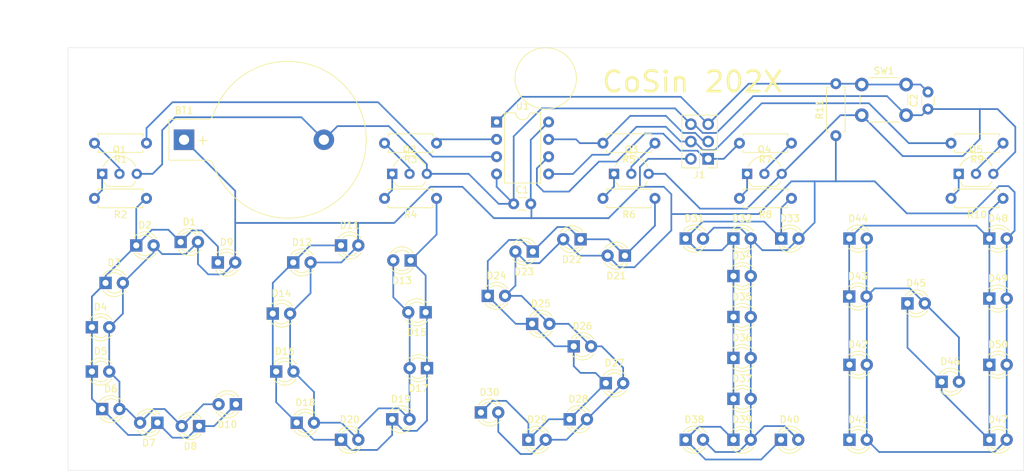
<source format=kicad_pcb>
(kicad_pcb (version 20171130) (host pcbnew 5.1.8+dfsg1-1)

  (general
    (thickness 1.6)
    (drawings 10)
    (tracks 370)
    (zones 0)
    (modules 72)
    (nets 24)
  )

  (page A4)
  (title_block
    (title "CoSin Badge")
    (date 2020-12-02)
    (rev 1)
    (company "© 2020 CCC Basel")
  )

  (layers
    (0 F.Cu signal)
    (31 B.Cu signal)
    (32 B.Adhes user)
    (33 F.Adhes user)
    (34 B.Paste user)
    (35 F.Paste user)
    (36 B.SilkS user)
    (37 F.SilkS user)
    (38 B.Mask user)
    (39 F.Mask user)
    (40 Dwgs.User user)
    (41 Cmts.User user)
    (42 Eco1.User user)
    (43 Eco2.User user)
    (44 Edge.Cuts user)
    (45 Margin user)
    (46 B.CrtYd user)
    (47 F.CrtYd user)
    (48 B.Fab user)
    (49 F.Fab user hide)
  )

  (setup
    (last_trace_width 0.25)
    (trace_clearance 0.2)
    (zone_clearance 0.508)
    (zone_45_only no)
    (trace_min 0.2)
    (via_size 0.8)
    (via_drill 0.4)
    (via_min_size 0.4)
    (via_min_drill 0.3)
    (uvia_size 0.3)
    (uvia_drill 0.1)
    (uvias_allowed no)
    (uvia_min_size 0.2)
    (uvia_min_drill 0.1)
    (edge_width 0.05)
    (segment_width 0.2)
    (pcb_text_width 0.3)
    (pcb_text_size 1.5 1.5)
    (mod_edge_width 0.12)
    (mod_text_size 1 1)
    (mod_text_width 0.15)
    (pad_size 1.524 1.524)
    (pad_drill 0.762)
    (pad_to_mask_clearance 0)
    (aux_axis_origin 0 0)
    (visible_elements FFFFFF7F)
    (pcbplotparams
      (layerselection 0x010fc_ffffffff)
      (usegerberextensions false)
      (usegerberattributes true)
      (usegerberadvancedattributes true)
      (creategerberjobfile true)
      (excludeedgelayer true)
      (linewidth 0.100000)
      (plotframeref false)
      (viasonmask false)
      (mode 1)
      (useauxorigin false)
      (hpglpennumber 1)
      (hpglpenspeed 20)
      (hpglpendiameter 15.000000)
      (psnegative false)
      (psa4output false)
      (plotreference true)
      (plotvalue true)
      (plotinvisibletext false)
      (padsonsilk false)
      (subtractmaskfromsilk false)
      (outputformat 1)
      (mirror false)
      (drillshape 0)
      (scaleselection 1)
      (outputdirectory ""))
  )

  (net 0 "")
  (net 1 GND)
  (net 2 VCC)
  (net 3 /L1)
  (net 4 /L2)
  (net 5 /L3)
  (net 6 /L4)
  (net 7 /L5)
  (net 8 "Net-(Q1-Pad1)")
  (net 9 "Net-(Q1-Pad2)")
  (net 10 "Net-(Q2-Pad1)")
  (net 11 "Net-(Q2-Pad2)")
  (net 12 "Net-(Q3-Pad1)")
  (net 13 "Net-(Q3-Pad2)")
  (net 14 "Net-(Q4-Pad1)")
  (net 15 "Net-(Q4-Pad2)")
  (net 16 "Net-(Q5-Pad1)")
  (net 17 "Net-(Q5-Pad2)")
  (net 18 "Net-(R1-Pad1)")
  (net 19 "Net-(R3-Pad1)")
  (net 20 /~RESET)
  (net 21 /MOSI)
  (net 22 /SCK)
  (net 23 /MISO)

  (net_class Default "This is the default net class."
    (clearance 0.2)
    (trace_width 0.25)
    (via_dia 0.8)
    (via_drill 0.4)
    (uvia_dia 0.3)
    (uvia_drill 0.1)
    (add_net /L1)
    (add_net /L2)
    (add_net /L3)
    (add_net /L4)
    (add_net /L5)
    (add_net /MISO)
    (add_net /MOSI)
    (add_net /SCK)
    (add_net /~RESET)
    (add_net GND)
    (add_net "Net-(Q1-Pad1)")
    (add_net "Net-(Q1-Pad2)")
    (add_net "Net-(Q2-Pad1)")
    (add_net "Net-(Q2-Pad2)")
    (add_net "Net-(Q3-Pad1)")
    (add_net "Net-(Q3-Pad2)")
    (add_net "Net-(Q4-Pad1)")
    (add_net "Net-(Q4-Pad2)")
    (add_net "Net-(Q5-Pad1)")
    (add_net "Net-(Q5-Pad2)")
    (add_net "Net-(R1-Pad1)")
    (add_net "Net-(R3-Pad1)")
    (add_net VCC)
  )

  (module Connector_PinHeader_2.54mm:PinHeader_2x03_P2.54mm_Vertical (layer F.Cu) (tedit 59FED5CC) (tstamp 5FC7BDDE)
    (at 128.8 66.3 180)
    (descr "Through hole straight pin header, 2x03, 2.54mm pitch, double rows")
    (tags "Through hole pin header THT 2x03 2.54mm double row")
    (path /5FDFD8C5)
    (fp_text reference J1 (at 1.27 -2.33) (layer F.SilkS)
      (effects (font (size 1 1) (thickness 0.15)))
    )
    (fp_text value AVR-ISP-6 (at 1.27 7.41) (layer F.Fab)
      (effects (font (size 1 1) (thickness 0.15)))
    )
    (fp_line (start 4.35 -1.8) (end -1.8 -1.8) (layer F.CrtYd) (width 0.05))
    (fp_line (start 4.35 6.85) (end 4.35 -1.8) (layer F.CrtYd) (width 0.05))
    (fp_line (start -1.8 6.85) (end 4.35 6.85) (layer F.CrtYd) (width 0.05))
    (fp_line (start -1.8 -1.8) (end -1.8 6.85) (layer F.CrtYd) (width 0.05))
    (fp_line (start -1.33 -1.33) (end 0 -1.33) (layer F.SilkS) (width 0.12))
    (fp_line (start -1.33 0) (end -1.33 -1.33) (layer F.SilkS) (width 0.12))
    (fp_line (start 1.27 -1.33) (end 3.87 -1.33) (layer F.SilkS) (width 0.12))
    (fp_line (start 1.27 1.27) (end 1.27 -1.33) (layer F.SilkS) (width 0.12))
    (fp_line (start -1.33 1.27) (end 1.27 1.27) (layer F.SilkS) (width 0.12))
    (fp_line (start 3.87 -1.33) (end 3.87 6.41) (layer F.SilkS) (width 0.12))
    (fp_line (start -1.33 1.27) (end -1.33 6.41) (layer F.SilkS) (width 0.12))
    (fp_line (start -1.33 6.41) (end 3.87 6.41) (layer F.SilkS) (width 0.12))
    (fp_line (start -1.27 0) (end 0 -1.27) (layer F.Fab) (width 0.1))
    (fp_line (start -1.27 6.35) (end -1.27 0) (layer F.Fab) (width 0.1))
    (fp_line (start 3.81 6.35) (end -1.27 6.35) (layer F.Fab) (width 0.1))
    (fp_line (start 3.81 -1.27) (end 3.81 6.35) (layer F.Fab) (width 0.1))
    (fp_line (start 0 -1.27) (end 3.81 -1.27) (layer F.Fab) (width 0.1))
    (fp_text user %R (at 1.27 2.54 90) (layer F.Fab)
      (effects (font (size 1 1) (thickness 0.15)))
    )
    (pad 6 thru_hole oval (at 2.54 5.08 180) (size 1.7 1.7) (drill 1) (layers *.Cu *.Mask)
      (net 1 GND))
    (pad 5 thru_hole oval (at 0 5.08 180) (size 1.7 1.7) (drill 1) (layers *.Cu *.Mask)
      (net 20 /~RESET))
    (pad 4 thru_hole oval (at 2.54 2.54 180) (size 1.7 1.7) (drill 1) (layers *.Cu *.Mask)
      (net 21 /MOSI))
    (pad 3 thru_hole oval (at 0 2.54 180) (size 1.7 1.7) (drill 1) (layers *.Cu *.Mask)
      (net 22 /SCK))
    (pad 2 thru_hole oval (at 2.54 0 180) (size 1.7 1.7) (drill 1) (layers *.Cu *.Mask)
      (net 2 VCC))
    (pad 1 thru_hole rect (at 0 0 180) (size 1.7 1.7) (drill 1) (layers *.Cu *.Mask)
      (net 23 /MISO))
    (model ${KISYS3DMOD}/Connector_PinHeader_2.54mm.3dshapes/PinHeader_2x03_P2.54mm_Vertical.wrl
      (at (xyz 0 0 0))
      (scale (xyz 1 1 1))
      (rotate (xyz 0 0 0))
    )
  )

  (module Capacitor_THT:C_Disc_D3.0mm_W1.6mm_P2.50mm (layer F.Cu) (tedit 5AE50EF0) (tstamp 5FC79BE2)
    (at 161 59 90)
    (descr "C, Disc series, Radial, pin pitch=2.50mm, , diameter*width=3.0*1.6mm^2, Capacitor, http://www.vishay.com/docs/45233/krseries.pdf")
    (tags "C Disc series Radial pin pitch 2.50mm  diameter 3.0mm width 1.6mm Capacitor")
    (path /5FDEDB07)
    (fp_text reference C2 (at 1.25 -2.05 90) (layer F.SilkS)
      (effects (font (size 1 1) (thickness 0.15)))
    )
    (fp_text value 10N (at 1.25 2.05 90) (layer F.Fab)
      (effects (font (size 1 1) (thickness 0.15)))
    )
    (fp_line (start 3.55 -1.05) (end -1.05 -1.05) (layer F.CrtYd) (width 0.05))
    (fp_line (start 3.55 1.05) (end 3.55 -1.05) (layer F.CrtYd) (width 0.05))
    (fp_line (start -1.05 1.05) (end 3.55 1.05) (layer F.CrtYd) (width 0.05))
    (fp_line (start -1.05 -1.05) (end -1.05 1.05) (layer F.CrtYd) (width 0.05))
    (fp_line (start 0.621 0.92) (end 1.879 0.92) (layer F.SilkS) (width 0.12))
    (fp_line (start 0.621 -0.92) (end 1.879 -0.92) (layer F.SilkS) (width 0.12))
    (fp_line (start 2.75 -0.8) (end -0.25 -0.8) (layer F.Fab) (width 0.1))
    (fp_line (start 2.75 0.8) (end 2.75 -0.8) (layer F.Fab) (width 0.1))
    (fp_line (start -0.25 0.8) (end 2.75 0.8) (layer F.Fab) (width 0.1))
    (fp_line (start -0.25 -0.8) (end -0.25 0.8) (layer F.Fab) (width 0.1))
    (fp_text user %R (at 1.25 0 90) (layer F.Fab)
      (effects (font (size 0.6 0.6) (thickness 0.09)))
    )
    (pad 2 thru_hole circle (at 2.5 0 90) (size 1.6 1.6) (drill 0.8) (layers *.Cu *.Mask)
      (net 20 /~RESET))
    (pad 1 thru_hole circle (at 0 0 90) (size 1.6 1.6) (drill 0.8) (layers *.Cu *.Mask)
      (net 1 GND))
    (model ${KISYS3DMOD}/Capacitor_THT.3dshapes/C_Disc_D3.0mm_W1.6mm_P2.50mm.wrl
      (at (xyz 0 0 0))
      (scale (xyz 1 1 1))
      (rotate (xyz 0 0 0))
    )
  )

  (module Package_TO_SOT_THT:TO-92_Inline_Wide (layer F.Cu) (tedit 5A02FF81) (tstamp 5FC72DF4)
    (at 165.5 68.5)
    (descr "TO-92 leads in-line, wide, drill 0.75mm (see NXP sot054_po.pdf)")
    (tags "to-92 sc-43 sc-43a sot54 PA33 transistor")
    (path /5FC7CBEB)
    (fp_text reference Q5 (at 2.54 -3.56) (layer F.SilkS)
      (effects (font (size 1 1) (thickness 0.15)))
    )
    (fp_text value BC337 (at 2.54 2.79) (layer F.Fab)
      (effects (font (size 1 1) (thickness 0.15)))
    )
    (fp_line (start 6.09 2.01) (end -1.01 2.01) (layer F.CrtYd) (width 0.05))
    (fp_line (start 6.09 2.01) (end 6.09 -2.73) (layer F.CrtYd) (width 0.05))
    (fp_line (start -1.01 -2.73) (end -1.01 2.01) (layer F.CrtYd) (width 0.05))
    (fp_line (start -1.01 -2.73) (end 6.09 -2.73) (layer F.CrtYd) (width 0.05))
    (fp_line (start 0.8 1.75) (end 4.3 1.75) (layer F.Fab) (width 0.1))
    (fp_line (start 0.74 1.85) (end 4.34 1.85) (layer F.SilkS) (width 0.12))
    (fp_arc (start 2.54 0) (end 4.34 1.85) (angle -20) (layer F.SilkS) (width 0.12))
    (fp_arc (start 2.54 0) (end 2.54 -2.48) (angle -135) (layer F.Fab) (width 0.1))
    (fp_arc (start 2.54 0) (end 2.54 -2.48) (angle 135) (layer F.Fab) (width 0.1))
    (fp_arc (start 2.54 0) (end 2.54 -2.6) (angle 65) (layer F.SilkS) (width 0.12))
    (fp_arc (start 2.54 0) (end 2.54 -2.6) (angle -65) (layer F.SilkS) (width 0.12))
    (fp_arc (start 2.54 0) (end 0.74 1.85) (angle 20) (layer F.SilkS) (width 0.12))
    (fp_text user %R (at 2.54 0) (layer F.Fab)
      (effects (font (size 1 1) (thickness 0.15)))
    )
    (pad 1 thru_hole rect (at 0 0) (size 1.5 1.5) (drill 0.8) (layers *.Cu *.Mask)
      (net 16 "Net-(Q5-Pad1)"))
    (pad 3 thru_hole circle (at 5.08 0) (size 1.5 1.5) (drill 0.8) (layers *.Cu *.Mask)
      (net 1 GND))
    (pad 2 thru_hole circle (at 2.54 0) (size 1.5 1.5) (drill 0.8) (layers *.Cu *.Mask)
      (net 17 "Net-(Q5-Pad2)"))
    (model ${KISYS3DMOD}/Package_TO_SOT_THT.3dshapes/TO-92_Inline_Wide.wrl
      (at (xyz 0 0 0))
      (scale (xyz 1 1 1))
      (rotate (xyz 0 0 0))
    )
  )

  (module Package_TO_SOT_THT:TO-92_Inline_Wide (layer F.Cu) (tedit 5A02FF81) (tstamp 5FC72DE2)
    (at 134.5 68.5)
    (descr "TO-92 leads in-line, wide, drill 0.75mm (see NXP sot054_po.pdf)")
    (tags "to-92 sc-43 sc-43a sot54 PA33 transistor")
    (path /5FC7BF69)
    (fp_text reference Q4 (at 2.54 -3.56) (layer F.SilkS)
      (effects (font (size 1 1) (thickness 0.15)))
    )
    (fp_text value BC337 (at 2.54 2.79) (layer F.Fab)
      (effects (font (size 1 1) (thickness 0.15)))
    )
    (fp_line (start 6.09 2.01) (end -1.01 2.01) (layer F.CrtYd) (width 0.05))
    (fp_line (start 6.09 2.01) (end 6.09 -2.73) (layer F.CrtYd) (width 0.05))
    (fp_line (start -1.01 -2.73) (end -1.01 2.01) (layer F.CrtYd) (width 0.05))
    (fp_line (start -1.01 -2.73) (end 6.09 -2.73) (layer F.CrtYd) (width 0.05))
    (fp_line (start 0.8 1.75) (end 4.3 1.75) (layer F.Fab) (width 0.1))
    (fp_line (start 0.74 1.85) (end 4.34 1.85) (layer F.SilkS) (width 0.12))
    (fp_arc (start 2.54 0) (end 4.34 1.85) (angle -20) (layer F.SilkS) (width 0.12))
    (fp_arc (start 2.54 0) (end 2.54 -2.48) (angle -135) (layer F.Fab) (width 0.1))
    (fp_arc (start 2.54 0) (end 2.54 -2.48) (angle 135) (layer F.Fab) (width 0.1))
    (fp_arc (start 2.54 0) (end 2.54 -2.6) (angle 65) (layer F.SilkS) (width 0.12))
    (fp_arc (start 2.54 0) (end 2.54 -2.6) (angle -65) (layer F.SilkS) (width 0.12))
    (fp_arc (start 2.54 0) (end 0.74 1.85) (angle 20) (layer F.SilkS) (width 0.12))
    (fp_text user %R (at 2.54 0) (layer F.Fab)
      (effects (font (size 1 1) (thickness 0.15)))
    )
    (pad 1 thru_hole rect (at 0 0) (size 1.5 1.5) (drill 0.8) (layers *.Cu *.Mask)
      (net 14 "Net-(Q4-Pad1)"))
    (pad 3 thru_hole circle (at 5.08 0) (size 1.5 1.5) (drill 0.8) (layers *.Cu *.Mask)
      (net 1 GND))
    (pad 2 thru_hole circle (at 2.54 0) (size 1.5 1.5) (drill 0.8) (layers *.Cu *.Mask)
      (net 15 "Net-(Q4-Pad2)"))
    (model ${KISYS3DMOD}/Package_TO_SOT_THT.3dshapes/TO-92_Inline_Wide.wrl
      (at (xyz 0 0 0))
      (scale (xyz 1 1 1))
      (rotate (xyz 0 0 0))
    )
  )

  (module Package_TO_SOT_THT:TO-92_Inline_Wide (layer F.Cu) (tedit 5A02FF81) (tstamp 5FC72DD0)
    (at 115 68.5)
    (descr "TO-92 leads in-line, wide, drill 0.75mm (see NXP sot054_po.pdf)")
    (tags "to-92 sc-43 sc-43a sot54 PA33 transistor")
    (path /5FC787E6)
    (fp_text reference Q3 (at 2.54 -3.56) (layer F.SilkS)
      (effects (font (size 1 1) (thickness 0.15)))
    )
    (fp_text value BC337 (at 2.54 2.79) (layer F.Fab)
      (effects (font (size 1 1) (thickness 0.15)))
    )
    (fp_line (start 6.09 2.01) (end -1.01 2.01) (layer F.CrtYd) (width 0.05))
    (fp_line (start 6.09 2.01) (end 6.09 -2.73) (layer F.CrtYd) (width 0.05))
    (fp_line (start -1.01 -2.73) (end -1.01 2.01) (layer F.CrtYd) (width 0.05))
    (fp_line (start -1.01 -2.73) (end 6.09 -2.73) (layer F.CrtYd) (width 0.05))
    (fp_line (start 0.8 1.75) (end 4.3 1.75) (layer F.Fab) (width 0.1))
    (fp_line (start 0.74 1.85) (end 4.34 1.85) (layer F.SilkS) (width 0.12))
    (fp_arc (start 2.54 0) (end 4.34 1.85) (angle -20) (layer F.SilkS) (width 0.12))
    (fp_arc (start 2.54 0) (end 2.54 -2.48) (angle -135) (layer F.Fab) (width 0.1))
    (fp_arc (start 2.54 0) (end 2.54 -2.48) (angle 135) (layer F.Fab) (width 0.1))
    (fp_arc (start 2.54 0) (end 2.54 -2.6) (angle 65) (layer F.SilkS) (width 0.12))
    (fp_arc (start 2.54 0) (end 2.54 -2.6) (angle -65) (layer F.SilkS) (width 0.12))
    (fp_arc (start 2.54 0) (end 0.74 1.85) (angle 20) (layer F.SilkS) (width 0.12))
    (fp_text user %R (at 2.54 0) (layer F.Fab)
      (effects (font (size 1 1) (thickness 0.15)))
    )
    (pad 1 thru_hole rect (at 0 0) (size 1.5 1.5) (drill 0.8) (layers *.Cu *.Mask)
      (net 12 "Net-(Q3-Pad1)"))
    (pad 3 thru_hole circle (at 5.08 0) (size 1.5 1.5) (drill 0.8) (layers *.Cu *.Mask)
      (net 1 GND))
    (pad 2 thru_hole circle (at 2.54 0) (size 1.5 1.5) (drill 0.8) (layers *.Cu *.Mask)
      (net 13 "Net-(Q3-Pad2)"))
    (model ${KISYS3DMOD}/Package_TO_SOT_THT.3dshapes/TO-92_Inline_Wide.wrl
      (at (xyz 0 0 0))
      (scale (xyz 1 1 1))
      (rotate (xyz 0 0 0))
    )
  )

  (module Package_TO_SOT_THT:TO-92_Inline_Wide (layer F.Cu) (tedit 5A02FF81) (tstamp 5FC72DBE)
    (at 82.5 68.5)
    (descr "TO-92 leads in-line, wide, drill 0.75mm (see NXP sot054_po.pdf)")
    (tags "to-92 sc-43 sc-43a sot54 PA33 transistor")
    (path /5FC76DDB)
    (fp_text reference Q2 (at 2.54 -3.56) (layer F.SilkS)
      (effects (font (size 1 1) (thickness 0.15)))
    )
    (fp_text value BC337 (at 2.54 2.79) (layer F.Fab)
      (effects (font (size 1 1) (thickness 0.15)))
    )
    (fp_line (start 6.09 2.01) (end -1.01 2.01) (layer F.CrtYd) (width 0.05))
    (fp_line (start 6.09 2.01) (end 6.09 -2.73) (layer F.CrtYd) (width 0.05))
    (fp_line (start -1.01 -2.73) (end -1.01 2.01) (layer F.CrtYd) (width 0.05))
    (fp_line (start -1.01 -2.73) (end 6.09 -2.73) (layer F.CrtYd) (width 0.05))
    (fp_line (start 0.8 1.75) (end 4.3 1.75) (layer F.Fab) (width 0.1))
    (fp_line (start 0.74 1.85) (end 4.34 1.85) (layer F.SilkS) (width 0.12))
    (fp_arc (start 2.54 0) (end 4.34 1.85) (angle -20) (layer F.SilkS) (width 0.12))
    (fp_arc (start 2.54 0) (end 2.54 -2.48) (angle -135) (layer F.Fab) (width 0.1))
    (fp_arc (start 2.54 0) (end 2.54 -2.48) (angle 135) (layer F.Fab) (width 0.1))
    (fp_arc (start 2.54 0) (end 2.54 -2.6) (angle 65) (layer F.SilkS) (width 0.12))
    (fp_arc (start 2.54 0) (end 2.54 -2.6) (angle -65) (layer F.SilkS) (width 0.12))
    (fp_arc (start 2.54 0) (end 0.74 1.85) (angle 20) (layer F.SilkS) (width 0.12))
    (fp_text user %R (at 2.54 0) (layer F.Fab)
      (effects (font (size 1 1) (thickness 0.15)))
    )
    (pad 1 thru_hole rect (at 0 0) (size 1.5 1.5) (drill 0.8) (layers *.Cu *.Mask)
      (net 10 "Net-(Q2-Pad1)"))
    (pad 3 thru_hole circle (at 5.08 0) (size 1.5 1.5) (drill 0.8) (layers *.Cu *.Mask)
      (net 1 GND))
    (pad 2 thru_hole circle (at 2.54 0) (size 1.5 1.5) (drill 0.8) (layers *.Cu *.Mask)
      (net 11 "Net-(Q2-Pad2)"))
    (model ${KISYS3DMOD}/Package_TO_SOT_THT.3dshapes/TO-92_Inline_Wide.wrl
      (at (xyz 0 0 0))
      (scale (xyz 1 1 1))
      (rotate (xyz 0 0 0))
    )
  )

  (module Package_TO_SOT_THT:TO-92_Inline_Wide (layer F.Cu) (tedit 5A02FF81) (tstamp 5FC72DAC)
    (at 40 68.5)
    (descr "TO-92 leads in-line, wide, drill 0.75mm (see NXP sot054_po.pdf)")
    (tags "to-92 sc-43 sc-43a sot54 PA33 transistor")
    (path /5FC6CF48)
    (fp_text reference Q1 (at 2.54 -3.56) (layer F.SilkS)
      (effects (font (size 1 1) (thickness 0.15)))
    )
    (fp_text value BC337 (at 2.54 2.79) (layer F.Fab)
      (effects (font (size 1 1) (thickness 0.15)))
    )
    (fp_line (start 6.09 2.01) (end -1.01 2.01) (layer F.CrtYd) (width 0.05))
    (fp_line (start 6.09 2.01) (end 6.09 -2.73) (layer F.CrtYd) (width 0.05))
    (fp_line (start -1.01 -2.73) (end -1.01 2.01) (layer F.CrtYd) (width 0.05))
    (fp_line (start -1.01 -2.73) (end 6.09 -2.73) (layer F.CrtYd) (width 0.05))
    (fp_line (start 0.8 1.75) (end 4.3 1.75) (layer F.Fab) (width 0.1))
    (fp_line (start 0.74 1.85) (end 4.34 1.85) (layer F.SilkS) (width 0.12))
    (fp_arc (start 2.54 0) (end 4.34 1.85) (angle -20) (layer F.SilkS) (width 0.12))
    (fp_arc (start 2.54 0) (end 2.54 -2.48) (angle -135) (layer F.Fab) (width 0.1))
    (fp_arc (start 2.54 0) (end 2.54 -2.48) (angle 135) (layer F.Fab) (width 0.1))
    (fp_arc (start 2.54 0) (end 2.54 -2.6) (angle 65) (layer F.SilkS) (width 0.12))
    (fp_arc (start 2.54 0) (end 2.54 -2.6) (angle -65) (layer F.SilkS) (width 0.12))
    (fp_arc (start 2.54 0) (end 0.74 1.85) (angle 20) (layer F.SilkS) (width 0.12))
    (fp_text user %R (at 2.54 0) (layer F.Fab)
      (effects (font (size 1 1) (thickness 0.15)))
    )
    (pad 1 thru_hole rect (at 0 0) (size 1.5 1.5) (drill 0.8) (layers *.Cu *.Mask)
      (net 8 "Net-(Q1-Pad1)"))
    (pad 3 thru_hole circle (at 5.08 0) (size 1.5 1.5) (drill 0.8) (layers *.Cu *.Mask)
      (net 1 GND))
    (pad 2 thru_hole circle (at 2.54 0) (size 1.5 1.5) (drill 0.8) (layers *.Cu *.Mask)
      (net 9 "Net-(Q1-Pad2)"))
    (model ${KISYS3DMOD}/Package_TO_SOT_THT.3dshapes/TO-92_Inline_Wide.wrl
      (at (xyz 0 0 0))
      (scale (xyz 1 1 1))
      (rotate (xyz 0 0 0))
    )
  )

  (module Battery:BatteryHolder_Keystone_103_1x20mm (layer F.Cu) (tedit 5787C32C) (tstamp 5FC729D3)
    (at 52 63.5)
    (descr http://www.keyelco.com/product-pdf.cfm?p=719)
    (tags "Keystone type 103 battery holder")
    (path /5FC6DBA8)
    (fp_text reference BT1 (at 0 -4.3) (layer F.SilkS)
      (effects (font (size 1 1) (thickness 0.15)))
    )
    (fp_text value Battery (at 15 13) (layer F.Fab)
      (effects (font (size 1 1) (thickness 0.15)))
    )
    (fp_line (start 0 -1.3) (end 0 1.3) (layer F.Fab) (width 0.1))
    (fp_line (start 16.2 -1.3) (end 0 -1.3) (layer F.Fab) (width 0.1))
    (fp_line (start 0 1.3) (end 16.2 1.3) (layer F.Fab) (width 0.1))
    (fp_line (start -2.1 -2.5) (end -2.1 2.5) (layer F.Fab) (width 0.1))
    (fp_line (start -1.7 2.9) (end 3.5306 2.9) (layer F.Fab) (width 0.1))
    (fp_line (start 3.5306 -2.9) (end -1.7 -2.9) (layer F.Fab) (width 0.1))
    (fp_line (start 23.5712 -7.7216) (end 22.6314 -6.858) (layer F.Fab) (width 0.1))
    (fp_line (start 23.5712 7.7216) (end 22.6568 6.8834) (layer F.Fab) (width 0.1))
    (fp_line (start -2.2 3) (end 3.5 3) (layer F.SilkS) (width 0.12))
    (fp_line (start -2.2 3) (end -2.2 -3) (layer F.SilkS) (width 0.12))
    (fp_line (start -2.2 -3) (end 3.5 -3) (layer F.SilkS) (width 0.12))
    (fp_line (start -2.45 3.25) (end -2.45 -3.25) (layer F.CrtYd) (width 0.05))
    (fp_line (start -2.45 3.25) (end 3.5 3.25) (layer F.CrtYd) (width 0.05))
    (fp_line (start -2.45 -3.25) (end 3.5 -3.25) (layer F.CrtYd) (width 0.05))
    (fp_arc (start -1.7 -2.5) (end -2.1 -2.5) (angle 90) (layer F.Fab) (width 0.1))
    (fp_arc (start -1.7 2.5) (end -2.1 2.5) (angle -90) (layer F.Fab) (width 0.1))
    (fp_arc (start 16.2 0) (end 16.2 -1.3) (angle 180) (layer F.Fab) (width 0.1))
    (fp_arc (start 3.5 -3.8) (end 3.5 -2.9) (angle -70) (layer F.Fab) (width 0.1))
    (fp_arc (start 15.2 0) (end 5.2 -1.3) (angle 180) (layer F.Fab) (width 0.1))
    (fp_arc (start 15.2 0) (end 9 -1.3) (angle 170) (layer F.Fab) (width 0.1))
    (fp_arc (start 15.2 0) (end 13.3 -1.3) (angle 150) (layer F.Fab) (width 0.1))
    (fp_arc (start 15.2 0) (end 13.3 1.3) (angle -150) (layer F.Fab) (width 0.1))
    (fp_arc (start 15.2 0) (end 9 1.3) (angle -170) (layer F.Fab) (width 0.1))
    (fp_arc (start 15.2 0) (end 5.2 1.3) (angle -180) (layer F.Fab) (width 0.1))
    (fp_arc (start 15.2 0) (end 4.35 -3.5) (angle 162.5) (layer F.Fab) (width 0.1))
    (fp_arc (start 15.2 0) (end 4.35 3.5) (angle -162.5) (layer F.Fab) (width 0.1))
    (fp_arc (start 3.5 3.8) (end 3.5 2.9) (angle 70) (layer F.Fab) (width 0.1))
    (fp_arc (start 3.5 -3.8) (end 3.5 -3) (angle -70) (layer F.SilkS) (width 0.12))
    (fp_arc (start 15.2 0) (end 4.25 -3.5) (angle 162.5) (layer F.SilkS) (width 0.12))
    (fp_arc (start 3.5 3.8) (end 3.5 3) (angle 70) (layer F.SilkS) (width 0.12))
    (fp_arc (start 15.2 0) (end 4.25 3.5) (angle -162.5) (layer F.SilkS) (width 0.12))
    (fp_arc (start 3.5 -3.8) (end 3.5 -3.25) (angle -70) (layer F.CrtYd) (width 0.05))
    (fp_arc (start 3.5 3.8) (end 3.5 3.25) (angle 70) (layer F.CrtYd) (width 0.05))
    (fp_arc (start 15.2 0) (end 4.01 -3.6) (angle 162.5) (layer F.CrtYd) (width 0.05))
    (fp_arc (start 15.2 0) (end 4.01 3.6) (angle -162.5) (layer F.CrtYd) (width 0.05))
    (fp_text user %R (at 0 0) (layer F.Fab)
      (effects (font (size 1 1) (thickness 0.15)))
    )
    (fp_text user + (at 2.75 0) (layer F.SilkS)
      (effects (font (size 1.5 1.5) (thickness 0.15)))
    )
    (pad 1 thru_hole rect (at 0 0) (size 3 3) (drill 1.5) (layers *.Cu *.Mask)
      (net 2 VCC))
    (pad 2 thru_hole circle (at 20.49 0) (size 3 3) (drill 1.5) (layers *.Cu *.Mask)
      (net 1 GND))
    (model ${KISYS3DMOD}/Battery.3dshapes/BatteryHolder_Keystone_103_1x20mm.wrl
      (at (xyz 0 0 0))
      (scale (xyz 1 1 1))
      (rotate (xyz 0 0 0))
    )
  )

  (module Package_DIP:DIP-8_W7.62mm (layer F.Cu) (tedit 5A02E8C5) (tstamp 5FC72F2C)
    (at 97.8 60.9)
    (descr "8-lead though-hole mounted DIP package, row spacing 7.62 mm (300 mils)")
    (tags "THT DIP DIL PDIP 2.54mm 7.62mm 300mil")
    (path /5FC6C82C)
    (fp_text reference U1 (at 3.81 -2.33) (layer F.SilkS)
      (effects (font (size 1 1) (thickness 0.15)))
    )
    (fp_text value ATtiny13A-PU (at 3.81 9.95) (layer F.Fab)
      (effects (font (size 1 1) (thickness 0.15)))
    )
    (fp_line (start 8.7 -1.55) (end -1.1 -1.55) (layer F.CrtYd) (width 0.05))
    (fp_line (start 8.7 9.15) (end 8.7 -1.55) (layer F.CrtYd) (width 0.05))
    (fp_line (start -1.1 9.15) (end 8.7 9.15) (layer F.CrtYd) (width 0.05))
    (fp_line (start -1.1 -1.55) (end -1.1 9.15) (layer F.CrtYd) (width 0.05))
    (fp_line (start 6.46 -1.33) (end 4.81 -1.33) (layer F.SilkS) (width 0.12))
    (fp_line (start 6.46 8.95) (end 6.46 -1.33) (layer F.SilkS) (width 0.12))
    (fp_line (start 1.16 8.95) (end 6.46 8.95) (layer F.SilkS) (width 0.12))
    (fp_line (start 1.16 -1.33) (end 1.16 8.95) (layer F.SilkS) (width 0.12))
    (fp_line (start 2.81 -1.33) (end 1.16 -1.33) (layer F.SilkS) (width 0.12))
    (fp_line (start 0.635 -0.27) (end 1.635 -1.27) (layer F.Fab) (width 0.1))
    (fp_line (start 0.635 8.89) (end 0.635 -0.27) (layer F.Fab) (width 0.1))
    (fp_line (start 6.985 8.89) (end 0.635 8.89) (layer F.Fab) (width 0.1))
    (fp_line (start 6.985 -1.27) (end 6.985 8.89) (layer F.Fab) (width 0.1))
    (fp_line (start 1.635 -1.27) (end 6.985 -1.27) (layer F.Fab) (width 0.1))
    (fp_text user %R (at 3.81 3.81) (layer F.Fab)
      (effects (font (size 1 1) (thickness 0.15)))
    )
    (fp_arc (start 3.81 -1.33) (end 2.81 -1.33) (angle -180) (layer F.SilkS) (width 0.12))
    (pad 8 thru_hole oval (at 7.62 0) (size 1.6 1.6) (drill 0.8) (layers *.Cu *.Mask)
      (net 2 VCC))
    (pad 4 thru_hole oval (at 0 7.62) (size 1.6 1.6) (drill 0.8) (layers *.Cu *.Mask)
      (net 1 GND))
    (pad 7 thru_hole oval (at 7.62 2.54) (size 1.6 1.6) (drill 0.8) (layers *.Cu *.Mask)
      (net 22 /SCK))
    (pad 3 thru_hole oval (at 0 5.08) (size 1.6 1.6) (drill 0.8) (layers *.Cu *.Mask)
      (net 18 "Net-(R1-Pad1)"))
    (pad 6 thru_hole oval (at 7.62 5.08) (size 1.6 1.6) (drill 0.8) (layers *.Cu *.Mask)
      (net 23 /MISO))
    (pad 2 thru_hole oval (at 0 2.54) (size 1.6 1.6) (drill 0.8) (layers *.Cu *.Mask)
      (net 19 "Net-(R3-Pad1)"))
    (pad 5 thru_hole oval (at 7.62 7.62) (size 1.6 1.6) (drill 0.8) (layers *.Cu *.Mask)
      (net 21 /MOSI))
    (pad 1 thru_hole rect (at 0 0) (size 1.6 1.6) (drill 0.8) (layers *.Cu *.Mask)
      (net 20 /~RESET))
    (model ${KISYS3DMOD}/Package_DIP.3dshapes/DIP-8_W7.62mm.wrl
      (at (xyz 0 0 0))
      (scale (xyz 1 1 1))
      (rotate (xyz 0 0 0))
    )
  )

  (module Button_Switch_THT:SW_PUSH_6mm (layer F.Cu) (tedit 5A02FE31) (tstamp 5FC72F10)
    (at 151.3 55.4)
    (descr https://www.omron.com/ecb/products/pdf/en-b3f.pdf)
    (tags "tact sw push 6mm")
    (path /5FD2A02D)
    (fp_text reference SW1 (at 3.25 -2) (layer F.SilkS)
      (effects (font (size 1 1) (thickness 0.15)))
    )
    (fp_text value SW_Push (at 3.75 6.7) (layer F.Fab)
      (effects (font (size 1 1) (thickness 0.15)))
    )
    (fp_circle (center 3.25 2.25) (end 1.25 2.5) (layer F.Fab) (width 0.1))
    (fp_line (start 6.75 3) (end 6.75 1.5) (layer F.SilkS) (width 0.12))
    (fp_line (start 5.5 -1) (end 1 -1) (layer F.SilkS) (width 0.12))
    (fp_line (start -0.25 1.5) (end -0.25 3) (layer F.SilkS) (width 0.12))
    (fp_line (start 1 5.5) (end 5.5 5.5) (layer F.SilkS) (width 0.12))
    (fp_line (start 8 -1.25) (end 8 5.75) (layer F.CrtYd) (width 0.05))
    (fp_line (start 7.75 6) (end -1.25 6) (layer F.CrtYd) (width 0.05))
    (fp_line (start -1.5 5.75) (end -1.5 -1.25) (layer F.CrtYd) (width 0.05))
    (fp_line (start -1.25 -1.5) (end 7.75 -1.5) (layer F.CrtYd) (width 0.05))
    (fp_line (start -1.5 6) (end -1.25 6) (layer F.CrtYd) (width 0.05))
    (fp_line (start -1.5 5.75) (end -1.5 6) (layer F.CrtYd) (width 0.05))
    (fp_line (start -1.5 -1.5) (end -1.25 -1.5) (layer F.CrtYd) (width 0.05))
    (fp_line (start -1.5 -1.25) (end -1.5 -1.5) (layer F.CrtYd) (width 0.05))
    (fp_line (start 8 -1.5) (end 8 -1.25) (layer F.CrtYd) (width 0.05))
    (fp_line (start 7.75 -1.5) (end 8 -1.5) (layer F.CrtYd) (width 0.05))
    (fp_line (start 8 6) (end 8 5.75) (layer F.CrtYd) (width 0.05))
    (fp_line (start 7.75 6) (end 8 6) (layer F.CrtYd) (width 0.05))
    (fp_line (start 0.25 -0.75) (end 3.25 -0.75) (layer F.Fab) (width 0.1))
    (fp_line (start 0.25 5.25) (end 0.25 -0.75) (layer F.Fab) (width 0.1))
    (fp_line (start 6.25 5.25) (end 0.25 5.25) (layer F.Fab) (width 0.1))
    (fp_line (start 6.25 -0.75) (end 6.25 5.25) (layer F.Fab) (width 0.1))
    (fp_line (start 3.25 -0.75) (end 6.25 -0.75) (layer F.Fab) (width 0.1))
    (fp_text user %R (at 3.25 2.25) (layer F.Fab)
      (effects (font (size 1 1) (thickness 0.15)))
    )
    (pad 1 thru_hole circle (at 6.5 0 90) (size 2 2) (drill 1.1) (layers *.Cu *.Mask)
      (net 20 /~RESET))
    (pad 2 thru_hole circle (at 6.5 4.5 90) (size 2 2) (drill 1.1) (layers *.Cu *.Mask)
      (net 1 GND))
    (pad 1 thru_hole circle (at 0 0 90) (size 2 2) (drill 1.1) (layers *.Cu *.Mask)
      (net 20 /~RESET))
    (pad 2 thru_hole circle (at 0 4.5 90) (size 2 2) (drill 1.1) (layers *.Cu *.Mask)
      (net 1 GND))
    (model ${KISYS3DMOD}/Button_Switch_THT.3dshapes/SW_PUSH_6mm.wrl
      (at (xyz 0 0 0))
      (scale (xyz 1 1 1))
      (rotate (xyz 0 0 0))
    )
  )

  (module Resistor_THT:R_Axial_DIN0207_L6.3mm_D2.5mm_P7.62mm_Horizontal (layer F.Cu) (tedit 5AE5139B) (tstamp 5FC72EF1)
    (at 147.5 62.9 90)
    (descr "Resistor, Axial_DIN0207 series, Axial, Horizontal, pin pitch=7.62mm, 0.25W = 1/4W, length*diameter=6.3*2.5mm^2, http://cdn-reichelt.de/documents/datenblatt/B400/1_4W%23YAG.pdf")
    (tags "Resistor Axial_DIN0207 series Axial Horizontal pin pitch 7.62mm 0.25W = 1/4W length 6.3mm diameter 2.5mm")
    (path /5FD2A861)
    (fp_text reference R11 (at 3.81 -2.37 90) (layer F.SilkS)
      (effects (font (size 1 1) (thickness 0.15)))
    )
    (fp_text value 4k7 (at 3.81 2.37 90) (layer F.Fab)
      (effects (font (size 1 1) (thickness 0.15)))
    )
    (fp_line (start 8.67 -1.5) (end -1.05 -1.5) (layer F.CrtYd) (width 0.05))
    (fp_line (start 8.67 1.5) (end 8.67 -1.5) (layer F.CrtYd) (width 0.05))
    (fp_line (start -1.05 1.5) (end 8.67 1.5) (layer F.CrtYd) (width 0.05))
    (fp_line (start -1.05 -1.5) (end -1.05 1.5) (layer F.CrtYd) (width 0.05))
    (fp_line (start 7.08 1.37) (end 7.08 1.04) (layer F.SilkS) (width 0.12))
    (fp_line (start 0.54 1.37) (end 7.08 1.37) (layer F.SilkS) (width 0.12))
    (fp_line (start 0.54 1.04) (end 0.54 1.37) (layer F.SilkS) (width 0.12))
    (fp_line (start 7.08 -1.37) (end 7.08 -1.04) (layer F.SilkS) (width 0.12))
    (fp_line (start 0.54 -1.37) (end 7.08 -1.37) (layer F.SilkS) (width 0.12))
    (fp_line (start 0.54 -1.04) (end 0.54 -1.37) (layer F.SilkS) (width 0.12))
    (fp_line (start 7.62 0) (end 6.96 0) (layer F.Fab) (width 0.1))
    (fp_line (start 0 0) (end 0.66 0) (layer F.Fab) (width 0.1))
    (fp_line (start 6.96 -1.25) (end 0.66 -1.25) (layer F.Fab) (width 0.1))
    (fp_line (start 6.96 1.25) (end 6.96 -1.25) (layer F.Fab) (width 0.1))
    (fp_line (start 0.66 1.25) (end 6.96 1.25) (layer F.Fab) (width 0.1))
    (fp_line (start 0.66 -1.25) (end 0.66 1.25) (layer F.Fab) (width 0.1))
    (fp_text user %R (at 3.81 0 90) (layer F.Fab)
      (effects (font (size 1 1) (thickness 0.15)))
    )
    (pad 2 thru_hole oval (at 7.62 0 90) (size 1.6 1.6) (drill 0.8) (layers *.Cu *.Mask)
      (net 20 /~RESET))
    (pad 1 thru_hole circle (at 0 0 90) (size 1.6 1.6) (drill 0.8) (layers *.Cu *.Mask)
      (net 2 VCC))
    (model ${KISYS3DMOD}/Resistor_THT.3dshapes/R_Axial_DIN0207_L6.3mm_D2.5mm_P7.62mm_Horizontal.wrl
      (at (xyz 0 0 0))
      (scale (xyz 1 1 1))
      (rotate (xyz 0 0 0))
    )
  )

  (module Resistor_THT:R_Axial_DIN0207_L6.3mm_D2.5mm_P7.62mm_Horizontal (layer F.Cu) (tedit 5AE5139B) (tstamp 5FC72EDA)
    (at 172 72.1 180)
    (descr "Resistor, Axial_DIN0207 series, Axial, Horizontal, pin pitch=7.62mm, 0.25W = 1/4W, length*diameter=6.3*2.5mm^2, http://cdn-reichelt.de/documents/datenblatt/B400/1_4W%23YAG.pdf")
    (tags "Resistor Axial_DIN0207 series Axial Horizontal pin pitch 7.62mm 0.25W = 1/4W length 6.3mm diameter 2.5mm")
    (path /5FC8EC31)
    (fp_text reference R10 (at 3.81 -2.37) (layer F.SilkS)
      (effects (font (size 1 1) (thickness 0.15)))
    )
    (fp_text value 47 (at 3.81 2.37) (layer F.Fab)
      (effects (font (size 1 1) (thickness 0.15)))
    )
    (fp_line (start 8.67 -1.5) (end -1.05 -1.5) (layer F.CrtYd) (width 0.05))
    (fp_line (start 8.67 1.5) (end 8.67 -1.5) (layer F.CrtYd) (width 0.05))
    (fp_line (start -1.05 1.5) (end 8.67 1.5) (layer F.CrtYd) (width 0.05))
    (fp_line (start -1.05 -1.5) (end -1.05 1.5) (layer F.CrtYd) (width 0.05))
    (fp_line (start 7.08 1.37) (end 7.08 1.04) (layer F.SilkS) (width 0.12))
    (fp_line (start 0.54 1.37) (end 7.08 1.37) (layer F.SilkS) (width 0.12))
    (fp_line (start 0.54 1.04) (end 0.54 1.37) (layer F.SilkS) (width 0.12))
    (fp_line (start 7.08 -1.37) (end 7.08 -1.04) (layer F.SilkS) (width 0.12))
    (fp_line (start 0.54 -1.37) (end 7.08 -1.37) (layer F.SilkS) (width 0.12))
    (fp_line (start 0.54 -1.04) (end 0.54 -1.37) (layer F.SilkS) (width 0.12))
    (fp_line (start 7.62 0) (end 6.96 0) (layer F.Fab) (width 0.1))
    (fp_line (start 0 0) (end 0.66 0) (layer F.Fab) (width 0.1))
    (fp_line (start 6.96 -1.25) (end 0.66 -1.25) (layer F.Fab) (width 0.1))
    (fp_line (start 6.96 1.25) (end 6.96 -1.25) (layer F.Fab) (width 0.1))
    (fp_line (start 0.66 1.25) (end 6.96 1.25) (layer F.Fab) (width 0.1))
    (fp_line (start 0.66 -1.25) (end 0.66 1.25) (layer F.Fab) (width 0.1))
    (fp_text user %R (at 3.81 0) (layer F.Fab)
      (effects (font (size 1 1) (thickness 0.15)))
    )
    (pad 2 thru_hole oval (at 7.62 0 180) (size 1.6 1.6) (drill 0.8) (layers *.Cu *.Mask)
      (net 16 "Net-(Q5-Pad1)"))
    (pad 1 thru_hole circle (at 0 0 180) (size 1.6 1.6) (drill 0.8) (layers *.Cu *.Mask)
      (net 7 /L5))
    (model ${KISYS3DMOD}/Resistor_THT.3dshapes/R_Axial_DIN0207_L6.3mm_D2.5mm_P7.62mm_Horizontal.wrl
      (at (xyz 0 0 0))
      (scale (xyz 1 1 1))
      (rotate (xyz 0 0 0))
    )
  )

  (module Resistor_THT:R_Axial_DIN0207_L6.3mm_D2.5mm_P7.62mm_Horizontal (layer F.Cu) (tedit 5AE5139B) (tstamp 5FC72EC3)
    (at 172 64 180)
    (descr "Resistor, Axial_DIN0207 series, Axial, Horizontal, pin pitch=7.62mm, 0.25W = 1/4W, length*diameter=6.3*2.5mm^2, http://cdn-reichelt.de/documents/datenblatt/B400/1_4W%23YAG.pdf")
    (tags "Resistor Axial_DIN0207 series Axial Horizontal pin pitch 7.62mm 0.25W = 1/4W length 6.3mm diameter 2.5mm")
    (path /5FC6DE84)
    (fp_text reference R9 (at 3.81 -2.37) (layer F.SilkS)
      (effects (font (size 1 1) (thickness 0.15)))
    )
    (fp_text value 4k7 (at 3.81 2.37) (layer F.Fab)
      (effects (font (size 1 1) (thickness 0.15)))
    )
    (fp_line (start 8.67 -1.5) (end -1.05 -1.5) (layer F.CrtYd) (width 0.05))
    (fp_line (start 8.67 1.5) (end 8.67 -1.5) (layer F.CrtYd) (width 0.05))
    (fp_line (start -1.05 1.5) (end 8.67 1.5) (layer F.CrtYd) (width 0.05))
    (fp_line (start -1.05 -1.5) (end -1.05 1.5) (layer F.CrtYd) (width 0.05))
    (fp_line (start 7.08 1.37) (end 7.08 1.04) (layer F.SilkS) (width 0.12))
    (fp_line (start 0.54 1.37) (end 7.08 1.37) (layer F.SilkS) (width 0.12))
    (fp_line (start 0.54 1.04) (end 0.54 1.37) (layer F.SilkS) (width 0.12))
    (fp_line (start 7.08 -1.37) (end 7.08 -1.04) (layer F.SilkS) (width 0.12))
    (fp_line (start 0.54 -1.37) (end 7.08 -1.37) (layer F.SilkS) (width 0.12))
    (fp_line (start 0.54 -1.04) (end 0.54 -1.37) (layer F.SilkS) (width 0.12))
    (fp_line (start 7.62 0) (end 6.96 0) (layer F.Fab) (width 0.1))
    (fp_line (start 0 0) (end 0.66 0) (layer F.Fab) (width 0.1))
    (fp_line (start 6.96 -1.25) (end 0.66 -1.25) (layer F.Fab) (width 0.1))
    (fp_line (start 6.96 1.25) (end 6.96 -1.25) (layer F.Fab) (width 0.1))
    (fp_line (start 0.66 1.25) (end 6.96 1.25) (layer F.Fab) (width 0.1))
    (fp_line (start 0.66 -1.25) (end 0.66 1.25) (layer F.Fab) (width 0.1))
    (fp_text user %R (at 3.81 0) (layer F.Fab)
      (effects (font (size 1 1) (thickness 0.15)))
    )
    (pad 2 thru_hole oval (at 7.62 0 180) (size 1.6 1.6) (drill 0.8) (layers *.Cu *.Mask)
      (net 21 /MOSI))
    (pad 1 thru_hole circle (at 0 0 180) (size 1.6 1.6) (drill 0.8) (layers *.Cu *.Mask)
      (net 17 "Net-(Q5-Pad2)"))
    (model ${KISYS3DMOD}/Resistor_THT.3dshapes/R_Axial_DIN0207_L6.3mm_D2.5mm_P7.62mm_Horizontal.wrl
      (at (xyz 0 0 0))
      (scale (xyz 1 1 1))
      (rotate (xyz 0 0 0))
    )
  )

  (module Resistor_THT:R_Axial_DIN0207_L6.3mm_D2.5mm_P7.62mm_Horizontal (layer F.Cu) (tedit 5AE5139B) (tstamp 5FC72EAC)
    (at 141 72.1 180)
    (descr "Resistor, Axial_DIN0207 series, Axial, Horizontal, pin pitch=7.62mm, 0.25W = 1/4W, length*diameter=6.3*2.5mm^2, http://cdn-reichelt.de/documents/datenblatt/B400/1_4W%23YAG.pdf")
    (tags "Resistor Axial_DIN0207 series Axial Horizontal pin pitch 7.62mm 0.25W = 1/4W length 6.3mm diameter 2.5mm")
    (path /5FC8E791)
    (fp_text reference R8 (at 3.81 -2.37) (layer F.SilkS)
      (effects (font (size 1 1) (thickness 0.15)))
    )
    (fp_text value 47 (at 3.81 2.37) (layer F.Fab)
      (effects (font (size 1 1) (thickness 0.15)))
    )
    (fp_line (start 8.67 -1.5) (end -1.05 -1.5) (layer F.CrtYd) (width 0.05))
    (fp_line (start 8.67 1.5) (end 8.67 -1.5) (layer F.CrtYd) (width 0.05))
    (fp_line (start -1.05 1.5) (end 8.67 1.5) (layer F.CrtYd) (width 0.05))
    (fp_line (start -1.05 -1.5) (end -1.05 1.5) (layer F.CrtYd) (width 0.05))
    (fp_line (start 7.08 1.37) (end 7.08 1.04) (layer F.SilkS) (width 0.12))
    (fp_line (start 0.54 1.37) (end 7.08 1.37) (layer F.SilkS) (width 0.12))
    (fp_line (start 0.54 1.04) (end 0.54 1.37) (layer F.SilkS) (width 0.12))
    (fp_line (start 7.08 -1.37) (end 7.08 -1.04) (layer F.SilkS) (width 0.12))
    (fp_line (start 0.54 -1.37) (end 7.08 -1.37) (layer F.SilkS) (width 0.12))
    (fp_line (start 0.54 -1.04) (end 0.54 -1.37) (layer F.SilkS) (width 0.12))
    (fp_line (start 7.62 0) (end 6.96 0) (layer F.Fab) (width 0.1))
    (fp_line (start 0 0) (end 0.66 0) (layer F.Fab) (width 0.1))
    (fp_line (start 6.96 -1.25) (end 0.66 -1.25) (layer F.Fab) (width 0.1))
    (fp_line (start 6.96 1.25) (end 6.96 -1.25) (layer F.Fab) (width 0.1))
    (fp_line (start 0.66 1.25) (end 6.96 1.25) (layer F.Fab) (width 0.1))
    (fp_line (start 0.66 -1.25) (end 0.66 1.25) (layer F.Fab) (width 0.1))
    (fp_text user %R (at 3.81 0) (layer F.Fab)
      (effects (font (size 1 1) (thickness 0.15)))
    )
    (pad 2 thru_hole oval (at 7.62 0 180) (size 1.6 1.6) (drill 0.8) (layers *.Cu *.Mask)
      (net 14 "Net-(Q4-Pad1)"))
    (pad 1 thru_hole circle (at 0 0 180) (size 1.6 1.6) (drill 0.8) (layers *.Cu *.Mask)
      (net 6 /L4))
    (model ${KISYS3DMOD}/Resistor_THT.3dshapes/R_Axial_DIN0207_L6.3mm_D2.5mm_P7.62mm_Horizontal.wrl
      (at (xyz 0 0 0))
      (scale (xyz 1 1 1))
      (rotate (xyz 0 0 0))
    )
  )

  (module Resistor_THT:R_Axial_DIN0207_L6.3mm_D2.5mm_P7.62mm_Horizontal (layer F.Cu) (tedit 5AE5139B) (tstamp 5FC72E95)
    (at 141 64 180)
    (descr "Resistor, Axial_DIN0207 series, Axial, Horizontal, pin pitch=7.62mm, 0.25W = 1/4W, length*diameter=6.3*2.5mm^2, http://cdn-reichelt.de/documents/datenblatt/B400/1_4W%23YAG.pdf")
    (tags "Resistor Axial_DIN0207 series Axial Horizontal pin pitch 7.62mm 0.25W = 1/4W length 6.3mm diameter 2.5mm")
    (path /5FC73F1C)
    (fp_text reference R7 (at 3.81 -2.37) (layer F.SilkS)
      (effects (font (size 1 1) (thickness 0.15)))
    )
    (fp_text value 4k7 (at 3.81 2.37) (layer F.Fab)
      (effects (font (size 1 1) (thickness 0.15)))
    )
    (fp_line (start 8.67 -1.5) (end -1.05 -1.5) (layer F.CrtYd) (width 0.05))
    (fp_line (start 8.67 1.5) (end 8.67 -1.5) (layer F.CrtYd) (width 0.05))
    (fp_line (start -1.05 1.5) (end 8.67 1.5) (layer F.CrtYd) (width 0.05))
    (fp_line (start -1.05 -1.5) (end -1.05 1.5) (layer F.CrtYd) (width 0.05))
    (fp_line (start 7.08 1.37) (end 7.08 1.04) (layer F.SilkS) (width 0.12))
    (fp_line (start 0.54 1.37) (end 7.08 1.37) (layer F.SilkS) (width 0.12))
    (fp_line (start 0.54 1.04) (end 0.54 1.37) (layer F.SilkS) (width 0.12))
    (fp_line (start 7.08 -1.37) (end 7.08 -1.04) (layer F.SilkS) (width 0.12))
    (fp_line (start 0.54 -1.37) (end 7.08 -1.37) (layer F.SilkS) (width 0.12))
    (fp_line (start 0.54 -1.04) (end 0.54 -1.37) (layer F.SilkS) (width 0.12))
    (fp_line (start 7.62 0) (end 6.96 0) (layer F.Fab) (width 0.1))
    (fp_line (start 0 0) (end 0.66 0) (layer F.Fab) (width 0.1))
    (fp_line (start 6.96 -1.25) (end 0.66 -1.25) (layer F.Fab) (width 0.1))
    (fp_line (start 6.96 1.25) (end 6.96 -1.25) (layer F.Fab) (width 0.1))
    (fp_line (start 0.66 1.25) (end 6.96 1.25) (layer F.Fab) (width 0.1))
    (fp_line (start 0.66 -1.25) (end 0.66 1.25) (layer F.Fab) (width 0.1))
    (fp_text user %R (at 3.81 0) (layer F.Fab)
      (effects (font (size 1 1) (thickness 0.15)))
    )
    (pad 2 thru_hole oval (at 7.62 0 180) (size 1.6 1.6) (drill 0.8) (layers *.Cu *.Mask)
      (net 23 /MISO))
    (pad 1 thru_hole circle (at 0 0 180) (size 1.6 1.6) (drill 0.8) (layers *.Cu *.Mask)
      (net 15 "Net-(Q4-Pad2)"))
    (model ${KISYS3DMOD}/Resistor_THT.3dshapes/R_Axial_DIN0207_L6.3mm_D2.5mm_P7.62mm_Horizontal.wrl
      (at (xyz 0 0 0))
      (scale (xyz 1 1 1))
      (rotate (xyz 0 0 0))
    )
  )

  (module Resistor_THT:R_Axial_DIN0207_L6.3mm_D2.5mm_P7.62mm_Horizontal (layer F.Cu) (tedit 5AE5139B) (tstamp 5FC72E7E)
    (at 121 72.1 180)
    (descr "Resistor, Axial_DIN0207 series, Axial, Horizontal, pin pitch=7.62mm, 0.25W = 1/4W, length*diameter=6.3*2.5mm^2, http://cdn-reichelt.de/documents/datenblatt/B400/1_4W%23YAG.pdf")
    (tags "Resistor Axial_DIN0207 series Axial Horizontal pin pitch 7.62mm 0.25W = 1/4W length 6.3mm diameter 2.5mm")
    (path /5FC8E40E)
    (fp_text reference R6 (at 3.81 -2.37) (layer F.SilkS)
      (effects (font (size 1 1) (thickness 0.15)))
    )
    (fp_text value 47 (at 3.81 2.37) (layer F.Fab)
      (effects (font (size 1 1) (thickness 0.15)))
    )
    (fp_line (start 8.67 -1.5) (end -1.05 -1.5) (layer F.CrtYd) (width 0.05))
    (fp_line (start 8.67 1.5) (end 8.67 -1.5) (layer F.CrtYd) (width 0.05))
    (fp_line (start -1.05 1.5) (end 8.67 1.5) (layer F.CrtYd) (width 0.05))
    (fp_line (start -1.05 -1.5) (end -1.05 1.5) (layer F.CrtYd) (width 0.05))
    (fp_line (start 7.08 1.37) (end 7.08 1.04) (layer F.SilkS) (width 0.12))
    (fp_line (start 0.54 1.37) (end 7.08 1.37) (layer F.SilkS) (width 0.12))
    (fp_line (start 0.54 1.04) (end 0.54 1.37) (layer F.SilkS) (width 0.12))
    (fp_line (start 7.08 -1.37) (end 7.08 -1.04) (layer F.SilkS) (width 0.12))
    (fp_line (start 0.54 -1.37) (end 7.08 -1.37) (layer F.SilkS) (width 0.12))
    (fp_line (start 0.54 -1.04) (end 0.54 -1.37) (layer F.SilkS) (width 0.12))
    (fp_line (start 7.62 0) (end 6.96 0) (layer F.Fab) (width 0.1))
    (fp_line (start 0 0) (end 0.66 0) (layer F.Fab) (width 0.1))
    (fp_line (start 6.96 -1.25) (end 0.66 -1.25) (layer F.Fab) (width 0.1))
    (fp_line (start 6.96 1.25) (end 6.96 -1.25) (layer F.Fab) (width 0.1))
    (fp_line (start 0.66 1.25) (end 6.96 1.25) (layer F.Fab) (width 0.1))
    (fp_line (start 0.66 -1.25) (end 0.66 1.25) (layer F.Fab) (width 0.1))
    (fp_text user %R (at 3.81 0) (layer F.Fab)
      (effects (font (size 1 1) (thickness 0.15)))
    )
    (pad 2 thru_hole oval (at 7.62 0 180) (size 1.6 1.6) (drill 0.8) (layers *.Cu *.Mask)
      (net 12 "Net-(Q3-Pad1)"))
    (pad 1 thru_hole circle (at 0 0 180) (size 1.6 1.6) (drill 0.8) (layers *.Cu *.Mask)
      (net 5 /L3))
    (model ${KISYS3DMOD}/Resistor_THT.3dshapes/R_Axial_DIN0207_L6.3mm_D2.5mm_P7.62mm_Horizontal.wrl
      (at (xyz 0 0 0))
      (scale (xyz 1 1 1))
      (rotate (xyz 0 0 0))
    )
  )

  (module Resistor_THT:R_Axial_DIN0207_L6.3mm_D2.5mm_P7.62mm_Horizontal (layer F.Cu) (tedit 5AE5139B) (tstamp 5FC72E67)
    (at 121 64 180)
    (descr "Resistor, Axial_DIN0207 series, Axial, Horizontal, pin pitch=7.62mm, 0.25W = 1/4W, length*diameter=6.3*2.5mm^2, http://cdn-reichelt.de/documents/datenblatt/B400/1_4W%23YAG.pdf")
    (tags "Resistor Axial_DIN0207 series Axial Horizontal pin pitch 7.62mm 0.25W = 1/4W length 6.3mm diameter 2.5mm")
    (path /5FC743FA)
    (fp_text reference R5 (at 3.81 -2.37) (layer F.SilkS)
      (effects (font (size 1 1) (thickness 0.15)))
    )
    (fp_text value 4k7 (at 3.81 2.37) (layer F.Fab)
      (effects (font (size 1 1) (thickness 0.15)))
    )
    (fp_line (start 8.67 -1.5) (end -1.05 -1.5) (layer F.CrtYd) (width 0.05))
    (fp_line (start 8.67 1.5) (end 8.67 -1.5) (layer F.CrtYd) (width 0.05))
    (fp_line (start -1.05 1.5) (end 8.67 1.5) (layer F.CrtYd) (width 0.05))
    (fp_line (start -1.05 -1.5) (end -1.05 1.5) (layer F.CrtYd) (width 0.05))
    (fp_line (start 7.08 1.37) (end 7.08 1.04) (layer F.SilkS) (width 0.12))
    (fp_line (start 0.54 1.37) (end 7.08 1.37) (layer F.SilkS) (width 0.12))
    (fp_line (start 0.54 1.04) (end 0.54 1.37) (layer F.SilkS) (width 0.12))
    (fp_line (start 7.08 -1.37) (end 7.08 -1.04) (layer F.SilkS) (width 0.12))
    (fp_line (start 0.54 -1.37) (end 7.08 -1.37) (layer F.SilkS) (width 0.12))
    (fp_line (start 0.54 -1.04) (end 0.54 -1.37) (layer F.SilkS) (width 0.12))
    (fp_line (start 7.62 0) (end 6.96 0) (layer F.Fab) (width 0.1))
    (fp_line (start 0 0) (end 0.66 0) (layer F.Fab) (width 0.1))
    (fp_line (start 6.96 -1.25) (end 0.66 -1.25) (layer F.Fab) (width 0.1))
    (fp_line (start 6.96 1.25) (end 6.96 -1.25) (layer F.Fab) (width 0.1))
    (fp_line (start 0.66 1.25) (end 6.96 1.25) (layer F.Fab) (width 0.1))
    (fp_line (start 0.66 -1.25) (end 0.66 1.25) (layer F.Fab) (width 0.1))
    (fp_text user %R (at 3.81 0) (layer F.Fab)
      (effects (font (size 1 1) (thickness 0.15)))
    )
    (pad 2 thru_hole oval (at 7.62 0 180) (size 1.6 1.6) (drill 0.8) (layers *.Cu *.Mask)
      (net 22 /SCK))
    (pad 1 thru_hole circle (at 0 0 180) (size 1.6 1.6) (drill 0.8) (layers *.Cu *.Mask)
      (net 13 "Net-(Q3-Pad2)"))
    (model ${KISYS3DMOD}/Resistor_THT.3dshapes/R_Axial_DIN0207_L6.3mm_D2.5mm_P7.62mm_Horizontal.wrl
      (at (xyz 0 0 0))
      (scale (xyz 1 1 1))
      (rotate (xyz 0 0 0))
    )
  )

  (module Resistor_THT:R_Axial_DIN0207_L6.3mm_D2.5mm_P7.62mm_Horizontal (layer F.Cu) (tedit 5AE5139B) (tstamp 5FC72E50)
    (at 89 72.1 180)
    (descr "Resistor, Axial_DIN0207 series, Axial, Horizontal, pin pitch=7.62mm, 0.25W = 1/4W, length*diameter=6.3*2.5mm^2, http://cdn-reichelt.de/documents/datenblatt/B400/1_4W%23YAG.pdf")
    (tags "Resistor Axial_DIN0207 series Axial Horizontal pin pitch 7.62mm 0.25W = 1/4W length 6.3mm diameter 2.5mm")
    (path /5FC8DE90)
    (fp_text reference R4 (at 3.81 -2.37) (layer F.SilkS)
      (effects (font (size 1 1) (thickness 0.15)))
    )
    (fp_text value 47 (at 3.81 2.37) (layer F.Fab)
      (effects (font (size 1 1) (thickness 0.15)))
    )
    (fp_line (start 8.67 -1.5) (end -1.05 -1.5) (layer F.CrtYd) (width 0.05))
    (fp_line (start 8.67 1.5) (end 8.67 -1.5) (layer F.CrtYd) (width 0.05))
    (fp_line (start -1.05 1.5) (end 8.67 1.5) (layer F.CrtYd) (width 0.05))
    (fp_line (start -1.05 -1.5) (end -1.05 1.5) (layer F.CrtYd) (width 0.05))
    (fp_line (start 7.08 1.37) (end 7.08 1.04) (layer F.SilkS) (width 0.12))
    (fp_line (start 0.54 1.37) (end 7.08 1.37) (layer F.SilkS) (width 0.12))
    (fp_line (start 0.54 1.04) (end 0.54 1.37) (layer F.SilkS) (width 0.12))
    (fp_line (start 7.08 -1.37) (end 7.08 -1.04) (layer F.SilkS) (width 0.12))
    (fp_line (start 0.54 -1.37) (end 7.08 -1.37) (layer F.SilkS) (width 0.12))
    (fp_line (start 0.54 -1.04) (end 0.54 -1.37) (layer F.SilkS) (width 0.12))
    (fp_line (start 7.62 0) (end 6.96 0) (layer F.Fab) (width 0.1))
    (fp_line (start 0 0) (end 0.66 0) (layer F.Fab) (width 0.1))
    (fp_line (start 6.96 -1.25) (end 0.66 -1.25) (layer F.Fab) (width 0.1))
    (fp_line (start 6.96 1.25) (end 6.96 -1.25) (layer F.Fab) (width 0.1))
    (fp_line (start 0.66 1.25) (end 6.96 1.25) (layer F.Fab) (width 0.1))
    (fp_line (start 0.66 -1.25) (end 0.66 1.25) (layer F.Fab) (width 0.1))
    (fp_text user %R (at 3.81 0) (layer F.Fab)
      (effects (font (size 1 1) (thickness 0.15)))
    )
    (pad 2 thru_hole oval (at 7.62 0 180) (size 1.6 1.6) (drill 0.8) (layers *.Cu *.Mask)
      (net 10 "Net-(Q2-Pad1)"))
    (pad 1 thru_hole circle (at 0 0 180) (size 1.6 1.6) (drill 0.8) (layers *.Cu *.Mask)
      (net 4 /L2))
    (model ${KISYS3DMOD}/Resistor_THT.3dshapes/R_Axial_DIN0207_L6.3mm_D2.5mm_P7.62mm_Horizontal.wrl
      (at (xyz 0 0 0))
      (scale (xyz 1 1 1))
      (rotate (xyz 0 0 0))
    )
  )

  (module Resistor_THT:R_Axial_DIN0207_L6.3mm_D2.5mm_P7.62mm_Horizontal (layer F.Cu) (tedit 5AE5139B) (tstamp 5FC72E39)
    (at 89 64 180)
    (descr "Resistor, Axial_DIN0207 series, Axial, Horizontal, pin pitch=7.62mm, 0.25W = 1/4W, length*diameter=6.3*2.5mm^2, http://cdn-reichelt.de/documents/datenblatt/B400/1_4W%23YAG.pdf")
    (tags "Resistor Axial_DIN0207 series Axial Horizontal pin pitch 7.62mm 0.25W = 1/4W length 6.3mm diameter 2.5mm")
    (path /5FC7483D)
    (fp_text reference R3 (at 3.81 -2.37) (layer F.SilkS)
      (effects (font (size 1 1) (thickness 0.15)))
    )
    (fp_text value 4k7 (at 3.81 2.37) (layer F.Fab)
      (effects (font (size 1 1) (thickness 0.15)))
    )
    (fp_line (start 8.67 -1.5) (end -1.05 -1.5) (layer F.CrtYd) (width 0.05))
    (fp_line (start 8.67 1.5) (end 8.67 -1.5) (layer F.CrtYd) (width 0.05))
    (fp_line (start -1.05 1.5) (end 8.67 1.5) (layer F.CrtYd) (width 0.05))
    (fp_line (start -1.05 -1.5) (end -1.05 1.5) (layer F.CrtYd) (width 0.05))
    (fp_line (start 7.08 1.37) (end 7.08 1.04) (layer F.SilkS) (width 0.12))
    (fp_line (start 0.54 1.37) (end 7.08 1.37) (layer F.SilkS) (width 0.12))
    (fp_line (start 0.54 1.04) (end 0.54 1.37) (layer F.SilkS) (width 0.12))
    (fp_line (start 7.08 -1.37) (end 7.08 -1.04) (layer F.SilkS) (width 0.12))
    (fp_line (start 0.54 -1.37) (end 7.08 -1.37) (layer F.SilkS) (width 0.12))
    (fp_line (start 0.54 -1.04) (end 0.54 -1.37) (layer F.SilkS) (width 0.12))
    (fp_line (start 7.62 0) (end 6.96 0) (layer F.Fab) (width 0.1))
    (fp_line (start 0 0) (end 0.66 0) (layer F.Fab) (width 0.1))
    (fp_line (start 6.96 -1.25) (end 0.66 -1.25) (layer F.Fab) (width 0.1))
    (fp_line (start 6.96 1.25) (end 6.96 -1.25) (layer F.Fab) (width 0.1))
    (fp_line (start 0.66 1.25) (end 6.96 1.25) (layer F.Fab) (width 0.1))
    (fp_line (start 0.66 -1.25) (end 0.66 1.25) (layer F.Fab) (width 0.1))
    (fp_text user %R (at 3.81 0) (layer F.Fab)
      (effects (font (size 1 1) (thickness 0.15)))
    )
    (pad 2 thru_hole oval (at 7.62 0 180) (size 1.6 1.6) (drill 0.8) (layers *.Cu *.Mask)
      (net 11 "Net-(Q2-Pad2)"))
    (pad 1 thru_hole circle (at 0 0 180) (size 1.6 1.6) (drill 0.8) (layers *.Cu *.Mask)
      (net 19 "Net-(R3-Pad1)"))
    (model ${KISYS3DMOD}/Resistor_THT.3dshapes/R_Axial_DIN0207_L6.3mm_D2.5mm_P7.62mm_Horizontal.wrl
      (at (xyz 0 0 0))
      (scale (xyz 1 1 1))
      (rotate (xyz 0 0 0))
    )
  )

  (module Resistor_THT:R_Axial_DIN0207_L6.3mm_D2.5mm_P7.62mm_Horizontal (layer F.Cu) (tedit 5AE5139B) (tstamp 5FC72E22)
    (at 46.5 72.1 180)
    (descr "Resistor, Axial_DIN0207 series, Axial, Horizontal, pin pitch=7.62mm, 0.25W = 1/4W, length*diameter=6.3*2.5mm^2, http://cdn-reichelt.de/documents/datenblatt/B400/1_4W%23YAG.pdf")
    (tags "Resistor Axial_DIN0207 series Axial Horizontal pin pitch 7.62mm 0.25W = 1/4W length 6.3mm diameter 2.5mm")
    (path /5FC6D8B0)
    (fp_text reference R2 (at 3.81 -2.37) (layer F.SilkS)
      (effects (font (size 1 1) (thickness 0.15)))
    )
    (fp_text value 47 (at 3.81 2.37) (layer F.Fab)
      (effects (font (size 1 1) (thickness 0.15)))
    )
    (fp_line (start 8.67 -1.5) (end -1.05 -1.5) (layer F.CrtYd) (width 0.05))
    (fp_line (start 8.67 1.5) (end 8.67 -1.5) (layer F.CrtYd) (width 0.05))
    (fp_line (start -1.05 1.5) (end 8.67 1.5) (layer F.CrtYd) (width 0.05))
    (fp_line (start -1.05 -1.5) (end -1.05 1.5) (layer F.CrtYd) (width 0.05))
    (fp_line (start 7.08 1.37) (end 7.08 1.04) (layer F.SilkS) (width 0.12))
    (fp_line (start 0.54 1.37) (end 7.08 1.37) (layer F.SilkS) (width 0.12))
    (fp_line (start 0.54 1.04) (end 0.54 1.37) (layer F.SilkS) (width 0.12))
    (fp_line (start 7.08 -1.37) (end 7.08 -1.04) (layer F.SilkS) (width 0.12))
    (fp_line (start 0.54 -1.37) (end 7.08 -1.37) (layer F.SilkS) (width 0.12))
    (fp_line (start 0.54 -1.04) (end 0.54 -1.37) (layer F.SilkS) (width 0.12))
    (fp_line (start 7.62 0) (end 6.96 0) (layer F.Fab) (width 0.1))
    (fp_line (start 0 0) (end 0.66 0) (layer F.Fab) (width 0.1))
    (fp_line (start 6.96 -1.25) (end 0.66 -1.25) (layer F.Fab) (width 0.1))
    (fp_line (start 6.96 1.25) (end 6.96 -1.25) (layer F.Fab) (width 0.1))
    (fp_line (start 0.66 1.25) (end 6.96 1.25) (layer F.Fab) (width 0.1))
    (fp_line (start 0.66 -1.25) (end 0.66 1.25) (layer F.Fab) (width 0.1))
    (fp_text user %R (at 3.81 0) (layer F.Fab)
      (effects (font (size 1 1) (thickness 0.15)))
    )
    (pad 2 thru_hole oval (at 7.62 0 180) (size 1.6 1.6) (drill 0.8) (layers *.Cu *.Mask)
      (net 8 "Net-(Q1-Pad1)"))
    (pad 1 thru_hole circle (at 0 0 180) (size 1.6 1.6) (drill 0.8) (layers *.Cu *.Mask)
      (net 3 /L1))
    (model ${KISYS3DMOD}/Resistor_THT.3dshapes/R_Axial_DIN0207_L6.3mm_D2.5mm_P7.62mm_Horizontal.wrl
      (at (xyz 0 0 0))
      (scale (xyz 1 1 1))
      (rotate (xyz 0 0 0))
    )
  )

  (module Resistor_THT:R_Axial_DIN0207_L6.3mm_D2.5mm_P7.62mm_Horizontal (layer F.Cu) (tedit 5AE5139B) (tstamp 5FC72E0B)
    (at 46.5 64 180)
    (descr "Resistor, Axial_DIN0207 series, Axial, Horizontal, pin pitch=7.62mm, 0.25W = 1/4W, length*diameter=6.3*2.5mm^2, http://cdn-reichelt.de/documents/datenblatt/B400/1_4W%23YAG.pdf")
    (tags "Resistor Axial_DIN0207 series Axial Horizontal pin pitch 7.62mm 0.25W = 1/4W length 6.3mm diameter 2.5mm")
    (path /5FC74E39)
    (fp_text reference R1 (at 3.81 -2.37) (layer F.SilkS)
      (effects (font (size 1 1) (thickness 0.15)))
    )
    (fp_text value 4k7 (at 3.81 2.37) (layer F.Fab)
      (effects (font (size 1 1) (thickness 0.15)))
    )
    (fp_line (start 8.67 -1.5) (end -1.05 -1.5) (layer F.CrtYd) (width 0.05))
    (fp_line (start 8.67 1.5) (end 8.67 -1.5) (layer F.CrtYd) (width 0.05))
    (fp_line (start -1.05 1.5) (end 8.67 1.5) (layer F.CrtYd) (width 0.05))
    (fp_line (start -1.05 -1.5) (end -1.05 1.5) (layer F.CrtYd) (width 0.05))
    (fp_line (start 7.08 1.37) (end 7.08 1.04) (layer F.SilkS) (width 0.12))
    (fp_line (start 0.54 1.37) (end 7.08 1.37) (layer F.SilkS) (width 0.12))
    (fp_line (start 0.54 1.04) (end 0.54 1.37) (layer F.SilkS) (width 0.12))
    (fp_line (start 7.08 -1.37) (end 7.08 -1.04) (layer F.SilkS) (width 0.12))
    (fp_line (start 0.54 -1.37) (end 7.08 -1.37) (layer F.SilkS) (width 0.12))
    (fp_line (start 0.54 -1.04) (end 0.54 -1.37) (layer F.SilkS) (width 0.12))
    (fp_line (start 7.62 0) (end 6.96 0) (layer F.Fab) (width 0.1))
    (fp_line (start 0 0) (end 0.66 0) (layer F.Fab) (width 0.1))
    (fp_line (start 6.96 -1.25) (end 0.66 -1.25) (layer F.Fab) (width 0.1))
    (fp_line (start 6.96 1.25) (end 6.96 -1.25) (layer F.Fab) (width 0.1))
    (fp_line (start 0.66 1.25) (end 6.96 1.25) (layer F.Fab) (width 0.1))
    (fp_line (start 0.66 -1.25) (end 0.66 1.25) (layer F.Fab) (width 0.1))
    (fp_text user %R (at 3.81 0) (layer F.Fab)
      (effects (font (size 1 1) (thickness 0.15)))
    )
    (pad 2 thru_hole oval (at 7.62 0 180) (size 1.6 1.6) (drill 0.8) (layers *.Cu *.Mask)
      (net 9 "Net-(Q1-Pad2)"))
    (pad 1 thru_hole circle (at 0 0 180) (size 1.6 1.6) (drill 0.8) (layers *.Cu *.Mask)
      (net 18 "Net-(R1-Pad1)"))
    (model ${KISYS3DMOD}/Resistor_THT.3dshapes/R_Axial_DIN0207_L6.3mm_D2.5mm_P7.62mm_Horizontal.wrl
      (at (xyz 0 0 0))
      (scale (xyz 1 1 1))
      (rotate (xyz 0 0 0))
    )
  )

  (module LED_THT:LED_D3.0mm (layer F.Cu) (tedit 587A3A7B) (tstamp 5FC72D9A)
    (at 170 96.5)
    (descr "LED, diameter 3.0mm, 2 pins")
    (tags "LED diameter 3.0mm 2 pins")
    (path /5FCD9E54)
    (fp_text reference D50 (at 1.27 -2.96) (layer F.SilkS)
      (effects (font (size 1 1) (thickness 0.15)))
    )
    (fp_text value LED (at 1.27 2.96) (layer F.Fab)
      (effects (font (size 1 1) (thickness 0.15)))
    )
    (fp_line (start 3.7 -2.25) (end -1.15 -2.25) (layer F.CrtYd) (width 0.05))
    (fp_line (start 3.7 2.25) (end 3.7 -2.25) (layer F.CrtYd) (width 0.05))
    (fp_line (start -1.15 2.25) (end 3.7 2.25) (layer F.CrtYd) (width 0.05))
    (fp_line (start -1.15 -2.25) (end -1.15 2.25) (layer F.CrtYd) (width 0.05))
    (fp_line (start -0.29 1.08) (end -0.29 1.236) (layer F.SilkS) (width 0.12))
    (fp_line (start -0.29 -1.236) (end -0.29 -1.08) (layer F.SilkS) (width 0.12))
    (fp_line (start -0.23 -1.16619) (end -0.23 1.16619) (layer F.Fab) (width 0.1))
    (fp_circle (center 1.27 0) (end 2.77 0) (layer F.Fab) (width 0.1))
    (fp_arc (start 1.27 0) (end 0.229039 1.08) (angle -87.9) (layer F.SilkS) (width 0.12))
    (fp_arc (start 1.27 0) (end 0.229039 -1.08) (angle 87.9) (layer F.SilkS) (width 0.12))
    (fp_arc (start 1.27 0) (end -0.29 1.235516) (angle -108.8) (layer F.SilkS) (width 0.12))
    (fp_arc (start 1.27 0) (end -0.29 -1.235516) (angle 108.8) (layer F.SilkS) (width 0.12))
    (fp_arc (start 1.27 0) (end -0.23 -1.16619) (angle 284.3) (layer F.Fab) (width 0.1))
    (pad 2 thru_hole circle (at 2.54 0) (size 1.8 1.8) (drill 0.9) (layers *.Cu *.Mask)
      (net 2 VCC))
    (pad 1 thru_hole rect (at 0 0) (size 1.8 1.8) (drill 0.9) (layers *.Cu *.Mask)
      (net 7 /L5))
    (model ${KISYS3DMOD}/LED_THT.3dshapes/LED_D3.0mm.wrl
      (at (xyz 0 0 0))
      (scale (xyz 1 1 1))
      (rotate (xyz 0 0 0))
    )
  )

  (module LED_THT:LED_D3.0mm (layer F.Cu) (tedit 587A3A7B) (tstamp 5FC72D87)
    (at 170 86.8)
    (descr "LED, diameter 3.0mm, 2 pins")
    (tags "LED diameter 3.0mm 2 pins")
    (path /5FCD9E4A)
    (fp_text reference D49 (at 1.27 -2.96) (layer F.SilkS)
      (effects (font (size 1 1) (thickness 0.15)))
    )
    (fp_text value LED (at 1.27 2.96) (layer F.Fab)
      (effects (font (size 1 1) (thickness 0.15)))
    )
    (fp_line (start 3.7 -2.25) (end -1.15 -2.25) (layer F.CrtYd) (width 0.05))
    (fp_line (start 3.7 2.25) (end 3.7 -2.25) (layer F.CrtYd) (width 0.05))
    (fp_line (start -1.15 2.25) (end 3.7 2.25) (layer F.CrtYd) (width 0.05))
    (fp_line (start -1.15 -2.25) (end -1.15 2.25) (layer F.CrtYd) (width 0.05))
    (fp_line (start -0.29 1.08) (end -0.29 1.236) (layer F.SilkS) (width 0.12))
    (fp_line (start -0.29 -1.236) (end -0.29 -1.08) (layer F.SilkS) (width 0.12))
    (fp_line (start -0.23 -1.16619) (end -0.23 1.16619) (layer F.Fab) (width 0.1))
    (fp_circle (center 1.27 0) (end 2.77 0) (layer F.Fab) (width 0.1))
    (fp_arc (start 1.27 0) (end 0.229039 1.08) (angle -87.9) (layer F.SilkS) (width 0.12))
    (fp_arc (start 1.27 0) (end 0.229039 -1.08) (angle 87.9) (layer F.SilkS) (width 0.12))
    (fp_arc (start 1.27 0) (end -0.29 1.235516) (angle -108.8) (layer F.SilkS) (width 0.12))
    (fp_arc (start 1.27 0) (end -0.29 -1.235516) (angle 108.8) (layer F.SilkS) (width 0.12))
    (fp_arc (start 1.27 0) (end -0.23 -1.16619) (angle 284.3) (layer F.Fab) (width 0.1))
    (pad 2 thru_hole circle (at 2.54 0) (size 1.8 1.8) (drill 0.9) (layers *.Cu *.Mask)
      (net 2 VCC))
    (pad 1 thru_hole rect (at 0 0) (size 1.8 1.8) (drill 0.9) (layers *.Cu *.Mask)
      (net 7 /L5))
    (model ${KISYS3DMOD}/LED_THT.3dshapes/LED_D3.0mm.wrl
      (at (xyz 0 0 0))
      (scale (xyz 1 1 1))
      (rotate (xyz 0 0 0))
    )
  )

  (module LED_THT:LED_D3.0mm (layer F.Cu) (tedit 587A3A7B) (tstamp 5FC72D74)
    (at 170 78)
    (descr "LED, diameter 3.0mm, 2 pins")
    (tags "LED diameter 3.0mm 2 pins")
    (path /5FCD9E40)
    (fp_text reference D48 (at 1.27 -2.96) (layer F.SilkS)
      (effects (font (size 1 1) (thickness 0.15)))
    )
    (fp_text value LED (at 1.27 2.96) (layer F.Fab)
      (effects (font (size 1 1) (thickness 0.15)))
    )
    (fp_line (start 3.7 -2.25) (end -1.15 -2.25) (layer F.CrtYd) (width 0.05))
    (fp_line (start 3.7 2.25) (end 3.7 -2.25) (layer F.CrtYd) (width 0.05))
    (fp_line (start -1.15 2.25) (end 3.7 2.25) (layer F.CrtYd) (width 0.05))
    (fp_line (start -1.15 -2.25) (end -1.15 2.25) (layer F.CrtYd) (width 0.05))
    (fp_line (start -0.29 1.08) (end -0.29 1.236) (layer F.SilkS) (width 0.12))
    (fp_line (start -0.29 -1.236) (end -0.29 -1.08) (layer F.SilkS) (width 0.12))
    (fp_line (start -0.23 -1.16619) (end -0.23 1.16619) (layer F.Fab) (width 0.1))
    (fp_circle (center 1.27 0) (end 2.77 0) (layer F.Fab) (width 0.1))
    (fp_arc (start 1.27 0) (end 0.229039 1.08) (angle -87.9) (layer F.SilkS) (width 0.12))
    (fp_arc (start 1.27 0) (end 0.229039 -1.08) (angle 87.9) (layer F.SilkS) (width 0.12))
    (fp_arc (start 1.27 0) (end -0.29 1.235516) (angle -108.8) (layer F.SilkS) (width 0.12))
    (fp_arc (start 1.27 0) (end -0.29 -1.235516) (angle 108.8) (layer F.SilkS) (width 0.12))
    (fp_arc (start 1.27 0) (end -0.23 -1.16619) (angle 284.3) (layer F.Fab) (width 0.1))
    (pad 2 thru_hole circle (at 2.54 0) (size 1.8 1.8) (drill 0.9) (layers *.Cu *.Mask)
      (net 2 VCC))
    (pad 1 thru_hole rect (at 0 0) (size 1.8 1.8) (drill 0.9) (layers *.Cu *.Mask)
      (net 7 /L5))
    (model ${KISYS3DMOD}/LED_THT.3dshapes/LED_D3.0mm.wrl
      (at (xyz 0 0 0))
      (scale (xyz 1 1 1))
      (rotate (xyz 0 0 0))
    )
  )

  (module LED_THT:LED_D3.0mm (layer F.Cu) (tedit 587A3A7B) (tstamp 5FC72D61)
    (at 170 107.5)
    (descr "LED, diameter 3.0mm, 2 pins")
    (tags "LED diameter 3.0mm 2 pins")
    (path /5FCD9E36)
    (fp_text reference D47 (at 1.27 -2.96) (layer F.SilkS)
      (effects (font (size 1 1) (thickness 0.15)))
    )
    (fp_text value LED (at 1.27 2.96) (layer F.Fab)
      (effects (font (size 1 1) (thickness 0.15)))
    )
    (fp_line (start 3.7 -2.25) (end -1.15 -2.25) (layer F.CrtYd) (width 0.05))
    (fp_line (start 3.7 2.25) (end 3.7 -2.25) (layer F.CrtYd) (width 0.05))
    (fp_line (start -1.15 2.25) (end 3.7 2.25) (layer F.CrtYd) (width 0.05))
    (fp_line (start -1.15 -2.25) (end -1.15 2.25) (layer F.CrtYd) (width 0.05))
    (fp_line (start -0.29 1.08) (end -0.29 1.236) (layer F.SilkS) (width 0.12))
    (fp_line (start -0.29 -1.236) (end -0.29 -1.08) (layer F.SilkS) (width 0.12))
    (fp_line (start -0.23 -1.16619) (end -0.23 1.16619) (layer F.Fab) (width 0.1))
    (fp_circle (center 1.27 0) (end 2.77 0) (layer F.Fab) (width 0.1))
    (fp_arc (start 1.27 0) (end 0.229039 1.08) (angle -87.9) (layer F.SilkS) (width 0.12))
    (fp_arc (start 1.27 0) (end 0.229039 -1.08) (angle 87.9) (layer F.SilkS) (width 0.12))
    (fp_arc (start 1.27 0) (end -0.29 1.235516) (angle -108.8) (layer F.SilkS) (width 0.12))
    (fp_arc (start 1.27 0) (end -0.29 -1.235516) (angle 108.8) (layer F.SilkS) (width 0.12))
    (fp_arc (start 1.27 0) (end -0.23 -1.16619) (angle 284.3) (layer F.Fab) (width 0.1))
    (pad 2 thru_hole circle (at 2.54 0) (size 1.8 1.8) (drill 0.9) (layers *.Cu *.Mask)
      (net 2 VCC))
    (pad 1 thru_hole rect (at 0 0) (size 1.8 1.8) (drill 0.9) (layers *.Cu *.Mask)
      (net 7 /L5))
    (model ${KISYS3DMOD}/LED_THT.3dshapes/LED_D3.0mm.wrl
      (at (xyz 0 0 0))
      (scale (xyz 1 1 1))
      (rotate (xyz 0 0 0))
    )
  )

  (module LED_THT:LED_D3.0mm (layer F.Cu) (tedit 587A3A7B) (tstamp 5FC72D4E)
    (at 163 99)
    (descr "LED, diameter 3.0mm, 2 pins")
    (tags "LED diameter 3.0mm 2 pins")
    (path /5FCD9E2C)
    (fp_text reference D46 (at 1.27 -2.96) (layer F.SilkS)
      (effects (font (size 1 1) (thickness 0.15)))
    )
    (fp_text value LED (at 1.27 2.96) (layer F.Fab)
      (effects (font (size 1 1) (thickness 0.15)))
    )
    (fp_line (start 3.7 -2.25) (end -1.15 -2.25) (layer F.CrtYd) (width 0.05))
    (fp_line (start 3.7 2.25) (end 3.7 -2.25) (layer F.CrtYd) (width 0.05))
    (fp_line (start -1.15 2.25) (end 3.7 2.25) (layer F.CrtYd) (width 0.05))
    (fp_line (start -1.15 -2.25) (end -1.15 2.25) (layer F.CrtYd) (width 0.05))
    (fp_line (start -0.29 1.08) (end -0.29 1.236) (layer F.SilkS) (width 0.12))
    (fp_line (start -0.29 -1.236) (end -0.29 -1.08) (layer F.SilkS) (width 0.12))
    (fp_line (start -0.23 -1.16619) (end -0.23 1.16619) (layer F.Fab) (width 0.1))
    (fp_circle (center 1.27 0) (end 2.77 0) (layer F.Fab) (width 0.1))
    (fp_arc (start 1.27 0) (end 0.229039 1.08) (angle -87.9) (layer F.SilkS) (width 0.12))
    (fp_arc (start 1.27 0) (end 0.229039 -1.08) (angle 87.9) (layer F.SilkS) (width 0.12))
    (fp_arc (start 1.27 0) (end -0.29 1.235516) (angle -108.8) (layer F.SilkS) (width 0.12))
    (fp_arc (start 1.27 0) (end -0.29 -1.235516) (angle 108.8) (layer F.SilkS) (width 0.12))
    (fp_arc (start 1.27 0) (end -0.23 -1.16619) (angle 284.3) (layer F.Fab) (width 0.1))
    (pad 2 thru_hole circle (at 2.54 0) (size 1.8 1.8) (drill 0.9) (layers *.Cu *.Mask)
      (net 2 VCC))
    (pad 1 thru_hole rect (at 0 0) (size 1.8 1.8) (drill 0.9) (layers *.Cu *.Mask)
      (net 7 /L5))
    (model ${KISYS3DMOD}/LED_THT.3dshapes/LED_D3.0mm.wrl
      (at (xyz 0 0 0))
      (scale (xyz 1 1 1))
      (rotate (xyz 0 0 0))
    )
  )

  (module LED_THT:LED_D3.0mm (layer F.Cu) (tedit 587A3A7B) (tstamp 5FC72D3B)
    (at 158 87.5)
    (descr "LED, diameter 3.0mm, 2 pins")
    (tags "LED diameter 3.0mm 2 pins")
    (path /5FCD9E22)
    (fp_text reference D45 (at 1.27 -2.96) (layer F.SilkS)
      (effects (font (size 1 1) (thickness 0.15)))
    )
    (fp_text value LED (at 1.27 2.96) (layer F.Fab)
      (effects (font (size 1 1) (thickness 0.15)))
    )
    (fp_line (start 3.7 -2.25) (end -1.15 -2.25) (layer F.CrtYd) (width 0.05))
    (fp_line (start 3.7 2.25) (end 3.7 -2.25) (layer F.CrtYd) (width 0.05))
    (fp_line (start -1.15 2.25) (end 3.7 2.25) (layer F.CrtYd) (width 0.05))
    (fp_line (start -1.15 -2.25) (end -1.15 2.25) (layer F.CrtYd) (width 0.05))
    (fp_line (start -0.29 1.08) (end -0.29 1.236) (layer F.SilkS) (width 0.12))
    (fp_line (start -0.29 -1.236) (end -0.29 -1.08) (layer F.SilkS) (width 0.12))
    (fp_line (start -0.23 -1.16619) (end -0.23 1.16619) (layer F.Fab) (width 0.1))
    (fp_circle (center 1.27 0) (end 2.77 0) (layer F.Fab) (width 0.1))
    (fp_arc (start 1.27 0) (end 0.229039 1.08) (angle -87.9) (layer F.SilkS) (width 0.12))
    (fp_arc (start 1.27 0) (end 0.229039 -1.08) (angle 87.9) (layer F.SilkS) (width 0.12))
    (fp_arc (start 1.27 0) (end -0.29 1.235516) (angle -108.8) (layer F.SilkS) (width 0.12))
    (fp_arc (start 1.27 0) (end -0.29 -1.235516) (angle 108.8) (layer F.SilkS) (width 0.12))
    (fp_arc (start 1.27 0) (end -0.23 -1.16619) (angle 284.3) (layer F.Fab) (width 0.1))
    (pad 2 thru_hole circle (at 2.54 0) (size 1.8 1.8) (drill 0.9) (layers *.Cu *.Mask)
      (net 2 VCC))
    (pad 1 thru_hole rect (at 0 0) (size 1.8 1.8) (drill 0.9) (layers *.Cu *.Mask)
      (net 7 /L5))
    (model ${KISYS3DMOD}/LED_THT.3dshapes/LED_D3.0mm.wrl
      (at (xyz 0 0 0))
      (scale (xyz 1 1 1))
      (rotate (xyz 0 0 0))
    )
  )

  (module LED_THT:LED_D3.0mm (layer F.Cu) (tedit 587A3A7B) (tstamp 5FC72D28)
    (at 149.5 78)
    (descr "LED, diameter 3.0mm, 2 pins")
    (tags "LED diameter 3.0mm 2 pins")
    (path /5FCD9E18)
    (fp_text reference D44 (at 1.27 -2.96) (layer F.SilkS)
      (effects (font (size 1 1) (thickness 0.15)))
    )
    (fp_text value LED (at 1.27 2.96) (layer F.Fab)
      (effects (font (size 1 1) (thickness 0.15)))
    )
    (fp_line (start 3.7 -2.25) (end -1.15 -2.25) (layer F.CrtYd) (width 0.05))
    (fp_line (start 3.7 2.25) (end 3.7 -2.25) (layer F.CrtYd) (width 0.05))
    (fp_line (start -1.15 2.25) (end 3.7 2.25) (layer F.CrtYd) (width 0.05))
    (fp_line (start -1.15 -2.25) (end -1.15 2.25) (layer F.CrtYd) (width 0.05))
    (fp_line (start -0.29 1.08) (end -0.29 1.236) (layer F.SilkS) (width 0.12))
    (fp_line (start -0.29 -1.236) (end -0.29 -1.08) (layer F.SilkS) (width 0.12))
    (fp_line (start -0.23 -1.16619) (end -0.23 1.16619) (layer F.Fab) (width 0.1))
    (fp_circle (center 1.27 0) (end 2.77 0) (layer F.Fab) (width 0.1))
    (fp_arc (start 1.27 0) (end 0.229039 1.08) (angle -87.9) (layer F.SilkS) (width 0.12))
    (fp_arc (start 1.27 0) (end 0.229039 -1.08) (angle 87.9) (layer F.SilkS) (width 0.12))
    (fp_arc (start 1.27 0) (end -0.29 1.235516) (angle -108.8) (layer F.SilkS) (width 0.12))
    (fp_arc (start 1.27 0) (end -0.29 -1.235516) (angle 108.8) (layer F.SilkS) (width 0.12))
    (fp_arc (start 1.27 0) (end -0.23 -1.16619) (angle 284.3) (layer F.Fab) (width 0.1))
    (pad 2 thru_hole circle (at 2.54 0) (size 1.8 1.8) (drill 0.9) (layers *.Cu *.Mask)
      (net 2 VCC))
    (pad 1 thru_hole rect (at 0 0) (size 1.8 1.8) (drill 0.9) (layers *.Cu *.Mask)
      (net 7 /L5))
    (model ${KISYS3DMOD}/LED_THT.3dshapes/LED_D3.0mm.wrl
      (at (xyz 0 0 0))
      (scale (xyz 1 1 1))
      (rotate (xyz 0 0 0))
    )
  )

  (module LED_THT:LED_D3.0mm (layer F.Cu) (tedit 587A3A7B) (tstamp 5FC72D15)
    (at 149.46 86.5)
    (descr "LED, diameter 3.0mm, 2 pins")
    (tags "LED diameter 3.0mm 2 pins")
    (path /5FCD9DF0)
    (fp_text reference D43 (at 1.27 -2.96) (layer F.SilkS)
      (effects (font (size 1 1) (thickness 0.15)))
    )
    (fp_text value LED (at 1.27 2.96) (layer F.Fab)
      (effects (font (size 1 1) (thickness 0.15)))
    )
    (fp_line (start 3.7 -2.25) (end -1.15 -2.25) (layer F.CrtYd) (width 0.05))
    (fp_line (start 3.7 2.25) (end 3.7 -2.25) (layer F.CrtYd) (width 0.05))
    (fp_line (start -1.15 2.25) (end 3.7 2.25) (layer F.CrtYd) (width 0.05))
    (fp_line (start -1.15 -2.25) (end -1.15 2.25) (layer F.CrtYd) (width 0.05))
    (fp_line (start -0.29 1.08) (end -0.29 1.236) (layer F.SilkS) (width 0.12))
    (fp_line (start -0.29 -1.236) (end -0.29 -1.08) (layer F.SilkS) (width 0.12))
    (fp_line (start -0.23 -1.16619) (end -0.23 1.16619) (layer F.Fab) (width 0.1))
    (fp_circle (center 1.27 0) (end 2.77 0) (layer F.Fab) (width 0.1))
    (fp_arc (start 1.27 0) (end 0.229039 1.08) (angle -87.9) (layer F.SilkS) (width 0.12))
    (fp_arc (start 1.27 0) (end 0.229039 -1.08) (angle 87.9) (layer F.SilkS) (width 0.12))
    (fp_arc (start 1.27 0) (end -0.29 1.235516) (angle -108.8) (layer F.SilkS) (width 0.12))
    (fp_arc (start 1.27 0) (end -0.29 -1.235516) (angle 108.8) (layer F.SilkS) (width 0.12))
    (fp_arc (start 1.27 0) (end -0.23 -1.16619) (angle 284.3) (layer F.Fab) (width 0.1))
    (pad 2 thru_hole circle (at 2.54 0) (size 1.8 1.8) (drill 0.9) (layers *.Cu *.Mask)
      (net 2 VCC))
    (pad 1 thru_hole rect (at 0 0) (size 1.8 1.8) (drill 0.9) (layers *.Cu *.Mask)
      (net 7 /L5))
    (model ${KISYS3DMOD}/LED_THT.3dshapes/LED_D3.0mm.wrl
      (at (xyz 0 0 0))
      (scale (xyz 1 1 1))
      (rotate (xyz 0 0 0))
    )
  )

  (module LED_THT:LED_D3.0mm (layer F.Cu) (tedit 587A3A7B) (tstamp 5FC72D02)
    (at 149.5 96.5)
    (descr "LED, diameter 3.0mm, 2 pins")
    (tags "LED diameter 3.0mm 2 pins")
    (path /5FCD9E68)
    (fp_text reference D42 (at 1.27 -2.96) (layer F.SilkS)
      (effects (font (size 1 1) (thickness 0.15)))
    )
    (fp_text value LED (at 1.27 2.96) (layer F.Fab)
      (effects (font (size 1 1) (thickness 0.15)))
    )
    (fp_line (start 3.7 -2.25) (end -1.15 -2.25) (layer F.CrtYd) (width 0.05))
    (fp_line (start 3.7 2.25) (end 3.7 -2.25) (layer F.CrtYd) (width 0.05))
    (fp_line (start -1.15 2.25) (end 3.7 2.25) (layer F.CrtYd) (width 0.05))
    (fp_line (start -1.15 -2.25) (end -1.15 2.25) (layer F.CrtYd) (width 0.05))
    (fp_line (start -0.29 1.08) (end -0.29 1.236) (layer F.SilkS) (width 0.12))
    (fp_line (start -0.29 -1.236) (end -0.29 -1.08) (layer F.SilkS) (width 0.12))
    (fp_line (start -0.23 -1.16619) (end -0.23 1.16619) (layer F.Fab) (width 0.1))
    (fp_circle (center 1.27 0) (end 2.77 0) (layer F.Fab) (width 0.1))
    (fp_arc (start 1.27 0) (end 0.229039 1.08) (angle -87.9) (layer F.SilkS) (width 0.12))
    (fp_arc (start 1.27 0) (end 0.229039 -1.08) (angle 87.9) (layer F.SilkS) (width 0.12))
    (fp_arc (start 1.27 0) (end -0.29 1.235516) (angle -108.8) (layer F.SilkS) (width 0.12))
    (fp_arc (start 1.27 0) (end -0.29 -1.235516) (angle 108.8) (layer F.SilkS) (width 0.12))
    (fp_arc (start 1.27 0) (end -0.23 -1.16619) (angle 284.3) (layer F.Fab) (width 0.1))
    (pad 2 thru_hole circle (at 2.54 0) (size 1.8 1.8) (drill 0.9) (layers *.Cu *.Mask)
      (net 2 VCC))
    (pad 1 thru_hole rect (at 0 0) (size 1.8 1.8) (drill 0.9) (layers *.Cu *.Mask)
      (net 7 /L5))
    (model ${KISYS3DMOD}/LED_THT.3dshapes/LED_D3.0mm.wrl
      (at (xyz 0 0 0))
      (scale (xyz 1 1 1))
      (rotate (xyz 0 0 0))
    )
  )

  (module LED_THT:LED_D3.0mm (layer F.Cu) (tedit 587A3A7B) (tstamp 5FC72CEF)
    (at 149.5 107.5)
    (descr "LED, diameter 3.0mm, 2 pins")
    (tags "LED diameter 3.0mm 2 pins")
    (path /5FCD9E5E)
    (fp_text reference D41 (at 1.27 -2.96) (layer F.SilkS)
      (effects (font (size 1 1) (thickness 0.15)))
    )
    (fp_text value LED (at 1.27 2.96) (layer F.Fab)
      (effects (font (size 1 1) (thickness 0.15)))
    )
    (fp_line (start 3.7 -2.25) (end -1.15 -2.25) (layer F.CrtYd) (width 0.05))
    (fp_line (start 3.7 2.25) (end 3.7 -2.25) (layer F.CrtYd) (width 0.05))
    (fp_line (start -1.15 2.25) (end 3.7 2.25) (layer F.CrtYd) (width 0.05))
    (fp_line (start -1.15 -2.25) (end -1.15 2.25) (layer F.CrtYd) (width 0.05))
    (fp_line (start -0.29 1.08) (end -0.29 1.236) (layer F.SilkS) (width 0.12))
    (fp_line (start -0.29 -1.236) (end -0.29 -1.08) (layer F.SilkS) (width 0.12))
    (fp_line (start -0.23 -1.16619) (end -0.23 1.16619) (layer F.Fab) (width 0.1))
    (fp_circle (center 1.27 0) (end 2.77 0) (layer F.Fab) (width 0.1))
    (fp_arc (start 1.27 0) (end 0.229039 1.08) (angle -87.9) (layer F.SilkS) (width 0.12))
    (fp_arc (start 1.27 0) (end 0.229039 -1.08) (angle 87.9) (layer F.SilkS) (width 0.12))
    (fp_arc (start 1.27 0) (end -0.29 1.235516) (angle -108.8) (layer F.SilkS) (width 0.12))
    (fp_arc (start 1.27 0) (end -0.29 -1.235516) (angle 108.8) (layer F.SilkS) (width 0.12))
    (fp_arc (start 1.27 0) (end -0.23 -1.16619) (angle 284.3) (layer F.Fab) (width 0.1))
    (pad 2 thru_hole circle (at 2.54 0) (size 1.8 1.8) (drill 0.9) (layers *.Cu *.Mask)
      (net 2 VCC))
    (pad 1 thru_hole rect (at 0 0) (size 1.8 1.8) (drill 0.9) (layers *.Cu *.Mask)
      (net 7 /L5))
    (model ${KISYS3DMOD}/LED_THT.3dshapes/LED_D3.0mm.wrl
      (at (xyz 0 0 0))
      (scale (xyz 1 1 1))
      (rotate (xyz 0 0 0))
    )
  )

  (module LED_THT:LED_D3.0mm (layer F.Cu) (tedit 587A3A7B) (tstamp 5FC72CDC)
    (at 139.46 107.5)
    (descr "LED, diameter 3.0mm, 2 pins")
    (tags "LED diameter 3.0mm 2 pins")
    (path /5FCD2DC1)
    (fp_text reference D40 (at 1.27 -2.96) (layer F.SilkS)
      (effects (font (size 1 1) (thickness 0.15)))
    )
    (fp_text value LED (at 1.27 2.96) (layer F.Fab)
      (effects (font (size 1 1) (thickness 0.15)))
    )
    (fp_line (start 3.7 -2.25) (end -1.15 -2.25) (layer F.CrtYd) (width 0.05))
    (fp_line (start 3.7 2.25) (end 3.7 -2.25) (layer F.CrtYd) (width 0.05))
    (fp_line (start -1.15 2.25) (end 3.7 2.25) (layer F.CrtYd) (width 0.05))
    (fp_line (start -1.15 -2.25) (end -1.15 2.25) (layer F.CrtYd) (width 0.05))
    (fp_line (start -0.29 1.08) (end -0.29 1.236) (layer F.SilkS) (width 0.12))
    (fp_line (start -0.29 -1.236) (end -0.29 -1.08) (layer F.SilkS) (width 0.12))
    (fp_line (start -0.23 -1.16619) (end -0.23 1.16619) (layer F.Fab) (width 0.1))
    (fp_circle (center 1.27 0) (end 2.77 0) (layer F.Fab) (width 0.1))
    (fp_arc (start 1.27 0) (end 0.229039 1.08) (angle -87.9) (layer F.SilkS) (width 0.12))
    (fp_arc (start 1.27 0) (end 0.229039 -1.08) (angle 87.9) (layer F.SilkS) (width 0.12))
    (fp_arc (start 1.27 0) (end -0.29 1.235516) (angle -108.8) (layer F.SilkS) (width 0.12))
    (fp_arc (start 1.27 0) (end -0.29 -1.235516) (angle 108.8) (layer F.SilkS) (width 0.12))
    (fp_arc (start 1.27 0) (end -0.23 -1.16619) (angle 284.3) (layer F.Fab) (width 0.1))
    (pad 2 thru_hole circle (at 2.54 0) (size 1.8 1.8) (drill 0.9) (layers *.Cu *.Mask)
      (net 2 VCC))
    (pad 1 thru_hole rect (at 0 0) (size 1.8 1.8) (drill 0.9) (layers *.Cu *.Mask)
      (net 6 /L4))
    (model ${KISYS3DMOD}/LED_THT.3dshapes/LED_D3.0mm.wrl
      (at (xyz 0 0 0))
      (scale (xyz 1 1 1))
      (rotate (xyz 0 0 0))
    )
  )

  (module LED_THT:LED_D3.0mm (layer F.Cu) (tedit 587A3A7B) (tstamp 5FC72CC9)
    (at 132.5 107.5)
    (descr "LED, diameter 3.0mm, 2 pins")
    (tags "LED diameter 3.0mm 2 pins")
    (path /5FCD2DB7)
    (fp_text reference D39 (at 1.27 -2.96) (layer F.SilkS)
      (effects (font (size 1 1) (thickness 0.15)))
    )
    (fp_text value LED (at 1.27 2.96) (layer F.Fab)
      (effects (font (size 1 1) (thickness 0.15)))
    )
    (fp_line (start 3.7 -2.25) (end -1.15 -2.25) (layer F.CrtYd) (width 0.05))
    (fp_line (start 3.7 2.25) (end 3.7 -2.25) (layer F.CrtYd) (width 0.05))
    (fp_line (start -1.15 2.25) (end 3.7 2.25) (layer F.CrtYd) (width 0.05))
    (fp_line (start -1.15 -2.25) (end -1.15 2.25) (layer F.CrtYd) (width 0.05))
    (fp_line (start -0.29 1.08) (end -0.29 1.236) (layer F.SilkS) (width 0.12))
    (fp_line (start -0.29 -1.236) (end -0.29 -1.08) (layer F.SilkS) (width 0.12))
    (fp_line (start -0.23 -1.16619) (end -0.23 1.16619) (layer F.Fab) (width 0.1))
    (fp_circle (center 1.27 0) (end 2.77 0) (layer F.Fab) (width 0.1))
    (fp_arc (start 1.27 0) (end 0.229039 1.08) (angle -87.9) (layer F.SilkS) (width 0.12))
    (fp_arc (start 1.27 0) (end 0.229039 -1.08) (angle 87.9) (layer F.SilkS) (width 0.12))
    (fp_arc (start 1.27 0) (end -0.29 1.235516) (angle -108.8) (layer F.SilkS) (width 0.12))
    (fp_arc (start 1.27 0) (end -0.29 -1.235516) (angle 108.8) (layer F.SilkS) (width 0.12))
    (fp_arc (start 1.27 0) (end -0.23 -1.16619) (angle 284.3) (layer F.Fab) (width 0.1))
    (pad 2 thru_hole circle (at 2.54 0) (size 1.8 1.8) (drill 0.9) (layers *.Cu *.Mask)
      (net 2 VCC))
    (pad 1 thru_hole rect (at 0 0) (size 1.8 1.8) (drill 0.9) (layers *.Cu *.Mask)
      (net 6 /L4))
    (model ${KISYS3DMOD}/LED_THT.3dshapes/LED_D3.0mm.wrl
      (at (xyz 0 0 0))
      (scale (xyz 1 1 1))
      (rotate (xyz 0 0 0))
    )
  )

  (module LED_THT:LED_D3.0mm (layer F.Cu) (tedit 587A3A7B) (tstamp 5FC72CB6)
    (at 125.5 107.5)
    (descr "LED, diameter 3.0mm, 2 pins")
    (tags "LED diameter 3.0mm 2 pins")
    (path /5FCD2DAD)
    (fp_text reference D38 (at 1.27 -2.96) (layer F.SilkS)
      (effects (font (size 1 1) (thickness 0.15)))
    )
    (fp_text value LED (at 1.27 2.96) (layer F.Fab)
      (effects (font (size 1 1) (thickness 0.15)))
    )
    (fp_line (start 3.7 -2.25) (end -1.15 -2.25) (layer F.CrtYd) (width 0.05))
    (fp_line (start 3.7 2.25) (end 3.7 -2.25) (layer F.CrtYd) (width 0.05))
    (fp_line (start -1.15 2.25) (end 3.7 2.25) (layer F.CrtYd) (width 0.05))
    (fp_line (start -1.15 -2.25) (end -1.15 2.25) (layer F.CrtYd) (width 0.05))
    (fp_line (start -0.29 1.08) (end -0.29 1.236) (layer F.SilkS) (width 0.12))
    (fp_line (start -0.29 -1.236) (end -0.29 -1.08) (layer F.SilkS) (width 0.12))
    (fp_line (start -0.23 -1.16619) (end -0.23 1.16619) (layer F.Fab) (width 0.1))
    (fp_circle (center 1.27 0) (end 2.77 0) (layer F.Fab) (width 0.1))
    (fp_arc (start 1.27 0) (end 0.229039 1.08) (angle -87.9) (layer F.SilkS) (width 0.12))
    (fp_arc (start 1.27 0) (end 0.229039 -1.08) (angle 87.9) (layer F.SilkS) (width 0.12))
    (fp_arc (start 1.27 0) (end -0.29 1.235516) (angle -108.8) (layer F.SilkS) (width 0.12))
    (fp_arc (start 1.27 0) (end -0.29 -1.235516) (angle 108.8) (layer F.SilkS) (width 0.12))
    (fp_arc (start 1.27 0) (end -0.23 -1.16619) (angle 284.3) (layer F.Fab) (width 0.1))
    (pad 2 thru_hole circle (at 2.54 0) (size 1.8 1.8) (drill 0.9) (layers *.Cu *.Mask)
      (net 2 VCC))
    (pad 1 thru_hole rect (at 0 0) (size 1.8 1.8) (drill 0.9) (layers *.Cu *.Mask)
      (net 6 /L4))
    (model ${KISYS3DMOD}/LED_THT.3dshapes/LED_D3.0mm.wrl
      (at (xyz 0 0 0))
      (scale (xyz 1 1 1))
      (rotate (xyz 0 0 0))
    )
  )

  (module LED_THT:LED_D3.0mm (layer F.Cu) (tedit 587A3A7B) (tstamp 5FC72CA3)
    (at 132.5 101.5)
    (descr "LED, diameter 3.0mm, 2 pins")
    (tags "LED diameter 3.0mm 2 pins")
    (path /5FCD2DA3)
    (fp_text reference D37 (at 1.27 -2.96) (layer F.SilkS)
      (effects (font (size 1 1) (thickness 0.15)))
    )
    (fp_text value LED (at 1.27 2.96) (layer F.Fab)
      (effects (font (size 1 1) (thickness 0.15)))
    )
    (fp_line (start 3.7 -2.25) (end -1.15 -2.25) (layer F.CrtYd) (width 0.05))
    (fp_line (start 3.7 2.25) (end 3.7 -2.25) (layer F.CrtYd) (width 0.05))
    (fp_line (start -1.15 2.25) (end 3.7 2.25) (layer F.CrtYd) (width 0.05))
    (fp_line (start -1.15 -2.25) (end -1.15 2.25) (layer F.CrtYd) (width 0.05))
    (fp_line (start -0.29 1.08) (end -0.29 1.236) (layer F.SilkS) (width 0.12))
    (fp_line (start -0.29 -1.236) (end -0.29 -1.08) (layer F.SilkS) (width 0.12))
    (fp_line (start -0.23 -1.16619) (end -0.23 1.16619) (layer F.Fab) (width 0.1))
    (fp_circle (center 1.27 0) (end 2.77 0) (layer F.Fab) (width 0.1))
    (fp_arc (start 1.27 0) (end 0.229039 1.08) (angle -87.9) (layer F.SilkS) (width 0.12))
    (fp_arc (start 1.27 0) (end 0.229039 -1.08) (angle 87.9) (layer F.SilkS) (width 0.12))
    (fp_arc (start 1.27 0) (end -0.29 1.235516) (angle -108.8) (layer F.SilkS) (width 0.12))
    (fp_arc (start 1.27 0) (end -0.29 -1.235516) (angle 108.8) (layer F.SilkS) (width 0.12))
    (fp_arc (start 1.27 0) (end -0.23 -1.16619) (angle 284.3) (layer F.Fab) (width 0.1))
    (pad 2 thru_hole circle (at 2.54 0) (size 1.8 1.8) (drill 0.9) (layers *.Cu *.Mask)
      (net 2 VCC))
    (pad 1 thru_hole rect (at 0 0) (size 1.8 1.8) (drill 0.9) (layers *.Cu *.Mask)
      (net 6 /L4))
    (model ${KISYS3DMOD}/LED_THT.3dshapes/LED_D3.0mm.wrl
      (at (xyz 0 0 0))
      (scale (xyz 1 1 1))
      (rotate (xyz 0 0 0))
    )
  )

  (module LED_THT:LED_D3.0mm (layer F.Cu) (tedit 587A3A7B) (tstamp 5FC72C90)
    (at 132.5 95.5)
    (descr "LED, diameter 3.0mm, 2 pins")
    (tags "LED diameter 3.0mm 2 pins")
    (path /5FCD2D99)
    (fp_text reference D36 (at 1.27 -2.96) (layer F.SilkS)
      (effects (font (size 1 1) (thickness 0.15)))
    )
    (fp_text value LED (at 1.27 2.96) (layer F.Fab)
      (effects (font (size 1 1) (thickness 0.15)))
    )
    (fp_line (start 3.7 -2.25) (end -1.15 -2.25) (layer F.CrtYd) (width 0.05))
    (fp_line (start 3.7 2.25) (end 3.7 -2.25) (layer F.CrtYd) (width 0.05))
    (fp_line (start -1.15 2.25) (end 3.7 2.25) (layer F.CrtYd) (width 0.05))
    (fp_line (start -1.15 -2.25) (end -1.15 2.25) (layer F.CrtYd) (width 0.05))
    (fp_line (start -0.29 1.08) (end -0.29 1.236) (layer F.SilkS) (width 0.12))
    (fp_line (start -0.29 -1.236) (end -0.29 -1.08) (layer F.SilkS) (width 0.12))
    (fp_line (start -0.23 -1.16619) (end -0.23 1.16619) (layer F.Fab) (width 0.1))
    (fp_circle (center 1.27 0) (end 2.77 0) (layer F.Fab) (width 0.1))
    (fp_arc (start 1.27 0) (end 0.229039 1.08) (angle -87.9) (layer F.SilkS) (width 0.12))
    (fp_arc (start 1.27 0) (end 0.229039 -1.08) (angle 87.9) (layer F.SilkS) (width 0.12))
    (fp_arc (start 1.27 0) (end -0.29 1.235516) (angle -108.8) (layer F.SilkS) (width 0.12))
    (fp_arc (start 1.27 0) (end -0.29 -1.235516) (angle 108.8) (layer F.SilkS) (width 0.12))
    (fp_arc (start 1.27 0) (end -0.23 -1.16619) (angle 284.3) (layer F.Fab) (width 0.1))
    (pad 2 thru_hole circle (at 2.54 0) (size 1.8 1.8) (drill 0.9) (layers *.Cu *.Mask)
      (net 2 VCC))
    (pad 1 thru_hole rect (at 0 0) (size 1.8 1.8) (drill 0.9) (layers *.Cu *.Mask)
      (net 6 /L4))
    (model ${KISYS3DMOD}/LED_THT.3dshapes/LED_D3.0mm.wrl
      (at (xyz 0 0 0))
      (scale (xyz 1 1 1))
      (rotate (xyz 0 0 0))
    )
  )

  (module LED_THT:LED_D3.0mm (layer F.Cu) (tedit 587A3A7B) (tstamp 5FC7628A)
    (at 132.5 89.5)
    (descr "LED, diameter 3.0mm, 2 pins")
    (tags "LED diameter 3.0mm 2 pins")
    (path /5FCD2D8F)
    (fp_text reference D35 (at 1.27 -2.96) (layer F.SilkS)
      (effects (font (size 1 1) (thickness 0.15)))
    )
    (fp_text value LED (at 1.27 2.96) (layer F.Fab)
      (effects (font (size 1 1) (thickness 0.15)))
    )
    (fp_line (start 3.7 -2.25) (end -1.15 -2.25) (layer F.CrtYd) (width 0.05))
    (fp_line (start 3.7 2.25) (end 3.7 -2.25) (layer F.CrtYd) (width 0.05))
    (fp_line (start -1.15 2.25) (end 3.7 2.25) (layer F.CrtYd) (width 0.05))
    (fp_line (start -1.15 -2.25) (end -1.15 2.25) (layer F.CrtYd) (width 0.05))
    (fp_line (start -0.29 1.08) (end -0.29 1.236) (layer F.SilkS) (width 0.12))
    (fp_line (start -0.29 -1.236) (end -0.29 -1.08) (layer F.SilkS) (width 0.12))
    (fp_line (start -0.23 -1.16619) (end -0.23 1.16619) (layer F.Fab) (width 0.1))
    (fp_circle (center 1.27 0) (end 2.77 0) (layer F.Fab) (width 0.1))
    (fp_arc (start 1.27 0) (end 0.229039 1.08) (angle -87.9) (layer F.SilkS) (width 0.12))
    (fp_arc (start 1.27 0) (end 0.229039 -1.08) (angle 87.9) (layer F.SilkS) (width 0.12))
    (fp_arc (start 1.27 0) (end -0.29 1.235516) (angle -108.8) (layer F.SilkS) (width 0.12))
    (fp_arc (start 1.27 0) (end -0.29 -1.235516) (angle 108.8) (layer F.SilkS) (width 0.12))
    (fp_arc (start 1.27 0) (end -0.23 -1.16619) (angle 284.3) (layer F.Fab) (width 0.1))
    (pad 2 thru_hole circle (at 2.54 0) (size 1.8 1.8) (drill 0.9) (layers *.Cu *.Mask)
      (net 2 VCC))
    (pad 1 thru_hole rect (at 0 0) (size 1.8 1.8) (drill 0.9) (layers *.Cu *.Mask)
      (net 6 /L4))
    (model ${KISYS3DMOD}/LED_THT.3dshapes/LED_D3.0mm.wrl
      (at (xyz 0 0 0))
      (scale (xyz 1 1 1))
      (rotate (xyz 0 0 0))
    )
  )

  (module LED_THT:LED_D3.0mm (layer F.Cu) (tedit 587A3A7B) (tstamp 5FC72C6A)
    (at 132.5 83.5)
    (descr "LED, diameter 3.0mm, 2 pins")
    (tags "LED diameter 3.0mm 2 pins")
    (path /5FCD2D85)
    (fp_text reference D34 (at 1.27 -2.96) (layer F.SilkS)
      (effects (font (size 1 1) (thickness 0.15)))
    )
    (fp_text value LED (at 1.27 2.96) (layer F.Fab)
      (effects (font (size 1 1) (thickness 0.15)))
    )
    (fp_line (start 3.7 -2.25) (end -1.15 -2.25) (layer F.CrtYd) (width 0.05))
    (fp_line (start 3.7 2.25) (end 3.7 -2.25) (layer F.CrtYd) (width 0.05))
    (fp_line (start -1.15 2.25) (end 3.7 2.25) (layer F.CrtYd) (width 0.05))
    (fp_line (start -1.15 -2.25) (end -1.15 2.25) (layer F.CrtYd) (width 0.05))
    (fp_line (start -0.29 1.08) (end -0.29 1.236) (layer F.SilkS) (width 0.12))
    (fp_line (start -0.29 -1.236) (end -0.29 -1.08) (layer F.SilkS) (width 0.12))
    (fp_line (start -0.23 -1.16619) (end -0.23 1.16619) (layer F.Fab) (width 0.1))
    (fp_circle (center 1.27 0) (end 2.77 0) (layer F.Fab) (width 0.1))
    (fp_arc (start 1.27 0) (end 0.229039 1.08) (angle -87.9) (layer F.SilkS) (width 0.12))
    (fp_arc (start 1.27 0) (end 0.229039 -1.08) (angle 87.9) (layer F.SilkS) (width 0.12))
    (fp_arc (start 1.27 0) (end -0.29 1.235516) (angle -108.8) (layer F.SilkS) (width 0.12))
    (fp_arc (start 1.27 0) (end -0.29 -1.235516) (angle 108.8) (layer F.SilkS) (width 0.12))
    (fp_arc (start 1.27 0) (end -0.23 -1.16619) (angle 284.3) (layer F.Fab) (width 0.1))
    (pad 2 thru_hole circle (at 2.54 0) (size 1.8 1.8) (drill 0.9) (layers *.Cu *.Mask)
      (net 2 VCC))
    (pad 1 thru_hole rect (at 0 0) (size 1.8 1.8) (drill 0.9) (layers *.Cu *.Mask)
      (net 6 /L4))
    (model ${KISYS3DMOD}/LED_THT.3dshapes/LED_D3.0mm.wrl
      (at (xyz 0 0 0))
      (scale (xyz 1 1 1))
      (rotate (xyz 0 0 0))
    )
  )

  (module LED_THT:LED_D3.0mm (layer F.Cu) (tedit 587A3A7B) (tstamp 5FC72C57)
    (at 139.5 78)
    (descr "LED, diameter 3.0mm, 2 pins")
    (tags "LED diameter 3.0mm 2 pins")
    (path /5FCD2D5D)
    (fp_text reference D33 (at 1.27 -2.96) (layer F.SilkS)
      (effects (font (size 1 1) (thickness 0.15)))
    )
    (fp_text value LED (at 1.27 2.96) (layer F.Fab)
      (effects (font (size 1 1) (thickness 0.15)))
    )
    (fp_line (start 3.7 -2.25) (end -1.15 -2.25) (layer F.CrtYd) (width 0.05))
    (fp_line (start 3.7 2.25) (end 3.7 -2.25) (layer F.CrtYd) (width 0.05))
    (fp_line (start -1.15 2.25) (end 3.7 2.25) (layer F.CrtYd) (width 0.05))
    (fp_line (start -1.15 -2.25) (end -1.15 2.25) (layer F.CrtYd) (width 0.05))
    (fp_line (start -0.29 1.08) (end -0.29 1.236) (layer F.SilkS) (width 0.12))
    (fp_line (start -0.29 -1.236) (end -0.29 -1.08) (layer F.SilkS) (width 0.12))
    (fp_line (start -0.23 -1.16619) (end -0.23 1.16619) (layer F.Fab) (width 0.1))
    (fp_circle (center 1.27 0) (end 2.77 0) (layer F.Fab) (width 0.1))
    (fp_arc (start 1.27 0) (end 0.229039 1.08) (angle -87.9) (layer F.SilkS) (width 0.12))
    (fp_arc (start 1.27 0) (end 0.229039 -1.08) (angle 87.9) (layer F.SilkS) (width 0.12))
    (fp_arc (start 1.27 0) (end -0.29 1.235516) (angle -108.8) (layer F.SilkS) (width 0.12))
    (fp_arc (start 1.27 0) (end -0.29 -1.235516) (angle 108.8) (layer F.SilkS) (width 0.12))
    (fp_arc (start 1.27 0) (end -0.23 -1.16619) (angle 284.3) (layer F.Fab) (width 0.1))
    (pad 2 thru_hole circle (at 2.54 0) (size 1.8 1.8) (drill 0.9) (layers *.Cu *.Mask)
      (net 2 VCC))
    (pad 1 thru_hole rect (at 0 0) (size 1.8 1.8) (drill 0.9) (layers *.Cu *.Mask)
      (net 6 /L4))
    (model ${KISYS3DMOD}/LED_THT.3dshapes/LED_D3.0mm.wrl
      (at (xyz 0 0 0))
      (scale (xyz 1 1 1))
      (rotate (xyz 0 0 0))
    )
  )

  (module LED_THT:LED_D3.0mm (layer F.Cu) (tedit 587A3A7B) (tstamp 5FC72C44)
    (at 132.5 78)
    (descr "LED, diameter 3.0mm, 2 pins")
    (tags "LED diameter 3.0mm 2 pins")
    (path /5FCD2DD5)
    (fp_text reference D32 (at 1.27 -2.96) (layer F.SilkS)
      (effects (font (size 1 1) (thickness 0.15)))
    )
    (fp_text value LED (at 1.27 2.96) (layer F.Fab)
      (effects (font (size 1 1) (thickness 0.15)))
    )
    (fp_line (start 3.7 -2.25) (end -1.15 -2.25) (layer F.CrtYd) (width 0.05))
    (fp_line (start 3.7 2.25) (end 3.7 -2.25) (layer F.CrtYd) (width 0.05))
    (fp_line (start -1.15 2.25) (end 3.7 2.25) (layer F.CrtYd) (width 0.05))
    (fp_line (start -1.15 -2.25) (end -1.15 2.25) (layer F.CrtYd) (width 0.05))
    (fp_line (start -0.29 1.08) (end -0.29 1.236) (layer F.SilkS) (width 0.12))
    (fp_line (start -0.29 -1.236) (end -0.29 -1.08) (layer F.SilkS) (width 0.12))
    (fp_line (start -0.23 -1.16619) (end -0.23 1.16619) (layer F.Fab) (width 0.1))
    (fp_circle (center 1.27 0) (end 2.77 0) (layer F.Fab) (width 0.1))
    (fp_arc (start 1.27 0) (end 0.229039 1.08) (angle -87.9) (layer F.SilkS) (width 0.12))
    (fp_arc (start 1.27 0) (end 0.229039 -1.08) (angle 87.9) (layer F.SilkS) (width 0.12))
    (fp_arc (start 1.27 0) (end -0.29 1.235516) (angle -108.8) (layer F.SilkS) (width 0.12))
    (fp_arc (start 1.27 0) (end -0.29 -1.235516) (angle 108.8) (layer F.SilkS) (width 0.12))
    (fp_arc (start 1.27 0) (end -0.23 -1.16619) (angle 284.3) (layer F.Fab) (width 0.1))
    (pad 2 thru_hole circle (at 2.54 0) (size 1.8 1.8) (drill 0.9) (layers *.Cu *.Mask)
      (net 2 VCC))
    (pad 1 thru_hole rect (at 0 0) (size 1.8 1.8) (drill 0.9) (layers *.Cu *.Mask)
      (net 6 /L4))
    (model ${KISYS3DMOD}/LED_THT.3dshapes/LED_D3.0mm.wrl
      (at (xyz 0 0 0))
      (scale (xyz 1 1 1))
      (rotate (xyz 0 0 0))
    )
  )

  (module LED_THT:LED_D3.0mm (layer F.Cu) (tedit 587A3A7B) (tstamp 5FC72C31)
    (at 125.5 78)
    (descr "LED, diameter 3.0mm, 2 pins")
    (tags "LED diameter 3.0mm 2 pins")
    (path /5FCD2DCB)
    (fp_text reference D31 (at 1.27 -2.96) (layer F.SilkS)
      (effects (font (size 1 1) (thickness 0.15)))
    )
    (fp_text value LED (at 1.27 2.96) (layer F.Fab)
      (effects (font (size 1 1) (thickness 0.15)))
    )
    (fp_line (start 3.7 -2.25) (end -1.15 -2.25) (layer F.CrtYd) (width 0.05))
    (fp_line (start 3.7 2.25) (end 3.7 -2.25) (layer F.CrtYd) (width 0.05))
    (fp_line (start -1.15 2.25) (end 3.7 2.25) (layer F.CrtYd) (width 0.05))
    (fp_line (start -1.15 -2.25) (end -1.15 2.25) (layer F.CrtYd) (width 0.05))
    (fp_line (start -0.29 1.08) (end -0.29 1.236) (layer F.SilkS) (width 0.12))
    (fp_line (start -0.29 -1.236) (end -0.29 -1.08) (layer F.SilkS) (width 0.12))
    (fp_line (start -0.23 -1.16619) (end -0.23 1.16619) (layer F.Fab) (width 0.1))
    (fp_circle (center 1.27 0) (end 2.77 0) (layer F.Fab) (width 0.1))
    (fp_arc (start 1.27 0) (end 0.229039 1.08) (angle -87.9) (layer F.SilkS) (width 0.12))
    (fp_arc (start 1.27 0) (end 0.229039 -1.08) (angle 87.9) (layer F.SilkS) (width 0.12))
    (fp_arc (start 1.27 0) (end -0.29 1.235516) (angle -108.8) (layer F.SilkS) (width 0.12))
    (fp_arc (start 1.27 0) (end -0.29 -1.235516) (angle 108.8) (layer F.SilkS) (width 0.12))
    (fp_arc (start 1.27 0) (end -0.23 -1.16619) (angle 284.3) (layer F.Fab) (width 0.1))
    (pad 2 thru_hole circle (at 2.54 0) (size 1.8 1.8) (drill 0.9) (layers *.Cu *.Mask)
      (net 2 VCC))
    (pad 1 thru_hole rect (at 0 0) (size 1.8 1.8) (drill 0.9) (layers *.Cu *.Mask)
      (net 6 /L4))
    (model ${KISYS3DMOD}/LED_THT.3dshapes/LED_D3.0mm.wrl
      (at (xyz 0 0 0))
      (scale (xyz 1 1 1))
      (rotate (xyz 0 0 0))
    )
  )

  (module LED_THT:LED_D3.0mm (layer F.Cu) (tedit 587A3A7B) (tstamp 5FC72C1E)
    (at 95.5 103.5)
    (descr "LED, diameter 3.0mm, 2 pins")
    (tags "LED diameter 3.0mm 2 pins")
    (path /5FCCC073)
    (fp_text reference D30 (at 1.27 -2.96) (layer F.SilkS)
      (effects (font (size 1 1) (thickness 0.15)))
    )
    (fp_text value LED (at 1.27 2.96) (layer F.Fab)
      (effects (font (size 1 1) (thickness 0.15)))
    )
    (fp_line (start 3.7 -2.25) (end -1.15 -2.25) (layer F.CrtYd) (width 0.05))
    (fp_line (start 3.7 2.25) (end 3.7 -2.25) (layer F.CrtYd) (width 0.05))
    (fp_line (start -1.15 2.25) (end 3.7 2.25) (layer F.CrtYd) (width 0.05))
    (fp_line (start -1.15 -2.25) (end -1.15 2.25) (layer F.CrtYd) (width 0.05))
    (fp_line (start -0.29 1.08) (end -0.29 1.236) (layer F.SilkS) (width 0.12))
    (fp_line (start -0.29 -1.236) (end -0.29 -1.08) (layer F.SilkS) (width 0.12))
    (fp_line (start -0.23 -1.16619) (end -0.23 1.16619) (layer F.Fab) (width 0.1))
    (fp_circle (center 1.27 0) (end 2.77 0) (layer F.Fab) (width 0.1))
    (fp_arc (start 1.27 0) (end 0.229039 1.08) (angle -87.9) (layer F.SilkS) (width 0.12))
    (fp_arc (start 1.27 0) (end 0.229039 -1.08) (angle 87.9) (layer F.SilkS) (width 0.12))
    (fp_arc (start 1.27 0) (end -0.29 1.235516) (angle -108.8) (layer F.SilkS) (width 0.12))
    (fp_arc (start 1.27 0) (end -0.29 -1.235516) (angle 108.8) (layer F.SilkS) (width 0.12))
    (fp_arc (start 1.27 0) (end -0.23 -1.16619) (angle 284.3) (layer F.Fab) (width 0.1))
    (pad 2 thru_hole circle (at 2.54 0) (size 1.8 1.8) (drill 0.9) (layers *.Cu *.Mask)
      (net 2 VCC))
    (pad 1 thru_hole rect (at 0 0) (size 1.8 1.8) (drill 0.9) (layers *.Cu *.Mask)
      (net 5 /L3))
    (model ${KISYS3DMOD}/LED_THT.3dshapes/LED_D3.0mm.wrl
      (at (xyz 0 0 0))
      (scale (xyz 1 1 1))
      (rotate (xyz 0 0 0))
    )
  )

  (module LED_THT:LED_D3.0mm (layer F.Cu) (tedit 587A3A7B) (tstamp 5FC72C0B)
    (at 102.46 107.5)
    (descr "LED, diameter 3.0mm, 2 pins")
    (tags "LED diameter 3.0mm 2 pins")
    (path /5FCCC069)
    (fp_text reference D29 (at 1.27 -2.96) (layer F.SilkS)
      (effects (font (size 1 1) (thickness 0.15)))
    )
    (fp_text value LED (at 1.27 2.96) (layer F.Fab)
      (effects (font (size 1 1) (thickness 0.15)))
    )
    (fp_line (start 3.7 -2.25) (end -1.15 -2.25) (layer F.CrtYd) (width 0.05))
    (fp_line (start 3.7 2.25) (end 3.7 -2.25) (layer F.CrtYd) (width 0.05))
    (fp_line (start -1.15 2.25) (end 3.7 2.25) (layer F.CrtYd) (width 0.05))
    (fp_line (start -1.15 -2.25) (end -1.15 2.25) (layer F.CrtYd) (width 0.05))
    (fp_line (start -0.29 1.08) (end -0.29 1.236) (layer F.SilkS) (width 0.12))
    (fp_line (start -0.29 -1.236) (end -0.29 -1.08) (layer F.SilkS) (width 0.12))
    (fp_line (start -0.23 -1.16619) (end -0.23 1.16619) (layer F.Fab) (width 0.1))
    (fp_circle (center 1.27 0) (end 2.77 0) (layer F.Fab) (width 0.1))
    (fp_arc (start 1.27 0) (end 0.229039 1.08) (angle -87.9) (layer F.SilkS) (width 0.12))
    (fp_arc (start 1.27 0) (end 0.229039 -1.08) (angle 87.9) (layer F.SilkS) (width 0.12))
    (fp_arc (start 1.27 0) (end -0.29 1.235516) (angle -108.8) (layer F.SilkS) (width 0.12))
    (fp_arc (start 1.27 0) (end -0.29 -1.235516) (angle 108.8) (layer F.SilkS) (width 0.12))
    (fp_arc (start 1.27 0) (end -0.23 -1.16619) (angle 284.3) (layer F.Fab) (width 0.1))
    (pad 2 thru_hole circle (at 2.54 0) (size 1.8 1.8) (drill 0.9) (layers *.Cu *.Mask)
      (net 2 VCC))
    (pad 1 thru_hole rect (at 0 0) (size 1.8 1.8) (drill 0.9) (layers *.Cu *.Mask)
      (net 5 /L3))
    (model ${KISYS3DMOD}/LED_THT.3dshapes/LED_D3.0mm.wrl
      (at (xyz 0 0 0))
      (scale (xyz 1 1 1))
      (rotate (xyz 0 0 0))
    )
  )

  (module LED_THT:LED_D3.0mm (layer F.Cu) (tedit 587A3A7B) (tstamp 5FC72BF8)
    (at 108.5 104.5)
    (descr "LED, diameter 3.0mm, 2 pins")
    (tags "LED diameter 3.0mm 2 pins")
    (path /5FCCC05F)
    (fp_text reference D28 (at 1.27 -2.96) (layer F.SilkS)
      (effects (font (size 1 1) (thickness 0.15)))
    )
    (fp_text value LED (at 1.27 2.96) (layer F.Fab)
      (effects (font (size 1 1) (thickness 0.15)))
    )
    (fp_line (start 3.7 -2.25) (end -1.15 -2.25) (layer F.CrtYd) (width 0.05))
    (fp_line (start 3.7 2.25) (end 3.7 -2.25) (layer F.CrtYd) (width 0.05))
    (fp_line (start -1.15 2.25) (end 3.7 2.25) (layer F.CrtYd) (width 0.05))
    (fp_line (start -1.15 -2.25) (end -1.15 2.25) (layer F.CrtYd) (width 0.05))
    (fp_line (start -0.29 1.08) (end -0.29 1.236) (layer F.SilkS) (width 0.12))
    (fp_line (start -0.29 -1.236) (end -0.29 -1.08) (layer F.SilkS) (width 0.12))
    (fp_line (start -0.23 -1.16619) (end -0.23 1.16619) (layer F.Fab) (width 0.1))
    (fp_circle (center 1.27 0) (end 2.77 0) (layer F.Fab) (width 0.1))
    (fp_arc (start 1.27 0) (end 0.229039 1.08) (angle -87.9) (layer F.SilkS) (width 0.12))
    (fp_arc (start 1.27 0) (end 0.229039 -1.08) (angle 87.9) (layer F.SilkS) (width 0.12))
    (fp_arc (start 1.27 0) (end -0.29 1.235516) (angle -108.8) (layer F.SilkS) (width 0.12))
    (fp_arc (start 1.27 0) (end -0.29 -1.235516) (angle 108.8) (layer F.SilkS) (width 0.12))
    (fp_arc (start 1.27 0) (end -0.23 -1.16619) (angle 284.3) (layer F.Fab) (width 0.1))
    (pad 2 thru_hole circle (at 2.54 0) (size 1.8 1.8) (drill 0.9) (layers *.Cu *.Mask)
      (net 2 VCC))
    (pad 1 thru_hole rect (at 0 0) (size 1.8 1.8) (drill 0.9) (layers *.Cu *.Mask)
      (net 5 /L3))
    (model ${KISYS3DMOD}/LED_THT.3dshapes/LED_D3.0mm.wrl
      (at (xyz 0 0 0))
      (scale (xyz 1 1 1))
      (rotate (xyz 0 0 0))
    )
  )

  (module LED_THT:LED_D3.0mm (layer F.Cu) (tedit 587A3A7B) (tstamp 5FC72BE5)
    (at 113.8 99.2)
    (descr "LED, diameter 3.0mm, 2 pins")
    (tags "LED diameter 3.0mm 2 pins")
    (path /5FCCC055)
    (fp_text reference D27 (at 1.27 -2.96) (layer F.SilkS)
      (effects (font (size 1 1) (thickness 0.15)))
    )
    (fp_text value LED (at 1.27 2.96) (layer F.Fab)
      (effects (font (size 1 1) (thickness 0.15)))
    )
    (fp_line (start 3.7 -2.25) (end -1.15 -2.25) (layer F.CrtYd) (width 0.05))
    (fp_line (start 3.7 2.25) (end 3.7 -2.25) (layer F.CrtYd) (width 0.05))
    (fp_line (start -1.15 2.25) (end 3.7 2.25) (layer F.CrtYd) (width 0.05))
    (fp_line (start -1.15 -2.25) (end -1.15 2.25) (layer F.CrtYd) (width 0.05))
    (fp_line (start -0.29 1.08) (end -0.29 1.236) (layer F.SilkS) (width 0.12))
    (fp_line (start -0.29 -1.236) (end -0.29 -1.08) (layer F.SilkS) (width 0.12))
    (fp_line (start -0.23 -1.16619) (end -0.23 1.16619) (layer F.Fab) (width 0.1))
    (fp_circle (center 1.27 0) (end 2.77 0) (layer F.Fab) (width 0.1))
    (fp_arc (start 1.27 0) (end 0.229039 1.08) (angle -87.9) (layer F.SilkS) (width 0.12))
    (fp_arc (start 1.27 0) (end 0.229039 -1.08) (angle 87.9) (layer F.SilkS) (width 0.12))
    (fp_arc (start 1.27 0) (end -0.29 1.235516) (angle -108.8) (layer F.SilkS) (width 0.12))
    (fp_arc (start 1.27 0) (end -0.29 -1.235516) (angle 108.8) (layer F.SilkS) (width 0.12))
    (fp_arc (start 1.27 0) (end -0.23 -1.16619) (angle 284.3) (layer F.Fab) (width 0.1))
    (pad 2 thru_hole circle (at 2.54 0) (size 1.8 1.8) (drill 0.9) (layers *.Cu *.Mask)
      (net 2 VCC))
    (pad 1 thru_hole rect (at 0 0) (size 1.8 1.8) (drill 0.9) (layers *.Cu *.Mask)
      (net 5 /L3))
    (model ${KISYS3DMOD}/LED_THT.3dshapes/LED_D3.0mm.wrl
      (at (xyz 0 0 0))
      (scale (xyz 1 1 1))
      (rotate (xyz 0 0 0))
    )
  )

  (module LED_THT:LED_D3.0mm (layer F.Cu) (tedit 587A3A7B) (tstamp 5FC72BD2)
    (at 109.1 93.8)
    (descr "LED, diameter 3.0mm, 2 pins")
    (tags "LED diameter 3.0mm 2 pins")
    (path /5FCCC04B)
    (fp_text reference D26 (at 1.27 -2.96) (layer F.SilkS)
      (effects (font (size 1 1) (thickness 0.15)))
    )
    (fp_text value LED (at 1.27 2.96) (layer F.Fab)
      (effects (font (size 1 1) (thickness 0.15)))
    )
    (fp_line (start 3.7 -2.25) (end -1.15 -2.25) (layer F.CrtYd) (width 0.05))
    (fp_line (start 3.7 2.25) (end 3.7 -2.25) (layer F.CrtYd) (width 0.05))
    (fp_line (start -1.15 2.25) (end 3.7 2.25) (layer F.CrtYd) (width 0.05))
    (fp_line (start -1.15 -2.25) (end -1.15 2.25) (layer F.CrtYd) (width 0.05))
    (fp_line (start -0.29 1.08) (end -0.29 1.236) (layer F.SilkS) (width 0.12))
    (fp_line (start -0.29 -1.236) (end -0.29 -1.08) (layer F.SilkS) (width 0.12))
    (fp_line (start -0.23 -1.16619) (end -0.23 1.16619) (layer F.Fab) (width 0.1))
    (fp_circle (center 1.27 0) (end 2.77 0) (layer F.Fab) (width 0.1))
    (fp_arc (start 1.27 0) (end 0.229039 1.08) (angle -87.9) (layer F.SilkS) (width 0.12))
    (fp_arc (start 1.27 0) (end 0.229039 -1.08) (angle 87.9) (layer F.SilkS) (width 0.12))
    (fp_arc (start 1.27 0) (end -0.29 1.235516) (angle -108.8) (layer F.SilkS) (width 0.12))
    (fp_arc (start 1.27 0) (end -0.29 -1.235516) (angle 108.8) (layer F.SilkS) (width 0.12))
    (fp_arc (start 1.27 0) (end -0.23 -1.16619) (angle 284.3) (layer F.Fab) (width 0.1))
    (pad 2 thru_hole circle (at 2.54 0) (size 1.8 1.8) (drill 0.9) (layers *.Cu *.Mask)
      (net 2 VCC))
    (pad 1 thru_hole rect (at 0 0) (size 1.8 1.8) (drill 0.9) (layers *.Cu *.Mask)
      (net 5 /L3))
    (model ${KISYS3DMOD}/LED_THT.3dshapes/LED_D3.0mm.wrl
      (at (xyz 0 0 0))
      (scale (xyz 1 1 1))
      (rotate (xyz 0 0 0))
    )
  )

  (module LED_THT:LED_D3.0mm (layer F.Cu) (tedit 587A3A7B) (tstamp 5FC72BBF)
    (at 103 90.5)
    (descr "LED, diameter 3.0mm, 2 pins")
    (tags "LED diameter 3.0mm 2 pins")
    (path /5FCCC041)
    (fp_text reference D25 (at 1.27 -2.96) (layer F.SilkS)
      (effects (font (size 1 1) (thickness 0.15)))
    )
    (fp_text value LED (at 1.27 2.96) (layer F.Fab)
      (effects (font (size 1 1) (thickness 0.15)))
    )
    (fp_line (start 3.7 -2.25) (end -1.15 -2.25) (layer F.CrtYd) (width 0.05))
    (fp_line (start 3.7 2.25) (end 3.7 -2.25) (layer F.CrtYd) (width 0.05))
    (fp_line (start -1.15 2.25) (end 3.7 2.25) (layer F.CrtYd) (width 0.05))
    (fp_line (start -1.15 -2.25) (end -1.15 2.25) (layer F.CrtYd) (width 0.05))
    (fp_line (start -0.29 1.08) (end -0.29 1.236) (layer F.SilkS) (width 0.12))
    (fp_line (start -0.29 -1.236) (end -0.29 -1.08) (layer F.SilkS) (width 0.12))
    (fp_line (start -0.23 -1.16619) (end -0.23 1.16619) (layer F.Fab) (width 0.1))
    (fp_circle (center 1.27 0) (end 2.77 0) (layer F.Fab) (width 0.1))
    (fp_arc (start 1.27 0) (end 0.229039 1.08) (angle -87.9) (layer F.SilkS) (width 0.12))
    (fp_arc (start 1.27 0) (end 0.229039 -1.08) (angle 87.9) (layer F.SilkS) (width 0.12))
    (fp_arc (start 1.27 0) (end -0.29 1.235516) (angle -108.8) (layer F.SilkS) (width 0.12))
    (fp_arc (start 1.27 0) (end -0.29 -1.235516) (angle 108.8) (layer F.SilkS) (width 0.12))
    (fp_arc (start 1.27 0) (end -0.23 -1.16619) (angle 284.3) (layer F.Fab) (width 0.1))
    (pad 2 thru_hole circle (at 2.54 0) (size 1.8 1.8) (drill 0.9) (layers *.Cu *.Mask)
      (net 2 VCC))
    (pad 1 thru_hole rect (at 0 0) (size 1.8 1.8) (drill 0.9) (layers *.Cu *.Mask)
      (net 5 /L3))
    (model ${KISYS3DMOD}/LED_THT.3dshapes/LED_D3.0mm.wrl
      (at (xyz 0 0 0))
      (scale (xyz 1 1 1))
      (rotate (xyz 0 0 0))
    )
  )

  (module LED_THT:LED_D3.0mm (layer F.Cu) (tedit 587A3A7B) (tstamp 5FC781B7)
    (at 96.5 86.4)
    (descr "LED, diameter 3.0mm, 2 pins")
    (tags "LED diameter 3.0mm 2 pins")
    (path /5FCCC037)
    (fp_text reference D24 (at 1.27 -2.96) (layer F.SilkS)
      (effects (font (size 1 1) (thickness 0.15)))
    )
    (fp_text value LED (at 1.27 2.96) (layer F.Fab)
      (effects (font (size 1 1) (thickness 0.15)))
    )
    (fp_line (start 3.7 -2.25) (end -1.15 -2.25) (layer F.CrtYd) (width 0.05))
    (fp_line (start 3.7 2.25) (end 3.7 -2.25) (layer F.CrtYd) (width 0.05))
    (fp_line (start -1.15 2.25) (end 3.7 2.25) (layer F.CrtYd) (width 0.05))
    (fp_line (start -1.15 -2.25) (end -1.15 2.25) (layer F.CrtYd) (width 0.05))
    (fp_line (start -0.29 1.08) (end -0.29 1.236) (layer F.SilkS) (width 0.12))
    (fp_line (start -0.29 -1.236) (end -0.29 -1.08) (layer F.SilkS) (width 0.12))
    (fp_line (start -0.23 -1.16619) (end -0.23 1.16619) (layer F.Fab) (width 0.1))
    (fp_circle (center 1.27 0) (end 2.77 0) (layer F.Fab) (width 0.1))
    (fp_arc (start 1.27 0) (end 0.229039 1.08) (angle -87.9) (layer F.SilkS) (width 0.12))
    (fp_arc (start 1.27 0) (end 0.229039 -1.08) (angle 87.9) (layer F.SilkS) (width 0.12))
    (fp_arc (start 1.27 0) (end -0.29 1.235516) (angle -108.8) (layer F.SilkS) (width 0.12))
    (fp_arc (start 1.27 0) (end -0.29 -1.235516) (angle 108.8) (layer F.SilkS) (width 0.12))
    (fp_arc (start 1.27 0) (end -0.23 -1.16619) (angle 284.3) (layer F.Fab) (width 0.1))
    (pad 2 thru_hole circle (at 2.54 0) (size 1.8 1.8) (drill 0.9) (layers *.Cu *.Mask)
      (net 2 VCC))
    (pad 1 thru_hole rect (at 0 0) (size 1.8 1.8) (drill 0.9) (layers *.Cu *.Mask)
      (net 5 /L3))
    (model ${KISYS3DMOD}/LED_THT.3dshapes/LED_D3.0mm.wrl
      (at (xyz 0 0 0))
      (scale (xyz 1 1 1))
      (rotate (xyz 0 0 0))
    )
  )

  (module LED_THT:LED_D3.0mm (layer F.Cu) (tedit 587A3A7B) (tstamp 5FC72B99)
    (at 103.1 79.9 180)
    (descr "LED, diameter 3.0mm, 2 pins")
    (tags "LED diameter 3.0mm 2 pins")
    (path /5FCCC00F)
    (fp_text reference D23 (at 1.27 -2.96) (layer F.SilkS)
      (effects (font (size 1 1) (thickness 0.15)))
    )
    (fp_text value LED (at 1.27 2.96) (layer F.Fab)
      (effects (font (size 1 1) (thickness 0.15)))
    )
    (fp_line (start 3.7 -2.25) (end -1.15 -2.25) (layer F.CrtYd) (width 0.05))
    (fp_line (start 3.7 2.25) (end 3.7 -2.25) (layer F.CrtYd) (width 0.05))
    (fp_line (start -1.15 2.25) (end 3.7 2.25) (layer F.CrtYd) (width 0.05))
    (fp_line (start -1.15 -2.25) (end -1.15 2.25) (layer F.CrtYd) (width 0.05))
    (fp_line (start -0.29 1.08) (end -0.29 1.236) (layer F.SilkS) (width 0.12))
    (fp_line (start -0.29 -1.236) (end -0.29 -1.08) (layer F.SilkS) (width 0.12))
    (fp_line (start -0.23 -1.16619) (end -0.23 1.16619) (layer F.Fab) (width 0.1))
    (fp_circle (center 1.27 0) (end 2.77 0) (layer F.Fab) (width 0.1))
    (fp_arc (start 1.27 0) (end 0.229039 1.08) (angle -87.9) (layer F.SilkS) (width 0.12))
    (fp_arc (start 1.27 0) (end 0.229039 -1.08) (angle 87.9) (layer F.SilkS) (width 0.12))
    (fp_arc (start 1.27 0) (end -0.29 1.235516) (angle -108.8) (layer F.SilkS) (width 0.12))
    (fp_arc (start 1.27 0) (end -0.29 -1.235516) (angle 108.8) (layer F.SilkS) (width 0.12))
    (fp_arc (start 1.27 0) (end -0.23 -1.16619) (angle 284.3) (layer F.Fab) (width 0.1))
    (pad 2 thru_hole circle (at 2.54 0 180) (size 1.8 1.8) (drill 0.9) (layers *.Cu *.Mask)
      (net 2 VCC))
    (pad 1 thru_hole rect (at 0 0 180) (size 1.8 1.8) (drill 0.9) (layers *.Cu *.Mask)
      (net 5 /L3))
    (model ${KISYS3DMOD}/LED_THT.3dshapes/LED_D3.0mm.wrl
      (at (xyz 0 0 0))
      (scale (xyz 1 1 1))
      (rotate (xyz 0 0 0))
    )
  )

  (module LED_THT:LED_D3.0mm (layer F.Cu) (tedit 587A3A7B) (tstamp 5FC72B86)
    (at 110.1 78.1 180)
    (descr "LED, diameter 3.0mm, 2 pins")
    (tags "LED diameter 3.0mm 2 pins")
    (path /5FCCC087)
    (fp_text reference D22 (at 1.27 -2.96) (layer F.SilkS)
      (effects (font (size 1 1) (thickness 0.15)))
    )
    (fp_text value LED (at 1.27 2.96) (layer F.Fab)
      (effects (font (size 1 1) (thickness 0.15)))
    )
    (fp_line (start 3.7 -2.25) (end -1.15 -2.25) (layer F.CrtYd) (width 0.05))
    (fp_line (start 3.7 2.25) (end 3.7 -2.25) (layer F.CrtYd) (width 0.05))
    (fp_line (start -1.15 2.25) (end 3.7 2.25) (layer F.CrtYd) (width 0.05))
    (fp_line (start -1.15 -2.25) (end -1.15 2.25) (layer F.CrtYd) (width 0.05))
    (fp_line (start -0.29 1.08) (end -0.29 1.236) (layer F.SilkS) (width 0.12))
    (fp_line (start -0.29 -1.236) (end -0.29 -1.08) (layer F.SilkS) (width 0.12))
    (fp_line (start -0.23 -1.16619) (end -0.23 1.16619) (layer F.Fab) (width 0.1))
    (fp_circle (center 1.27 0) (end 2.77 0) (layer F.Fab) (width 0.1))
    (fp_arc (start 1.27 0) (end 0.229039 1.08) (angle -87.9) (layer F.SilkS) (width 0.12))
    (fp_arc (start 1.27 0) (end 0.229039 -1.08) (angle 87.9) (layer F.SilkS) (width 0.12))
    (fp_arc (start 1.27 0) (end -0.29 1.235516) (angle -108.8) (layer F.SilkS) (width 0.12))
    (fp_arc (start 1.27 0) (end -0.29 -1.235516) (angle 108.8) (layer F.SilkS) (width 0.12))
    (fp_arc (start 1.27 0) (end -0.23 -1.16619) (angle 284.3) (layer F.Fab) (width 0.1))
    (pad 2 thru_hole circle (at 2.54 0 180) (size 1.8 1.8) (drill 0.9) (layers *.Cu *.Mask)
      (net 2 VCC))
    (pad 1 thru_hole rect (at 0 0 180) (size 1.8 1.8) (drill 0.9) (layers *.Cu *.Mask)
      (net 5 /L3))
    (model ${KISYS3DMOD}/LED_THT.3dshapes/LED_D3.0mm.wrl
      (at (xyz 0 0 0))
      (scale (xyz 1 1 1))
      (rotate (xyz 0 0 0))
    )
  )

  (module LED_THT:LED_D3.0mm (layer F.Cu) (tedit 587A3A7B) (tstamp 5FC72B73)
    (at 116.6 80.5 180)
    (descr "LED, diameter 3.0mm, 2 pins")
    (tags "LED diameter 3.0mm 2 pins")
    (path /5FCCC07D)
    (fp_text reference D21 (at 1.27 -2.96) (layer F.SilkS)
      (effects (font (size 1 1) (thickness 0.15)))
    )
    (fp_text value LED (at 1.27 2.96) (layer F.Fab)
      (effects (font (size 1 1) (thickness 0.15)))
    )
    (fp_line (start 3.7 -2.25) (end -1.15 -2.25) (layer F.CrtYd) (width 0.05))
    (fp_line (start 3.7 2.25) (end 3.7 -2.25) (layer F.CrtYd) (width 0.05))
    (fp_line (start -1.15 2.25) (end 3.7 2.25) (layer F.CrtYd) (width 0.05))
    (fp_line (start -1.15 -2.25) (end -1.15 2.25) (layer F.CrtYd) (width 0.05))
    (fp_line (start -0.29 1.08) (end -0.29 1.236) (layer F.SilkS) (width 0.12))
    (fp_line (start -0.29 -1.236) (end -0.29 -1.08) (layer F.SilkS) (width 0.12))
    (fp_line (start -0.23 -1.16619) (end -0.23 1.16619) (layer F.Fab) (width 0.1))
    (fp_circle (center 1.27 0) (end 2.77 0) (layer F.Fab) (width 0.1))
    (fp_arc (start 1.27 0) (end 0.229039 1.08) (angle -87.9) (layer F.SilkS) (width 0.12))
    (fp_arc (start 1.27 0) (end 0.229039 -1.08) (angle 87.9) (layer F.SilkS) (width 0.12))
    (fp_arc (start 1.27 0) (end -0.29 1.235516) (angle -108.8) (layer F.SilkS) (width 0.12))
    (fp_arc (start 1.27 0) (end -0.29 -1.235516) (angle 108.8) (layer F.SilkS) (width 0.12))
    (fp_arc (start 1.27 0) (end -0.23 -1.16619) (angle 284.3) (layer F.Fab) (width 0.1))
    (pad 2 thru_hole circle (at 2.54 0 180) (size 1.8 1.8) (drill 0.9) (layers *.Cu *.Mask)
      (net 2 VCC))
    (pad 1 thru_hole rect (at 0 0 180) (size 1.8 1.8) (drill 0.9) (layers *.Cu *.Mask)
      (net 5 /L3))
    (model ${KISYS3DMOD}/LED_THT.3dshapes/LED_D3.0mm.wrl
      (at (xyz 0 0 0))
      (scale (xyz 1 1 1))
      (rotate (xyz 0 0 0))
    )
  )

  (module LED_THT:LED_D3.0mm (layer F.Cu) (tedit 587A3A7B) (tstamp 5FC72B60)
    (at 75 107.5)
    (descr "LED, diameter 3.0mm, 2 pins")
    (tags "LED diameter 3.0mm 2 pins")
    (path /5FCC728F)
    (fp_text reference D20 (at 1.27 -2.96) (layer F.SilkS)
      (effects (font (size 1 1) (thickness 0.15)))
    )
    (fp_text value LED (at 1.27 2.96) (layer F.Fab)
      (effects (font (size 1 1) (thickness 0.15)))
    )
    (fp_line (start 3.7 -2.25) (end -1.15 -2.25) (layer F.CrtYd) (width 0.05))
    (fp_line (start 3.7 2.25) (end 3.7 -2.25) (layer F.CrtYd) (width 0.05))
    (fp_line (start -1.15 2.25) (end 3.7 2.25) (layer F.CrtYd) (width 0.05))
    (fp_line (start -1.15 -2.25) (end -1.15 2.25) (layer F.CrtYd) (width 0.05))
    (fp_line (start -0.29 1.08) (end -0.29 1.236) (layer F.SilkS) (width 0.12))
    (fp_line (start -0.29 -1.236) (end -0.29 -1.08) (layer F.SilkS) (width 0.12))
    (fp_line (start -0.23 -1.16619) (end -0.23 1.16619) (layer F.Fab) (width 0.1))
    (fp_circle (center 1.27 0) (end 2.77 0) (layer F.Fab) (width 0.1))
    (fp_arc (start 1.27 0) (end 0.229039 1.08) (angle -87.9) (layer F.SilkS) (width 0.12))
    (fp_arc (start 1.27 0) (end 0.229039 -1.08) (angle 87.9) (layer F.SilkS) (width 0.12))
    (fp_arc (start 1.27 0) (end -0.29 1.235516) (angle -108.8) (layer F.SilkS) (width 0.12))
    (fp_arc (start 1.27 0) (end -0.29 -1.235516) (angle 108.8) (layer F.SilkS) (width 0.12))
    (fp_arc (start 1.27 0) (end -0.23 -1.16619) (angle 284.3) (layer F.Fab) (width 0.1))
    (pad 2 thru_hole circle (at 2.54 0) (size 1.8 1.8) (drill 0.9) (layers *.Cu *.Mask)
      (net 2 VCC))
    (pad 1 thru_hole rect (at 0 0) (size 1.8 1.8) (drill 0.9) (layers *.Cu *.Mask)
      (net 4 /L2))
    (model ${KISYS3DMOD}/LED_THT.3dshapes/LED_D3.0mm.wrl
      (at (xyz 0 0 0))
      (scale (xyz 1 1 1))
      (rotate (xyz 0 0 0))
    )
  )

  (module LED_THT:LED_D3.0mm (layer F.Cu) (tedit 587A3A7B) (tstamp 5FC72B4D)
    (at 82.5 104.5)
    (descr "LED, diameter 3.0mm, 2 pins")
    (tags "LED diameter 3.0mm 2 pins")
    (path /5FCC7285)
    (fp_text reference D19 (at 1.27 -2.96) (layer F.SilkS)
      (effects (font (size 1 1) (thickness 0.15)))
    )
    (fp_text value LED (at 1.27 2.96) (layer F.Fab)
      (effects (font (size 1 1) (thickness 0.15)))
    )
    (fp_line (start 3.7 -2.25) (end -1.15 -2.25) (layer F.CrtYd) (width 0.05))
    (fp_line (start 3.7 2.25) (end 3.7 -2.25) (layer F.CrtYd) (width 0.05))
    (fp_line (start -1.15 2.25) (end 3.7 2.25) (layer F.CrtYd) (width 0.05))
    (fp_line (start -1.15 -2.25) (end -1.15 2.25) (layer F.CrtYd) (width 0.05))
    (fp_line (start -0.29 1.08) (end -0.29 1.236) (layer F.SilkS) (width 0.12))
    (fp_line (start -0.29 -1.236) (end -0.29 -1.08) (layer F.SilkS) (width 0.12))
    (fp_line (start -0.23 -1.16619) (end -0.23 1.16619) (layer F.Fab) (width 0.1))
    (fp_circle (center 1.27 0) (end 2.77 0) (layer F.Fab) (width 0.1))
    (fp_arc (start 1.27 0) (end 0.229039 1.08) (angle -87.9) (layer F.SilkS) (width 0.12))
    (fp_arc (start 1.27 0) (end 0.229039 -1.08) (angle 87.9) (layer F.SilkS) (width 0.12))
    (fp_arc (start 1.27 0) (end -0.29 1.235516) (angle -108.8) (layer F.SilkS) (width 0.12))
    (fp_arc (start 1.27 0) (end -0.29 -1.235516) (angle 108.8) (layer F.SilkS) (width 0.12))
    (fp_arc (start 1.27 0) (end -0.23 -1.16619) (angle 284.3) (layer F.Fab) (width 0.1))
    (pad 2 thru_hole circle (at 2.54 0) (size 1.8 1.8) (drill 0.9) (layers *.Cu *.Mask)
      (net 2 VCC))
    (pad 1 thru_hole rect (at 0 0) (size 1.8 1.8) (drill 0.9) (layers *.Cu *.Mask)
      (net 4 /L2))
    (model ${KISYS3DMOD}/LED_THT.3dshapes/LED_D3.0mm.wrl
      (at (xyz 0 0 0))
      (scale (xyz 1 1 1))
      (rotate (xyz 0 0 0))
    )
  )

  (module LED_THT:LED_D3.0mm (layer F.Cu) (tedit 587A3A7B) (tstamp 5FC72B3A)
    (at 68.5 105)
    (descr "LED, diameter 3.0mm, 2 pins")
    (tags "LED diameter 3.0mm 2 pins")
    (path /5FCC727B)
    (fp_text reference D18 (at 1.27 -2.96) (layer F.SilkS)
      (effects (font (size 1 1) (thickness 0.15)))
    )
    (fp_text value LED (at 1.27 2.96) (layer F.Fab)
      (effects (font (size 1 1) (thickness 0.15)))
    )
    (fp_line (start 3.7 -2.25) (end -1.15 -2.25) (layer F.CrtYd) (width 0.05))
    (fp_line (start 3.7 2.25) (end 3.7 -2.25) (layer F.CrtYd) (width 0.05))
    (fp_line (start -1.15 2.25) (end 3.7 2.25) (layer F.CrtYd) (width 0.05))
    (fp_line (start -1.15 -2.25) (end -1.15 2.25) (layer F.CrtYd) (width 0.05))
    (fp_line (start -0.29 1.08) (end -0.29 1.236) (layer F.SilkS) (width 0.12))
    (fp_line (start -0.29 -1.236) (end -0.29 -1.08) (layer F.SilkS) (width 0.12))
    (fp_line (start -0.23 -1.16619) (end -0.23 1.16619) (layer F.Fab) (width 0.1))
    (fp_circle (center 1.27 0) (end 2.77 0) (layer F.Fab) (width 0.1))
    (fp_arc (start 1.27 0) (end 0.229039 1.08) (angle -87.9) (layer F.SilkS) (width 0.12))
    (fp_arc (start 1.27 0) (end 0.229039 -1.08) (angle 87.9) (layer F.SilkS) (width 0.12))
    (fp_arc (start 1.27 0) (end -0.29 1.235516) (angle -108.8) (layer F.SilkS) (width 0.12))
    (fp_arc (start 1.27 0) (end -0.29 -1.235516) (angle 108.8) (layer F.SilkS) (width 0.12))
    (fp_arc (start 1.27 0) (end -0.23 -1.16619) (angle 284.3) (layer F.Fab) (width 0.1))
    (pad 2 thru_hole circle (at 2.54 0) (size 1.8 1.8) (drill 0.9) (layers *.Cu *.Mask)
      (net 2 VCC))
    (pad 1 thru_hole rect (at 0 0) (size 1.8 1.8) (drill 0.9) (layers *.Cu *.Mask)
      (net 4 /L2))
    (model ${KISYS3DMOD}/LED_THT.3dshapes/LED_D3.0mm.wrl
      (at (xyz 0 0 0))
      (scale (xyz 1 1 1))
      (rotate (xyz 0 0 0))
    )
  )

  (module LED_THT:LED_D3.0mm (layer F.Cu) (tedit 587A3A7B) (tstamp 5FC72B27)
    (at 87.6 97 180)
    (descr "LED, diameter 3.0mm, 2 pins")
    (tags "LED diameter 3.0mm 2 pins")
    (path /5FCC7271)
    (fp_text reference D17 (at 1.27 -2.96) (layer F.SilkS)
      (effects (font (size 1 1) (thickness 0.15)))
    )
    (fp_text value LED (at 1.27 2.96) (layer F.Fab)
      (effects (font (size 1 1) (thickness 0.15)))
    )
    (fp_line (start 3.7 -2.25) (end -1.15 -2.25) (layer F.CrtYd) (width 0.05))
    (fp_line (start 3.7 2.25) (end 3.7 -2.25) (layer F.CrtYd) (width 0.05))
    (fp_line (start -1.15 2.25) (end 3.7 2.25) (layer F.CrtYd) (width 0.05))
    (fp_line (start -1.15 -2.25) (end -1.15 2.25) (layer F.CrtYd) (width 0.05))
    (fp_line (start -0.29 1.08) (end -0.29 1.236) (layer F.SilkS) (width 0.12))
    (fp_line (start -0.29 -1.236) (end -0.29 -1.08) (layer F.SilkS) (width 0.12))
    (fp_line (start -0.23 -1.16619) (end -0.23 1.16619) (layer F.Fab) (width 0.1))
    (fp_circle (center 1.27 0) (end 2.77 0) (layer F.Fab) (width 0.1))
    (fp_arc (start 1.27 0) (end 0.229039 1.08) (angle -87.9) (layer F.SilkS) (width 0.12))
    (fp_arc (start 1.27 0) (end 0.229039 -1.08) (angle 87.9) (layer F.SilkS) (width 0.12))
    (fp_arc (start 1.27 0) (end -0.29 1.235516) (angle -108.8) (layer F.SilkS) (width 0.12))
    (fp_arc (start 1.27 0) (end -0.29 -1.235516) (angle 108.8) (layer F.SilkS) (width 0.12))
    (fp_arc (start 1.27 0) (end -0.23 -1.16619) (angle 284.3) (layer F.Fab) (width 0.1))
    (pad 2 thru_hole circle (at 2.54 0 180) (size 1.8 1.8) (drill 0.9) (layers *.Cu *.Mask)
      (net 2 VCC))
    (pad 1 thru_hole rect (at 0 0 180) (size 1.8 1.8) (drill 0.9) (layers *.Cu *.Mask)
      (net 4 /L2))
    (model ${KISYS3DMOD}/LED_THT.3dshapes/LED_D3.0mm.wrl
      (at (xyz 0 0 0))
      (scale (xyz 1 1 1))
      (rotate (xyz 0 0 0))
    )
  )

  (module LED_THT:LED_D3.0mm (layer F.Cu) (tedit 587A3A7B) (tstamp 5FC72B14)
    (at 65.5 97.5)
    (descr "LED, diameter 3.0mm, 2 pins")
    (tags "LED diameter 3.0mm 2 pins")
    (path /5FCC7267)
    (fp_text reference D16 (at 1.27 -2.96) (layer F.SilkS)
      (effects (font (size 1 1) (thickness 0.15)))
    )
    (fp_text value LED (at 1.27 2.96) (layer F.Fab)
      (effects (font (size 1 1) (thickness 0.15)))
    )
    (fp_line (start 3.7 -2.25) (end -1.15 -2.25) (layer F.CrtYd) (width 0.05))
    (fp_line (start 3.7 2.25) (end 3.7 -2.25) (layer F.CrtYd) (width 0.05))
    (fp_line (start -1.15 2.25) (end 3.7 2.25) (layer F.CrtYd) (width 0.05))
    (fp_line (start -1.15 -2.25) (end -1.15 2.25) (layer F.CrtYd) (width 0.05))
    (fp_line (start -0.29 1.08) (end -0.29 1.236) (layer F.SilkS) (width 0.12))
    (fp_line (start -0.29 -1.236) (end -0.29 -1.08) (layer F.SilkS) (width 0.12))
    (fp_line (start -0.23 -1.16619) (end -0.23 1.16619) (layer F.Fab) (width 0.1))
    (fp_circle (center 1.27 0) (end 2.77 0) (layer F.Fab) (width 0.1))
    (fp_arc (start 1.27 0) (end 0.229039 1.08) (angle -87.9) (layer F.SilkS) (width 0.12))
    (fp_arc (start 1.27 0) (end 0.229039 -1.08) (angle 87.9) (layer F.SilkS) (width 0.12))
    (fp_arc (start 1.27 0) (end -0.29 1.235516) (angle -108.8) (layer F.SilkS) (width 0.12))
    (fp_arc (start 1.27 0) (end -0.29 -1.235516) (angle 108.8) (layer F.SilkS) (width 0.12))
    (fp_arc (start 1.27 0) (end -0.23 -1.16619) (angle 284.3) (layer F.Fab) (width 0.1))
    (pad 2 thru_hole circle (at 2.54 0) (size 1.8 1.8) (drill 0.9) (layers *.Cu *.Mask)
      (net 2 VCC))
    (pad 1 thru_hole rect (at 0 0) (size 1.8 1.8) (drill 0.9) (layers *.Cu *.Mask)
      (net 4 /L2))
    (model ${KISYS3DMOD}/LED_THT.3dshapes/LED_D3.0mm.wrl
      (at (xyz 0 0 0))
      (scale (xyz 1 1 1))
      (rotate (xyz 0 0 0))
    )
  )

  (module LED_THT:LED_D3.0mm (layer F.Cu) (tedit 587A3A7B) (tstamp 5FC72B01)
    (at 87.4 88.8 180)
    (descr "LED, diameter 3.0mm, 2 pins")
    (tags "LED diameter 3.0mm 2 pins")
    (path /5FCC725D)
    (fp_text reference D15 (at 1.27 -2.96) (layer F.SilkS)
      (effects (font (size 1 1) (thickness 0.15)))
    )
    (fp_text value LED (at 1.27 2.96) (layer F.Fab)
      (effects (font (size 1 1) (thickness 0.15)))
    )
    (fp_line (start 3.7 -2.25) (end -1.15 -2.25) (layer F.CrtYd) (width 0.05))
    (fp_line (start 3.7 2.25) (end 3.7 -2.25) (layer F.CrtYd) (width 0.05))
    (fp_line (start -1.15 2.25) (end 3.7 2.25) (layer F.CrtYd) (width 0.05))
    (fp_line (start -1.15 -2.25) (end -1.15 2.25) (layer F.CrtYd) (width 0.05))
    (fp_line (start -0.29 1.08) (end -0.29 1.236) (layer F.SilkS) (width 0.12))
    (fp_line (start -0.29 -1.236) (end -0.29 -1.08) (layer F.SilkS) (width 0.12))
    (fp_line (start -0.23 -1.16619) (end -0.23 1.16619) (layer F.Fab) (width 0.1))
    (fp_circle (center 1.27 0) (end 2.77 0) (layer F.Fab) (width 0.1))
    (fp_arc (start 1.27 0) (end 0.229039 1.08) (angle -87.9) (layer F.SilkS) (width 0.12))
    (fp_arc (start 1.27 0) (end 0.229039 -1.08) (angle 87.9) (layer F.SilkS) (width 0.12))
    (fp_arc (start 1.27 0) (end -0.29 1.235516) (angle -108.8) (layer F.SilkS) (width 0.12))
    (fp_arc (start 1.27 0) (end -0.29 -1.235516) (angle 108.8) (layer F.SilkS) (width 0.12))
    (fp_arc (start 1.27 0) (end -0.23 -1.16619) (angle 284.3) (layer F.Fab) (width 0.1))
    (pad 2 thru_hole circle (at 2.54 0 180) (size 1.8 1.8) (drill 0.9) (layers *.Cu *.Mask)
      (net 2 VCC))
    (pad 1 thru_hole rect (at 0 0 180) (size 1.8 1.8) (drill 0.9) (layers *.Cu *.Mask)
      (net 4 /L2))
    (model ${KISYS3DMOD}/LED_THT.3dshapes/LED_D3.0mm.wrl
      (at (xyz 0 0 0))
      (scale (xyz 1 1 1))
      (rotate (xyz 0 0 0))
    )
  )

  (module LED_THT:LED_D3.0mm (layer F.Cu) (tedit 587A3A7B) (tstamp 5FC72AEE)
    (at 65 89)
    (descr "LED, diameter 3.0mm, 2 pins")
    (tags "LED diameter 3.0mm 2 pins")
    (path /5FCC7253)
    (fp_text reference D14 (at 1.27 -2.96) (layer F.SilkS)
      (effects (font (size 1 1) (thickness 0.15)))
    )
    (fp_text value LED (at 1.27 2.96) (layer F.Fab)
      (effects (font (size 1 1) (thickness 0.15)))
    )
    (fp_line (start 3.7 -2.25) (end -1.15 -2.25) (layer F.CrtYd) (width 0.05))
    (fp_line (start 3.7 2.25) (end 3.7 -2.25) (layer F.CrtYd) (width 0.05))
    (fp_line (start -1.15 2.25) (end 3.7 2.25) (layer F.CrtYd) (width 0.05))
    (fp_line (start -1.15 -2.25) (end -1.15 2.25) (layer F.CrtYd) (width 0.05))
    (fp_line (start -0.29 1.08) (end -0.29 1.236) (layer F.SilkS) (width 0.12))
    (fp_line (start -0.29 -1.236) (end -0.29 -1.08) (layer F.SilkS) (width 0.12))
    (fp_line (start -0.23 -1.16619) (end -0.23 1.16619) (layer F.Fab) (width 0.1))
    (fp_circle (center 1.27 0) (end 2.77 0) (layer F.Fab) (width 0.1))
    (fp_arc (start 1.27 0) (end 0.229039 1.08) (angle -87.9) (layer F.SilkS) (width 0.12))
    (fp_arc (start 1.27 0) (end 0.229039 -1.08) (angle 87.9) (layer F.SilkS) (width 0.12))
    (fp_arc (start 1.27 0) (end -0.29 1.235516) (angle -108.8) (layer F.SilkS) (width 0.12))
    (fp_arc (start 1.27 0) (end -0.29 -1.235516) (angle 108.8) (layer F.SilkS) (width 0.12))
    (fp_arc (start 1.27 0) (end -0.23 -1.16619) (angle 284.3) (layer F.Fab) (width 0.1))
    (pad 2 thru_hole circle (at 2.54 0) (size 1.8 1.8) (drill 0.9) (layers *.Cu *.Mask)
      (net 2 VCC))
    (pad 1 thru_hole rect (at 0 0) (size 1.8 1.8) (drill 0.9) (layers *.Cu *.Mask)
      (net 4 /L2))
    (model ${KISYS3DMOD}/LED_THT.3dshapes/LED_D3.0mm.wrl
      (at (xyz 0 0 0))
      (scale (xyz 1 1 1))
      (rotate (xyz 0 0 0))
    )
  )

  (module LED_THT:LED_D3.0mm (layer F.Cu) (tedit 587A3A7B) (tstamp 5FC72ADB)
    (at 85.2 81.2 180)
    (descr "LED, diameter 3.0mm, 2 pins")
    (tags "LED diameter 3.0mm 2 pins")
    (path /5FCC722B)
    (fp_text reference D13 (at 1.27 -2.96) (layer F.SilkS)
      (effects (font (size 1 1) (thickness 0.15)))
    )
    (fp_text value LED (at 1.27 2.96) (layer F.Fab)
      (effects (font (size 1 1) (thickness 0.15)))
    )
    (fp_line (start 3.7 -2.25) (end -1.15 -2.25) (layer F.CrtYd) (width 0.05))
    (fp_line (start 3.7 2.25) (end 3.7 -2.25) (layer F.CrtYd) (width 0.05))
    (fp_line (start -1.15 2.25) (end 3.7 2.25) (layer F.CrtYd) (width 0.05))
    (fp_line (start -1.15 -2.25) (end -1.15 2.25) (layer F.CrtYd) (width 0.05))
    (fp_line (start -0.29 1.08) (end -0.29 1.236) (layer F.SilkS) (width 0.12))
    (fp_line (start -0.29 -1.236) (end -0.29 -1.08) (layer F.SilkS) (width 0.12))
    (fp_line (start -0.23 -1.16619) (end -0.23 1.16619) (layer F.Fab) (width 0.1))
    (fp_circle (center 1.27 0) (end 2.77 0) (layer F.Fab) (width 0.1))
    (fp_arc (start 1.27 0) (end 0.229039 1.08) (angle -87.9) (layer F.SilkS) (width 0.12))
    (fp_arc (start 1.27 0) (end 0.229039 -1.08) (angle 87.9) (layer F.SilkS) (width 0.12))
    (fp_arc (start 1.27 0) (end -0.29 1.235516) (angle -108.8) (layer F.SilkS) (width 0.12))
    (fp_arc (start 1.27 0) (end -0.29 -1.235516) (angle 108.8) (layer F.SilkS) (width 0.12))
    (fp_arc (start 1.27 0) (end -0.23 -1.16619) (angle 284.3) (layer F.Fab) (width 0.1))
    (pad 2 thru_hole circle (at 2.54 0 180) (size 1.8 1.8) (drill 0.9) (layers *.Cu *.Mask)
      (net 2 VCC))
    (pad 1 thru_hole rect (at 0 0 180) (size 1.8 1.8) (drill 0.9) (layers *.Cu *.Mask)
      (net 4 /L2))
    (model ${KISYS3DMOD}/LED_THT.3dshapes/LED_D3.0mm.wrl
      (at (xyz 0 0 0))
      (scale (xyz 1 1 1))
      (rotate (xyz 0 0 0))
    )
  )

  (module LED_THT:LED_D3.0mm (layer F.Cu) (tedit 587A3A7B) (tstamp 5FC72AC8)
    (at 68 81.5)
    (descr "LED, diameter 3.0mm, 2 pins")
    (tags "LED diameter 3.0mm 2 pins")
    (path /5FCC72A3)
    (fp_text reference D12 (at 1.27 -2.96) (layer F.SilkS)
      (effects (font (size 1 1) (thickness 0.15)))
    )
    (fp_text value LED (at 1.27 2.96) (layer F.Fab)
      (effects (font (size 1 1) (thickness 0.15)))
    )
    (fp_line (start 3.7 -2.25) (end -1.15 -2.25) (layer F.CrtYd) (width 0.05))
    (fp_line (start 3.7 2.25) (end 3.7 -2.25) (layer F.CrtYd) (width 0.05))
    (fp_line (start -1.15 2.25) (end 3.7 2.25) (layer F.CrtYd) (width 0.05))
    (fp_line (start -1.15 -2.25) (end -1.15 2.25) (layer F.CrtYd) (width 0.05))
    (fp_line (start -0.29 1.08) (end -0.29 1.236) (layer F.SilkS) (width 0.12))
    (fp_line (start -0.29 -1.236) (end -0.29 -1.08) (layer F.SilkS) (width 0.12))
    (fp_line (start -0.23 -1.16619) (end -0.23 1.16619) (layer F.Fab) (width 0.1))
    (fp_circle (center 1.27 0) (end 2.77 0) (layer F.Fab) (width 0.1))
    (fp_arc (start 1.27 0) (end 0.229039 1.08) (angle -87.9) (layer F.SilkS) (width 0.12))
    (fp_arc (start 1.27 0) (end 0.229039 -1.08) (angle 87.9) (layer F.SilkS) (width 0.12))
    (fp_arc (start 1.27 0) (end -0.29 1.235516) (angle -108.8) (layer F.SilkS) (width 0.12))
    (fp_arc (start 1.27 0) (end -0.29 -1.235516) (angle 108.8) (layer F.SilkS) (width 0.12))
    (fp_arc (start 1.27 0) (end -0.23 -1.16619) (angle 284.3) (layer F.Fab) (width 0.1))
    (pad 2 thru_hole circle (at 2.54 0) (size 1.8 1.8) (drill 0.9) (layers *.Cu *.Mask)
      (net 2 VCC))
    (pad 1 thru_hole rect (at 0 0) (size 1.8 1.8) (drill 0.9) (layers *.Cu *.Mask)
      (net 4 /L2))
    (model ${KISYS3DMOD}/LED_THT.3dshapes/LED_D3.0mm.wrl
      (at (xyz 0 0 0))
      (scale (xyz 1 1 1))
      (rotate (xyz 0 0 0))
    )
  )

  (module LED_THT:LED_D3.0mm (layer F.Cu) (tedit 587A3A7B) (tstamp 5FC72AB5)
    (at 75 79)
    (descr "LED, diameter 3.0mm, 2 pins")
    (tags "LED diameter 3.0mm 2 pins")
    (path /5FCC7299)
    (fp_text reference D11 (at 1.27 -2.96) (layer F.SilkS)
      (effects (font (size 1 1) (thickness 0.15)))
    )
    (fp_text value LED (at 1.27 2.96) (layer F.Fab)
      (effects (font (size 1 1) (thickness 0.15)))
    )
    (fp_line (start 3.7 -2.25) (end -1.15 -2.25) (layer F.CrtYd) (width 0.05))
    (fp_line (start 3.7 2.25) (end 3.7 -2.25) (layer F.CrtYd) (width 0.05))
    (fp_line (start -1.15 2.25) (end 3.7 2.25) (layer F.CrtYd) (width 0.05))
    (fp_line (start -1.15 -2.25) (end -1.15 2.25) (layer F.CrtYd) (width 0.05))
    (fp_line (start -0.29 1.08) (end -0.29 1.236) (layer F.SilkS) (width 0.12))
    (fp_line (start -0.29 -1.236) (end -0.29 -1.08) (layer F.SilkS) (width 0.12))
    (fp_line (start -0.23 -1.16619) (end -0.23 1.16619) (layer F.Fab) (width 0.1))
    (fp_circle (center 1.27 0) (end 2.77 0) (layer F.Fab) (width 0.1))
    (fp_arc (start 1.27 0) (end 0.229039 1.08) (angle -87.9) (layer F.SilkS) (width 0.12))
    (fp_arc (start 1.27 0) (end 0.229039 -1.08) (angle 87.9) (layer F.SilkS) (width 0.12))
    (fp_arc (start 1.27 0) (end -0.29 1.235516) (angle -108.8) (layer F.SilkS) (width 0.12))
    (fp_arc (start 1.27 0) (end -0.29 -1.235516) (angle 108.8) (layer F.SilkS) (width 0.12))
    (fp_arc (start 1.27 0) (end -0.23 -1.16619) (angle 284.3) (layer F.Fab) (width 0.1))
    (pad 2 thru_hole circle (at 2.54 0) (size 1.8 1.8) (drill 0.9) (layers *.Cu *.Mask)
      (net 2 VCC))
    (pad 1 thru_hole rect (at 0 0) (size 1.8 1.8) (drill 0.9) (layers *.Cu *.Mask)
      (net 4 /L2))
    (model ${KISYS3DMOD}/LED_THT.3dshapes/LED_D3.0mm.wrl
      (at (xyz 0 0 0))
      (scale (xyz 1 1 1))
      (rotate (xyz 0 0 0))
    )
  )

  (module LED_THT:LED_D3.0mm (layer F.Cu) (tedit 587A3A7B) (tstamp 5FC72AA2)
    (at 59.6 102.3 180)
    (descr "LED, diameter 3.0mm, 2 pins")
    (tags "LED diameter 3.0mm 2 pins")
    (path /5FCB1510)
    (fp_text reference D10 (at 1.27 -2.96) (layer F.SilkS)
      (effects (font (size 1 1) (thickness 0.15)))
    )
    (fp_text value LED (at 1.27 2.96) (layer F.Fab)
      (effects (font (size 1 1) (thickness 0.15)))
    )
    (fp_line (start 3.7 -2.25) (end -1.15 -2.25) (layer F.CrtYd) (width 0.05))
    (fp_line (start 3.7 2.25) (end 3.7 -2.25) (layer F.CrtYd) (width 0.05))
    (fp_line (start -1.15 2.25) (end 3.7 2.25) (layer F.CrtYd) (width 0.05))
    (fp_line (start -1.15 -2.25) (end -1.15 2.25) (layer F.CrtYd) (width 0.05))
    (fp_line (start -0.29 1.08) (end -0.29 1.236) (layer F.SilkS) (width 0.12))
    (fp_line (start -0.29 -1.236) (end -0.29 -1.08) (layer F.SilkS) (width 0.12))
    (fp_line (start -0.23 -1.16619) (end -0.23 1.16619) (layer F.Fab) (width 0.1))
    (fp_circle (center 1.27 0) (end 2.77 0) (layer F.Fab) (width 0.1))
    (fp_arc (start 1.27 0) (end 0.229039 1.08) (angle -87.9) (layer F.SilkS) (width 0.12))
    (fp_arc (start 1.27 0) (end 0.229039 -1.08) (angle 87.9) (layer F.SilkS) (width 0.12))
    (fp_arc (start 1.27 0) (end -0.29 1.235516) (angle -108.8) (layer F.SilkS) (width 0.12))
    (fp_arc (start 1.27 0) (end -0.29 -1.235516) (angle 108.8) (layer F.SilkS) (width 0.12))
    (fp_arc (start 1.27 0) (end -0.23 -1.16619) (angle 284.3) (layer F.Fab) (width 0.1))
    (pad 2 thru_hole circle (at 2.54 0 180) (size 1.8 1.8) (drill 0.9) (layers *.Cu *.Mask)
      (net 2 VCC))
    (pad 1 thru_hole rect (at 0 0 180) (size 1.8 1.8) (drill 0.9) (layers *.Cu *.Mask)
      (net 3 /L1))
    (model ${KISYS3DMOD}/LED_THT.3dshapes/LED_D3.0mm.wrl
      (at (xyz 0 0 0))
      (scale (xyz 1 1 1))
      (rotate (xyz 0 0 0))
    )
  )

  (module LED_THT:LED_D3.0mm (layer F.Cu) (tedit 587A3A7B) (tstamp 5FC72A8F)
    (at 56.96 81.5)
    (descr "LED, diameter 3.0mm, 2 pins")
    (tags "LED diameter 3.0mm 2 pins")
    (path /5FCB1506)
    (fp_text reference D9 (at 1.27 -2.96) (layer F.SilkS)
      (effects (font (size 1 1) (thickness 0.15)))
    )
    (fp_text value LED (at 1.27 2.96) (layer F.Fab)
      (effects (font (size 1 1) (thickness 0.15)))
    )
    (fp_line (start 3.7 -2.25) (end -1.15 -2.25) (layer F.CrtYd) (width 0.05))
    (fp_line (start 3.7 2.25) (end 3.7 -2.25) (layer F.CrtYd) (width 0.05))
    (fp_line (start -1.15 2.25) (end 3.7 2.25) (layer F.CrtYd) (width 0.05))
    (fp_line (start -1.15 -2.25) (end -1.15 2.25) (layer F.CrtYd) (width 0.05))
    (fp_line (start -0.29 1.08) (end -0.29 1.236) (layer F.SilkS) (width 0.12))
    (fp_line (start -0.29 -1.236) (end -0.29 -1.08) (layer F.SilkS) (width 0.12))
    (fp_line (start -0.23 -1.16619) (end -0.23 1.16619) (layer F.Fab) (width 0.1))
    (fp_circle (center 1.27 0) (end 2.77 0) (layer F.Fab) (width 0.1))
    (fp_arc (start 1.27 0) (end 0.229039 1.08) (angle -87.9) (layer F.SilkS) (width 0.12))
    (fp_arc (start 1.27 0) (end 0.229039 -1.08) (angle 87.9) (layer F.SilkS) (width 0.12))
    (fp_arc (start 1.27 0) (end -0.29 1.235516) (angle -108.8) (layer F.SilkS) (width 0.12))
    (fp_arc (start 1.27 0) (end -0.29 -1.235516) (angle 108.8) (layer F.SilkS) (width 0.12))
    (fp_arc (start 1.27 0) (end -0.23 -1.16619) (angle 284.3) (layer F.Fab) (width 0.1))
    (pad 2 thru_hole circle (at 2.54 0) (size 1.8 1.8) (drill 0.9) (layers *.Cu *.Mask)
      (net 2 VCC))
    (pad 1 thru_hole rect (at 0 0) (size 1.8 1.8) (drill 0.9) (layers *.Cu *.Mask)
      (net 3 /L1))
    (model ${KISYS3DMOD}/LED_THT.3dshapes/LED_D3.0mm.wrl
      (at (xyz 0 0 0))
      (scale (xyz 1 1 1))
      (rotate (xyz 0 0 0))
    )
  )

  (module LED_THT:LED_D3.0mm (layer F.Cu) (tedit 587A3A7B) (tstamp 5FC72A7C)
    (at 54.2 105.5 180)
    (descr "LED, diameter 3.0mm, 2 pins")
    (tags "LED diameter 3.0mm 2 pins")
    (path /5FCB14FC)
    (fp_text reference D8 (at 1.27 -2.96) (layer F.SilkS)
      (effects (font (size 1 1) (thickness 0.15)))
    )
    (fp_text value LED (at 1.27 2.96) (layer F.Fab)
      (effects (font (size 1 1) (thickness 0.15)))
    )
    (fp_line (start 3.7 -2.25) (end -1.15 -2.25) (layer F.CrtYd) (width 0.05))
    (fp_line (start 3.7 2.25) (end 3.7 -2.25) (layer F.CrtYd) (width 0.05))
    (fp_line (start -1.15 2.25) (end 3.7 2.25) (layer F.CrtYd) (width 0.05))
    (fp_line (start -1.15 -2.25) (end -1.15 2.25) (layer F.CrtYd) (width 0.05))
    (fp_line (start -0.29 1.08) (end -0.29 1.236) (layer F.SilkS) (width 0.12))
    (fp_line (start -0.29 -1.236) (end -0.29 -1.08) (layer F.SilkS) (width 0.12))
    (fp_line (start -0.23 -1.16619) (end -0.23 1.16619) (layer F.Fab) (width 0.1))
    (fp_circle (center 1.27 0) (end 2.77 0) (layer F.Fab) (width 0.1))
    (fp_arc (start 1.27 0) (end 0.229039 1.08) (angle -87.9) (layer F.SilkS) (width 0.12))
    (fp_arc (start 1.27 0) (end 0.229039 -1.08) (angle 87.9) (layer F.SilkS) (width 0.12))
    (fp_arc (start 1.27 0) (end -0.29 1.235516) (angle -108.8) (layer F.SilkS) (width 0.12))
    (fp_arc (start 1.27 0) (end -0.29 -1.235516) (angle 108.8) (layer F.SilkS) (width 0.12))
    (fp_arc (start 1.27 0) (end -0.23 -1.16619) (angle 284.3) (layer F.Fab) (width 0.1))
    (pad 2 thru_hole circle (at 2.54 0 180) (size 1.8 1.8) (drill 0.9) (layers *.Cu *.Mask)
      (net 2 VCC))
    (pad 1 thru_hole rect (at 0 0 180) (size 1.8 1.8) (drill 0.9) (layers *.Cu *.Mask)
      (net 3 /L1))
    (model ${KISYS3DMOD}/LED_THT.3dshapes/LED_D3.0mm.wrl
      (at (xyz 0 0 0))
      (scale (xyz 1 1 1))
      (rotate (xyz 0 0 0))
    )
  )

  (module LED_THT:LED_D3.0mm (layer F.Cu) (tedit 587A3A7B) (tstamp 5FC72A69)
    (at 48.1 105 180)
    (descr "LED, diameter 3.0mm, 2 pins")
    (tags "LED diameter 3.0mm 2 pins")
    (path /5FCB14DE)
    (fp_text reference D7 (at 1.27 -2.96) (layer F.SilkS)
      (effects (font (size 1 1) (thickness 0.15)))
    )
    (fp_text value LED (at 1.27 2.96) (layer F.Fab)
      (effects (font (size 1 1) (thickness 0.15)))
    )
    (fp_line (start 3.7 -2.25) (end -1.15 -2.25) (layer F.CrtYd) (width 0.05))
    (fp_line (start 3.7 2.25) (end 3.7 -2.25) (layer F.CrtYd) (width 0.05))
    (fp_line (start -1.15 2.25) (end 3.7 2.25) (layer F.CrtYd) (width 0.05))
    (fp_line (start -1.15 -2.25) (end -1.15 2.25) (layer F.CrtYd) (width 0.05))
    (fp_line (start -0.29 1.08) (end -0.29 1.236) (layer F.SilkS) (width 0.12))
    (fp_line (start -0.29 -1.236) (end -0.29 -1.08) (layer F.SilkS) (width 0.12))
    (fp_line (start -0.23 -1.16619) (end -0.23 1.16619) (layer F.Fab) (width 0.1))
    (fp_circle (center 1.27 0) (end 2.77 0) (layer F.Fab) (width 0.1))
    (fp_arc (start 1.27 0) (end 0.229039 1.08) (angle -87.9) (layer F.SilkS) (width 0.12))
    (fp_arc (start 1.27 0) (end 0.229039 -1.08) (angle 87.9) (layer F.SilkS) (width 0.12))
    (fp_arc (start 1.27 0) (end -0.29 1.235516) (angle -108.8) (layer F.SilkS) (width 0.12))
    (fp_arc (start 1.27 0) (end -0.29 -1.235516) (angle 108.8) (layer F.SilkS) (width 0.12))
    (fp_arc (start 1.27 0) (end -0.23 -1.16619) (angle 284.3) (layer F.Fab) (width 0.1))
    (pad 2 thru_hole circle (at 2.54 0 180) (size 1.8 1.8) (drill 0.9) (layers *.Cu *.Mask)
      (net 2 VCC))
    (pad 1 thru_hole rect (at 0 0 180) (size 1.8 1.8) (drill 0.9) (layers *.Cu *.Mask)
      (net 3 /L1))
    (model ${KISYS3DMOD}/LED_THT.3dshapes/LED_D3.0mm.wrl
      (at (xyz 0 0 0))
      (scale (xyz 1 1 1))
      (rotate (xyz 0 0 0))
    )
  )

  (module LED_THT:LED_D3.0mm (layer F.Cu) (tedit 587A3A7B) (tstamp 5FC72A56)
    (at 40 103)
    (descr "LED, diameter 3.0mm, 2 pins")
    (tags "LED diameter 3.0mm 2 pins")
    (path /5FCB0E21)
    (fp_text reference D6 (at 1.27 -2.96) (layer F.SilkS)
      (effects (font (size 1 1) (thickness 0.15)))
    )
    (fp_text value LED (at 1.27 2.96) (layer F.Fab)
      (effects (font (size 1 1) (thickness 0.15)))
    )
    (fp_line (start 3.7 -2.25) (end -1.15 -2.25) (layer F.CrtYd) (width 0.05))
    (fp_line (start 3.7 2.25) (end 3.7 -2.25) (layer F.CrtYd) (width 0.05))
    (fp_line (start -1.15 2.25) (end 3.7 2.25) (layer F.CrtYd) (width 0.05))
    (fp_line (start -1.15 -2.25) (end -1.15 2.25) (layer F.CrtYd) (width 0.05))
    (fp_line (start -0.29 1.08) (end -0.29 1.236) (layer F.SilkS) (width 0.12))
    (fp_line (start -0.29 -1.236) (end -0.29 -1.08) (layer F.SilkS) (width 0.12))
    (fp_line (start -0.23 -1.16619) (end -0.23 1.16619) (layer F.Fab) (width 0.1))
    (fp_circle (center 1.27 0) (end 2.77 0) (layer F.Fab) (width 0.1))
    (fp_arc (start 1.27 0) (end 0.229039 1.08) (angle -87.9) (layer F.SilkS) (width 0.12))
    (fp_arc (start 1.27 0) (end 0.229039 -1.08) (angle 87.9) (layer F.SilkS) (width 0.12))
    (fp_arc (start 1.27 0) (end -0.29 1.235516) (angle -108.8) (layer F.SilkS) (width 0.12))
    (fp_arc (start 1.27 0) (end -0.29 -1.235516) (angle 108.8) (layer F.SilkS) (width 0.12))
    (fp_arc (start 1.27 0) (end -0.23 -1.16619) (angle 284.3) (layer F.Fab) (width 0.1))
    (pad 2 thru_hole circle (at 2.54 0) (size 1.8 1.8) (drill 0.9) (layers *.Cu *.Mask)
      (net 2 VCC))
    (pad 1 thru_hole rect (at 0 0) (size 1.8 1.8) (drill 0.9) (layers *.Cu *.Mask)
      (net 3 /L1))
    (model ${KISYS3DMOD}/LED_THT.3dshapes/LED_D3.0mm.wrl
      (at (xyz 0 0 0))
      (scale (xyz 1 1 1))
      (rotate (xyz 0 0 0))
    )
  )

  (module LED_THT:LED_D3.0mm (layer F.Cu) (tedit 587A3A7B) (tstamp 5FC72A43)
    (at 38.5 97.5)
    (descr "LED, diameter 3.0mm, 2 pins")
    (tags "LED diameter 3.0mm 2 pins")
    (path /5FCB0E03)
    (fp_text reference D5 (at 1.27 -2.96) (layer F.SilkS)
      (effects (font (size 1 1) (thickness 0.15)))
    )
    (fp_text value LED (at 1.27 2.96) (layer F.Fab)
      (effects (font (size 1 1) (thickness 0.15)))
    )
    (fp_line (start 3.7 -2.25) (end -1.15 -2.25) (layer F.CrtYd) (width 0.05))
    (fp_line (start 3.7 2.25) (end 3.7 -2.25) (layer F.CrtYd) (width 0.05))
    (fp_line (start -1.15 2.25) (end 3.7 2.25) (layer F.CrtYd) (width 0.05))
    (fp_line (start -1.15 -2.25) (end -1.15 2.25) (layer F.CrtYd) (width 0.05))
    (fp_line (start -0.29 1.08) (end -0.29 1.236) (layer F.SilkS) (width 0.12))
    (fp_line (start -0.29 -1.236) (end -0.29 -1.08) (layer F.SilkS) (width 0.12))
    (fp_line (start -0.23 -1.16619) (end -0.23 1.16619) (layer F.Fab) (width 0.1))
    (fp_circle (center 1.27 0) (end 2.77 0) (layer F.Fab) (width 0.1))
    (fp_arc (start 1.27 0) (end 0.229039 1.08) (angle -87.9) (layer F.SilkS) (width 0.12))
    (fp_arc (start 1.27 0) (end 0.229039 -1.08) (angle 87.9) (layer F.SilkS) (width 0.12))
    (fp_arc (start 1.27 0) (end -0.29 1.235516) (angle -108.8) (layer F.SilkS) (width 0.12))
    (fp_arc (start 1.27 0) (end -0.29 -1.235516) (angle 108.8) (layer F.SilkS) (width 0.12))
    (fp_arc (start 1.27 0) (end -0.23 -1.16619) (angle 284.3) (layer F.Fab) (width 0.1))
    (pad 2 thru_hole circle (at 2.54 0) (size 1.8 1.8) (drill 0.9) (layers *.Cu *.Mask)
      (net 2 VCC))
    (pad 1 thru_hole rect (at 0 0) (size 1.8 1.8) (drill 0.9) (layers *.Cu *.Mask)
      (net 3 /L1))
    (model ${KISYS3DMOD}/LED_THT.3dshapes/LED_D3.0mm.wrl
      (at (xyz 0 0 0))
      (scale (xyz 1 1 1))
      (rotate (xyz 0 0 0))
    )
  )

  (module LED_THT:LED_D3.0mm (layer F.Cu) (tedit 587A3A7B) (tstamp 5FC72A30)
    (at 38.5 91)
    (descr "LED, diameter 3.0mm, 2 pins")
    (tags "LED diameter 3.0mm 2 pins")
    (path /5FCB06F7)
    (fp_text reference D4 (at 1.27 -2.96) (layer F.SilkS)
      (effects (font (size 1 1) (thickness 0.15)))
    )
    (fp_text value LED (at 1.27 2.96) (layer F.Fab)
      (effects (font (size 1 1) (thickness 0.15)))
    )
    (fp_line (start 3.7 -2.25) (end -1.15 -2.25) (layer F.CrtYd) (width 0.05))
    (fp_line (start 3.7 2.25) (end 3.7 -2.25) (layer F.CrtYd) (width 0.05))
    (fp_line (start -1.15 2.25) (end 3.7 2.25) (layer F.CrtYd) (width 0.05))
    (fp_line (start -1.15 -2.25) (end -1.15 2.25) (layer F.CrtYd) (width 0.05))
    (fp_line (start -0.29 1.08) (end -0.29 1.236) (layer F.SilkS) (width 0.12))
    (fp_line (start -0.29 -1.236) (end -0.29 -1.08) (layer F.SilkS) (width 0.12))
    (fp_line (start -0.23 -1.16619) (end -0.23 1.16619) (layer F.Fab) (width 0.1))
    (fp_circle (center 1.27 0) (end 2.77 0) (layer F.Fab) (width 0.1))
    (fp_arc (start 1.27 0) (end 0.229039 1.08) (angle -87.9) (layer F.SilkS) (width 0.12))
    (fp_arc (start 1.27 0) (end 0.229039 -1.08) (angle 87.9) (layer F.SilkS) (width 0.12))
    (fp_arc (start 1.27 0) (end -0.29 1.235516) (angle -108.8) (layer F.SilkS) (width 0.12))
    (fp_arc (start 1.27 0) (end -0.29 -1.235516) (angle 108.8) (layer F.SilkS) (width 0.12))
    (fp_arc (start 1.27 0) (end -0.23 -1.16619) (angle 284.3) (layer F.Fab) (width 0.1))
    (pad 2 thru_hole circle (at 2.54 0) (size 1.8 1.8) (drill 0.9) (layers *.Cu *.Mask)
      (net 2 VCC))
    (pad 1 thru_hole rect (at 0 0) (size 1.8 1.8) (drill 0.9) (layers *.Cu *.Mask)
      (net 3 /L1))
    (model ${KISYS3DMOD}/LED_THT.3dshapes/LED_D3.0mm.wrl
      (at (xyz 0 0 0))
      (scale (xyz 1 1 1))
      (rotate (xyz 0 0 0))
    )
  )

  (module LED_THT:LED_D3.0mm (layer F.Cu) (tedit 587A3A7B) (tstamp 5FC72A1D)
    (at 40.5 84.5)
    (descr "LED, diameter 3.0mm, 2 pins")
    (tags "LED diameter 3.0mm 2 pins")
    (path /5FC6D48A)
    (fp_text reference D3 (at 1.27 -2.96) (layer F.SilkS)
      (effects (font (size 1 1) (thickness 0.15)))
    )
    (fp_text value LED (at 1.27 2.96) (layer F.Fab)
      (effects (font (size 1 1) (thickness 0.15)))
    )
    (fp_line (start 3.7 -2.25) (end -1.15 -2.25) (layer F.CrtYd) (width 0.05))
    (fp_line (start 3.7 2.25) (end 3.7 -2.25) (layer F.CrtYd) (width 0.05))
    (fp_line (start -1.15 2.25) (end 3.7 2.25) (layer F.CrtYd) (width 0.05))
    (fp_line (start -1.15 -2.25) (end -1.15 2.25) (layer F.CrtYd) (width 0.05))
    (fp_line (start -0.29 1.08) (end -0.29 1.236) (layer F.SilkS) (width 0.12))
    (fp_line (start -0.29 -1.236) (end -0.29 -1.08) (layer F.SilkS) (width 0.12))
    (fp_line (start -0.23 -1.16619) (end -0.23 1.16619) (layer F.Fab) (width 0.1))
    (fp_circle (center 1.27 0) (end 2.77 0) (layer F.Fab) (width 0.1))
    (fp_arc (start 1.27 0) (end 0.229039 1.08) (angle -87.9) (layer F.SilkS) (width 0.12))
    (fp_arc (start 1.27 0) (end 0.229039 -1.08) (angle 87.9) (layer F.SilkS) (width 0.12))
    (fp_arc (start 1.27 0) (end -0.29 1.235516) (angle -108.8) (layer F.SilkS) (width 0.12))
    (fp_arc (start 1.27 0) (end -0.29 -1.235516) (angle 108.8) (layer F.SilkS) (width 0.12))
    (fp_arc (start 1.27 0) (end -0.23 -1.16619) (angle 284.3) (layer F.Fab) (width 0.1))
    (pad 2 thru_hole circle (at 2.54 0) (size 1.8 1.8) (drill 0.9) (layers *.Cu *.Mask)
      (net 2 VCC))
    (pad 1 thru_hole rect (at 0 0) (size 1.8 1.8) (drill 0.9) (layers *.Cu *.Mask)
      (net 3 /L1))
    (model ${KISYS3DMOD}/LED_THT.3dshapes/LED_D3.0mm.wrl
      (at (xyz 0 0 0))
      (scale (xyz 1 1 1))
      (rotate (xyz 0 0 0))
    )
  )

  (module LED_THT:LED_D3.0mm (layer F.Cu) (tedit 587A3A7B) (tstamp 5FC72A0A)
    (at 45 79)
    (descr "LED, diameter 3.0mm, 2 pins")
    (tags "LED diameter 3.0mm 2 pins")
    (path /5FCB2D09)
    (fp_text reference D2 (at 1.27 -2.96) (layer F.SilkS)
      (effects (font (size 1 1) (thickness 0.15)))
    )
    (fp_text value LED (at 1.27 2.96) (layer F.Fab)
      (effects (font (size 1 1) (thickness 0.15)))
    )
    (fp_line (start 3.7 -2.25) (end -1.15 -2.25) (layer F.CrtYd) (width 0.05))
    (fp_line (start 3.7 2.25) (end 3.7 -2.25) (layer F.CrtYd) (width 0.05))
    (fp_line (start -1.15 2.25) (end 3.7 2.25) (layer F.CrtYd) (width 0.05))
    (fp_line (start -1.15 -2.25) (end -1.15 2.25) (layer F.CrtYd) (width 0.05))
    (fp_line (start -0.29 1.08) (end -0.29 1.236) (layer F.SilkS) (width 0.12))
    (fp_line (start -0.29 -1.236) (end -0.29 -1.08) (layer F.SilkS) (width 0.12))
    (fp_line (start -0.23 -1.16619) (end -0.23 1.16619) (layer F.Fab) (width 0.1))
    (fp_circle (center 1.27 0) (end 2.77 0) (layer F.Fab) (width 0.1))
    (fp_arc (start 1.27 0) (end 0.229039 1.08) (angle -87.9) (layer F.SilkS) (width 0.12))
    (fp_arc (start 1.27 0) (end 0.229039 -1.08) (angle 87.9) (layer F.SilkS) (width 0.12))
    (fp_arc (start 1.27 0) (end -0.29 1.235516) (angle -108.8) (layer F.SilkS) (width 0.12))
    (fp_arc (start 1.27 0) (end -0.29 -1.235516) (angle 108.8) (layer F.SilkS) (width 0.12))
    (fp_arc (start 1.27 0) (end -0.23 -1.16619) (angle 284.3) (layer F.Fab) (width 0.1))
    (pad 2 thru_hole circle (at 2.54 0) (size 1.8 1.8) (drill 0.9) (layers *.Cu *.Mask)
      (net 2 VCC))
    (pad 1 thru_hole rect (at 0 0) (size 1.8 1.8) (drill 0.9) (layers *.Cu *.Mask)
      (net 3 /L1))
    (model ${KISYS3DMOD}/LED_THT.3dshapes/LED_D3.0mm.wrl
      (at (xyz 0 0 0))
      (scale (xyz 1 1 1))
      (rotate (xyz 0 0 0))
    )
  )

  (module LED_THT:LED_D3.0mm (layer F.Cu) (tedit 587A3A7B) (tstamp 5FC729F7)
    (at 51.5 78.5)
    (descr "LED, diameter 3.0mm, 2 pins")
    (tags "LED diameter 3.0mm 2 pins")
    (path /5FCB2CEB)
    (fp_text reference D1 (at 1.27 -2.96) (layer F.SilkS)
      (effects (font (size 1 1) (thickness 0.15)))
    )
    (fp_text value LED (at 1.27 2.96) (layer F.Fab)
      (effects (font (size 1 1) (thickness 0.15)))
    )
    (fp_line (start 3.7 -2.25) (end -1.15 -2.25) (layer F.CrtYd) (width 0.05))
    (fp_line (start 3.7 2.25) (end 3.7 -2.25) (layer F.CrtYd) (width 0.05))
    (fp_line (start -1.15 2.25) (end 3.7 2.25) (layer F.CrtYd) (width 0.05))
    (fp_line (start -1.15 -2.25) (end -1.15 2.25) (layer F.CrtYd) (width 0.05))
    (fp_line (start -0.29 1.08) (end -0.29 1.236) (layer F.SilkS) (width 0.12))
    (fp_line (start -0.29 -1.236) (end -0.29 -1.08) (layer F.SilkS) (width 0.12))
    (fp_line (start -0.23 -1.16619) (end -0.23 1.16619) (layer F.Fab) (width 0.1))
    (fp_circle (center 1.27 0) (end 2.77 0) (layer F.Fab) (width 0.1))
    (fp_arc (start 1.27 0) (end 0.229039 1.08) (angle -87.9) (layer F.SilkS) (width 0.12))
    (fp_arc (start 1.27 0) (end 0.229039 -1.08) (angle 87.9) (layer F.SilkS) (width 0.12))
    (fp_arc (start 1.27 0) (end -0.29 1.235516) (angle -108.8) (layer F.SilkS) (width 0.12))
    (fp_arc (start 1.27 0) (end -0.29 -1.235516) (angle 108.8) (layer F.SilkS) (width 0.12))
    (fp_arc (start 1.27 0) (end -0.23 -1.16619) (angle 284.3) (layer F.Fab) (width 0.1))
    (pad 2 thru_hole circle (at 2.54 0) (size 1.8 1.8) (drill 0.9) (layers *.Cu *.Mask)
      (net 2 VCC))
    (pad 1 thru_hole rect (at 0 0) (size 1.8 1.8) (drill 0.9) (layers *.Cu *.Mask)
      (net 3 /L1))
    (model ${KISYS3DMOD}/LED_THT.3dshapes/LED_D3.0mm.wrl
      (at (xyz 0 0 0))
      (scale (xyz 1 1 1))
      (rotate (xyz 0 0 0))
    )
  )

  (module Capacitor_THT:C_Disc_D3.0mm_W1.6mm_P2.50mm (layer F.Cu) (tedit 5AE50EF0) (tstamp 5FC77F77)
    (at 100.3 72.9)
    (descr "C, Disc series, Radial, pin pitch=2.50mm, , diameter*width=3.0*1.6mm^2, Capacitor, http://www.vishay.com/docs/45233/krseries.pdf")
    (tags "C Disc series Radial pin pitch 2.50mm  diameter 3.0mm width 1.6mm Capacitor")
    (path /5FC6E240)
    (fp_text reference C1 (at 1.25 -2.05) (layer F.SilkS)
      (effects (font (size 1 1) (thickness 0.15)))
    )
    (fp_text value 100n (at 1.25 2.05) (layer F.Fab)
      (effects (font (size 1 1) (thickness 0.15)))
    )
    (fp_line (start 3.55 -1.05) (end -1.05 -1.05) (layer F.CrtYd) (width 0.05))
    (fp_line (start 3.55 1.05) (end 3.55 -1.05) (layer F.CrtYd) (width 0.05))
    (fp_line (start -1.05 1.05) (end 3.55 1.05) (layer F.CrtYd) (width 0.05))
    (fp_line (start -1.05 -1.05) (end -1.05 1.05) (layer F.CrtYd) (width 0.05))
    (fp_line (start 0.621 0.92) (end 1.879 0.92) (layer F.SilkS) (width 0.12))
    (fp_line (start 0.621 -0.92) (end 1.879 -0.92) (layer F.SilkS) (width 0.12))
    (fp_line (start 2.75 -0.8) (end -0.25 -0.8) (layer F.Fab) (width 0.1))
    (fp_line (start 2.75 0.8) (end 2.75 -0.8) (layer F.Fab) (width 0.1))
    (fp_line (start -0.25 0.8) (end 2.75 0.8) (layer F.Fab) (width 0.1))
    (fp_line (start -0.25 -0.8) (end -0.25 0.8) (layer F.Fab) (width 0.1))
    (fp_text user %R (at 1.25 0) (layer F.Fab)
      (effects (font (size 0.6 0.6) (thickness 0.09)))
    )
    (pad 2 thru_hole circle (at 2.5 0) (size 1.6 1.6) (drill 0.8) (layers *.Cu *.Mask)
      (net 2 VCC))
    (pad 1 thru_hole circle (at 0 0) (size 1.6 1.6) (drill 0.8) (layers *.Cu *.Mask)
      (net 1 GND))
    (model ${KISYS3DMOD}/Capacitor_THT.3dshapes/C_Disc_D3.0mm_W1.6mm_P2.50mm.wrl
      (at (xyz 0 0 0))
      (scale (xyz 1 1 1))
      (rotate (xyz 0 0 0))
    )
  )

  (gr_text "CoSin 202X" (at 126.5 55) (layer F.SilkS)
    (effects (font (size 3 3) (thickness 0.4)))
  )
  (dimension 9 (width 0.12) (layer Dwgs.User)
    (gr_text "9.000 mm" (at 105 45.73) (layer Dwgs.User)
      (effects (font (size 1 1) (thickness 0.15)))
    )
    (feature1 (pts (xy 109.5 54.5) (xy 109.5 46.413579)))
    (feature2 (pts (xy 100.5 54.5) (xy 100.5 46.413579)))
    (crossbar (pts (xy 100.5 47) (xy 109.5 47)))
    (arrow1a (pts (xy 109.5 47) (xy 108.373496 47.586421)))
    (arrow1b (pts (xy 109.5 47) (xy 108.373496 46.413579)))
    (arrow2a (pts (xy 100.5 47) (xy 101.626504 47.586421)))
    (arrow2b (pts (xy 100.5 47) (xy 101.626504 46.413579)))
  )
  (gr_circle (center 105 54.5) (end 109.5 54.5) (layer F.SilkS) (width 0.12))
  (dimension 70 (width 0.15) (layer Dwgs.User)
    (gr_text "70.000 mm" (at 70 46.7) (layer Dwgs.User)
      (effects (font (size 1 1) (thickness 0.15)))
    )
    (feature1 (pts (xy 105 50) (xy 105 47.413579)))
    (feature2 (pts (xy 35 50) (xy 35 47.413579)))
    (crossbar (pts (xy 35 48) (xy 105 48)))
    (arrow1a (pts (xy 105 48) (xy 103.873496 48.586421)))
    (arrow1b (pts (xy 105 48) (xy 103.873496 47.413579)))
    (arrow2a (pts (xy 35 48) (xy 36.126504 48.586421)))
    (arrow2b (pts (xy 35 48) (xy 36.126504 47.413579)))
  )
  (dimension 140 (width 0.15) (layer Dwgs.User)
    (gr_text "140.000 mm" (at 105 43.7) (layer Dwgs.User)
      (effects (font (size 1 1) (thickness 0.15)))
    )
    (feature1 (pts (xy 175 50) (xy 175 44.413579)))
    (feature2 (pts (xy 35 50) (xy 35 44.413579)))
    (crossbar (pts (xy 35 45) (xy 175 45)))
    (arrow1a (pts (xy 175 45) (xy 173.873496 45.586421)))
    (arrow1b (pts (xy 175 45) (xy 173.873496 44.413579)))
    (arrow2a (pts (xy 35 45) (xy 36.126504 45.586421)))
    (arrow2b (pts (xy 35 45) (xy 36.126504 44.413579)))
  )
  (dimension 62 (width 0.15) (layer Dwgs.User)
    (gr_text "62.000 mm" (at 28.7 81 90) (layer Dwgs.User)
      (effects (font (size 1 1) (thickness 0.15)))
    )
    (feature1 (pts (xy 35 50) (xy 29.413579 50)))
    (feature2 (pts (xy 35 112) (xy 29.413579 112)))
    (crossbar (pts (xy 30 112) (xy 30 50)))
    (arrow1a (pts (xy 30 50) (xy 30.586421 51.126504)))
    (arrow1b (pts (xy 30 50) (xy 29.413579 51.126504)))
    (arrow2a (pts (xy 30 112) (xy 30.586421 110.873496)))
    (arrow2b (pts (xy 30 112) (xy 29.413579 110.873496)))
  )
  (gr_line (start 35 112) (end 35 50) (layer Edge.Cuts) (width 0.05) (tstamp 5FC77279))
  (gr_line (start 175 112) (end 35 112) (layer Edge.Cuts) (width 0.05))
  (gr_line (start 175 50) (end 175 112) (layer Edge.Cuts) (width 0.05))
  (gr_line (start 35 50) (end 175 50) (layer Edge.Cuts) (width 0.05))

  (segment (start 160.1 59.9) (end 161 59) (width 0.25) (layer B.Cu) (net 1))
  (segment (start 157.8 59.9) (end 160.1 59.9) (width 0.25) (layer B.Cu) (net 1))
  (segment (start 45.08 68.5) (end 47.4 68.5) (width 0.25) (layer B.Cu) (net 1))
  (segment (start 47.4 68.5) (end 48.8 67.1) (width 0.25) (layer B.Cu) (net 1))
  (segment (start 48.8 67.1) (end 48.8 62.1) (width 0.25) (layer B.Cu) (net 1))
  (segment (start 48.8 62.1) (end 50.7 60.2) (width 0.25) (layer B.Cu) (net 1))
  (segment (start 69.19 60.2) (end 72.49 63.5) (width 0.25) (layer B.Cu) (net 1))
  (segment (start 50.7 60.2) (end 69.19 60.2) (width 0.25) (layer B.Cu) (net 1))
  (segment (start 72.49 63.5) (end 74.49 61.5) (width 0.25) (layer B.Cu) (net 1))
  (segment (start 74.49 61.5) (end 82 61.5) (width 0.25) (layer B.Cu) (net 1))
  (segment (start 98.1 72.9) (end 100.3 72.9) (width 0.25) (layer B.Cu) (net 1))
  (segment (start 97.8 70.4) (end 100.3 72.9) (width 0.25) (layer B.Cu) (net 1))
  (segment (start 97.8 68.52) (end 97.8 70.4) (width 0.25) (layer B.Cu) (net 1))
  (segment (start 100.3 72.9) (end 100.3 63) (width 0.25) (layer B.Cu) (net 1))
  (segment (start 100.3 63) (end 104.4 58.9) (width 0.25) (layer B.Cu) (net 1))
  (segment (start 123.94 58.9) (end 126.26 61.22) (width 0.25) (layer B.Cu) (net 1))
  (segment (start 104.4 58.9) (end 123.94 58.9) (width 0.25) (layer B.Cu) (net 1))
  (segment (start 170.58 68.5) (end 173.8 65.28) (width 0.25) (layer B.Cu) (net 1))
  (segment (start 173.8 65.28) (end 173.8 61.6) (width 0.25) (layer B.Cu) (net 1))
  (segment (start 173.8 61.6) (end 171.2 59) (width 0.25) (layer B.Cu) (net 1))
  (segment (start 148.18 59.9) (end 139.58 68.5) (width 0.25) (layer B.Cu) (net 1))
  (segment (start 151.3 59.9) (end 148.18 59.9) (width 0.25) (layer B.Cu) (net 1))
  (segment (start 151.3 59.9) (end 157.3 65.9) (width 0.25) (layer B.Cu) (net 1))
  (segment (start 157.3 65.9) (end 166.1 65.9) (width 0.25) (layer B.Cu) (net 1))
  (segment (start 166.1 65.9) (end 168.6 63.4) (width 0.25) (layer B.Cu) (net 1))
  (segment (start 168.6 63.4) (end 168.6 59) (width 0.25) (layer B.Cu) (net 1))
  (segment (start 168.6 59) (end 161 59) (width 0.25) (layer B.Cu) (net 1))
  (segment (start 171.2 59) (end 168.6 59) (width 0.25) (layer B.Cu) (net 1))
  (segment (start 139.58 68.5) (end 134.48 73.6) (width 0.25) (layer B.Cu) (net 1))
  (segment (start 134.48 73.6) (end 127.6 73.6) (width 0.25) (layer B.Cu) (net 1))
  (segment (start 122.5 68.5) (end 120.08 68.5) (width 0.25) (layer B.Cu) (net 1))
  (segment (start 127.6 73.6) (end 122.5 68.5) (width 0.25) (layer B.Cu) (net 1))
  (segment (start 87.58 67.08) (end 87.58 68.5) (width 0.25) (layer B.Cu) (net 1))
  (segment (start 86.8 66.3) (end 87.58 67.08) (width 0.25) (layer B.Cu) (net 1))
  (segment (start 82 61.5) (end 86.8 66.3) (width 0.25) (layer B.Cu) (net 1))
  (segment (start 93.7 68.5) (end 95.25 70.05) (width 0.25) (layer B.Cu) (net 1))
  (segment (start 87.58 68.5) (end 93.7 68.5) (width 0.25) (layer B.Cu) (net 1))
  (segment (start 95.25 70.05) (end 98.1 72.9) (width 0.25) (layer B.Cu) (net 1))
  (segment (start 126.26 61.22) (end 126.72 61.22) (width 0.25) (layer B.Cu) (net 1))
  (segment (start 126.72 61.22) (end 128 62.5) (width 0.25) (layer B.Cu) (net 1))
  (segment (start 128 62.5) (end 130 62.5) (width 0.25) (layer B.Cu) (net 1))
  (segment (start 130 62.5) (end 135.4 57.1) (width 0.25) (layer B.Cu) (net 1))
  (segment (start 155 57.1) (end 157.8 59.9) (width 0.25) (layer B.Cu) (net 1))
  (segment (start 135.4 57.1) (end 155 57.1) (width 0.25) (layer B.Cu) (net 1))
  (segment (start 42.54 99) (end 41.04 97.5) (width 0.25) (layer B.Cu) (net 2))
  (segment (start 42.54 103) (end 42.54 99) (width 0.25) (layer B.Cu) (net 2))
  (segment (start 41.04 97.5) (end 41.04 91) (width 0.25) (layer B.Cu) (net 2))
  (segment (start 43.04 89) (end 43.04 84.5) (width 0.25) (layer B.Cu) (net 2))
  (segment (start 41.04 91) (end 43.04 89) (width 0.25) (layer B.Cu) (net 2))
  (segment (start 47.54 80) (end 43.04 84.5) (width 0.25) (layer B.Cu) (net 2))
  (segment (start 47.54 79) (end 47.54 80) (width 0.25) (layer B.Cu) (net 2))
  (segment (start 43.56 103) (end 45.56 105) (width 0.25) (layer B.Cu) (net 2))
  (segment (start 42.54 103) (end 43.56 103) (width 0.25) (layer B.Cu) (net 2))
  (segment (start 45.56 105) (end 47.56 103) (width 0.25) (layer B.Cu) (net 2))
  (segment (start 49.16 103) (end 51.66 105.5) (width 0.25) (layer B.Cu) (net 2))
  (segment (start 47.56 103) (end 49.16 103) (width 0.25) (layer B.Cu) (net 2))
  (segment (start 54.86 102.3) (end 57.06 102.3) (width 0.25) (layer B.Cu) (net 2))
  (segment (start 51.66 105.5) (end 54.86 102.3) (width 0.25) (layer B.Cu) (net 2))
  (segment (start 54.04 78.5) (end 54.04 81.74) (width 0.25) (layer B.Cu) (net 2))
  (segment (start 55.55 83.25) (end 57.75 83.25) (width 0.25) (layer B.Cu) (net 2))
  (segment (start 54.04 81.74) (end 55.55 83.25) (width 0.25) (layer B.Cu) (net 2))
  (segment (start 57.75 83.25) (end 59.5 81.5) (width 0.25) (layer B.Cu) (net 2))
  (segment (start 48.81 80.27) (end 52.27 80.27) (width 0.25) (layer B.Cu) (net 2))
  (segment (start 47.54 79) (end 48.81 80.27) (width 0.25) (layer B.Cu) (net 2))
  (segment (start 52.27 80.27) (end 54.04 78.5) (width 0.25) (layer B.Cu) (net 2))
  (segment (start 70.54 86) (end 70.54 81.5) (width 0.25) (layer B.Cu) (net 2))
  (segment (start 67.54 89) (end 70.54 86) (width 0.25) (layer B.Cu) (net 2))
  (segment (start 67.54 97) (end 68.04 97.5) (width 0.25) (layer B.Cu) (net 2))
  (segment (start 67.54 89) (end 67.54 97) (width 0.25) (layer B.Cu) (net 2))
  (segment (start 71.04 100.5) (end 68.04 97.5) (width 0.25) (layer B.Cu) (net 2))
  (segment (start 71.04 105) (end 71.04 100.5) (width 0.25) (layer B.Cu) (net 2))
  (segment (start 75.04 105) (end 71.04 105) (width 0.25) (layer B.Cu) (net 2))
  (segment (start 77.54 107.5) (end 75.04 105) (width 0.25) (layer B.Cu) (net 2))
  (segment (start 85.04 104.5) (end 83.44 102.9) (width 0.25) (layer B.Cu) (net 2))
  (segment (start 83.44 102.9) (end 80.5 102.9) (width 0.25) (layer B.Cu) (net 2))
  (segment (start 77.54 105.86) (end 77.54 107.5) (width 0.25) (layer B.Cu) (net 2))
  (segment (start 80.5 102.9) (end 77.54 105.86) (width 0.25) (layer B.Cu) (net 2))
  (segment (start 85.04 97.02) (end 85.06 97) (width 0.25) (layer B.Cu) (net 2))
  (segment (start 85.04 104.5) (end 85.04 97.02) (width 0.25) (layer B.Cu) (net 2))
  (segment (start 85.06 89) (end 84.86 88.8) (width 0.25) (layer B.Cu) (net 2))
  (segment (start 85.06 97) (end 85.06 89) (width 0.25) (layer B.Cu) (net 2))
  (segment (start 82.66 86.6) (end 84.86 88.8) (width 0.25) (layer B.Cu) (net 2))
  (segment (start 82.66 81.2) (end 82.66 86.6) (width 0.25) (layer B.Cu) (net 2))
  (segment (start 75.04 81.5) (end 70.54 81.5) (width 0.25) (layer B.Cu) (net 2))
  (segment (start 77.54 79) (end 75.04 81.5) (width 0.25) (layer B.Cu) (net 2))
  (segment (start 109.96 80.5) (end 107.56 78.1) (width 0.25) (layer B.Cu) (net 2))
  (segment (start 114.06 80.5) (end 109.96 80.5) (width 0.25) (layer B.Cu) (net 2))
  (segment (start 100.56 79.9) (end 102.26 81.6) (width 0.25) (layer B.Cu) (net 2))
  (segment (start 104.06 81.6) (end 107.56 78.1) (width 0.25) (layer B.Cu) (net 2))
  (segment (start 102.26 81.6) (end 104.06 81.6) (width 0.25) (layer B.Cu) (net 2))
  (segment (start 100.56 84.88) (end 99.04 86.4) (width 0.25) (layer B.Cu) (net 2))
  (segment (start 100.56 79.9) (end 100.56 84.88) (width 0.25) (layer B.Cu) (net 2))
  (segment (start 101.44 86.4) (end 105.54 90.5) (width 0.25) (layer B.Cu) (net 2))
  (segment (start 99.04 86.4) (end 101.44 86.4) (width 0.25) (layer B.Cu) (net 2))
  (segment (start 108.34 90.5) (end 111.64 93.8) (width 0.25) (layer B.Cu) (net 2))
  (segment (start 105.54 90.5) (end 108.34 90.5) (width 0.25) (layer B.Cu) (net 2))
  (segment (start 116.34 99.2) (end 116.34 96.94) (width 0.25) (layer B.Cu) (net 2))
  (segment (start 113.2 93.8) (end 111.64 93.8) (width 0.25) (layer B.Cu) (net 2))
  (segment (start 116.34 96.94) (end 113.2 93.8) (width 0.25) (layer B.Cu) (net 2))
  (segment (start 111.04 104.5) (end 116.34 99.2) (width 0.25) (layer B.Cu) (net 2))
  (segment (start 108.04 107.5) (end 111.04 104.5) (width 0.25) (layer B.Cu) (net 2))
  (segment (start 105 107.5) (end 108.04 107.5) (width 0.25) (layer B.Cu) (net 2))
  (segment (start 98.04 103.5) (end 98.04 106.34) (width 0.25) (layer B.Cu) (net 2))
  (segment (start 98.04 106.34) (end 101.3 109.6) (width 0.25) (layer B.Cu) (net 2))
  (segment (start 102.9 109.6) (end 105 107.5) (width 0.25) (layer B.Cu) (net 2))
  (segment (start 101.3 109.6) (end 102.9 109.6) (width 0.25) (layer B.Cu) (net 2))
  (segment (start 135.04 107.5) (end 135.04 101.5) (width 0.25) (layer B.Cu) (net 2))
  (segment (start 135.04 101.5) (end 135.04 95.5) (width 0.25) (layer B.Cu) (net 2))
  (segment (start 135.04 95.5) (end 135.04 89.5) (width 0.25) (layer B.Cu) (net 2))
  (segment (start 135.04 89.5) (end 135.04 83.5) (width 0.25) (layer B.Cu) (net 2))
  (segment (start 135.04 83.5) (end 135.04 78) (width 0.25) (layer B.Cu) (net 2))
  (segment (start 135.04 107.5) (end 137.04 105.5) (width 0.25) (layer B.Cu) (net 2))
  (segment (start 140 105.5) (end 142 107.5) (width 0.25) (layer B.Cu) (net 2))
  (segment (start 137.04 105.5) (end 140 105.5) (width 0.25) (layer B.Cu) (net 2))
  (segment (start 135.04 107.5) (end 133.24 109.3) (width 0.25) (layer B.Cu) (net 2))
  (segment (start 129.84 109.3) (end 128.04 107.5) (width 0.25) (layer B.Cu) (net 2))
  (segment (start 133.24 109.3) (end 129.84 109.3) (width 0.25) (layer B.Cu) (net 2))
  (segment (start 128.04 78) (end 129.64 76.4) (width 0.25) (layer B.Cu) (net 2))
  (segment (start 133.44 76.4) (end 135.04 78) (width 0.25) (layer B.Cu) (net 2))
  (segment (start 129.64 76.4) (end 133.44 76.4) (width 0.25) (layer B.Cu) (net 2))
  (segment (start 135.04 78) (end 136.74 79.7) (width 0.25) (layer B.Cu) (net 2))
  (segment (start 140.34 79.7) (end 142.04 78) (width 0.25) (layer B.Cu) (net 2))
  (segment (start 136.74 79.7) (end 140.34 79.7) (width 0.25) (layer B.Cu) (net 2))
  (segment (start 152.04 107.5) (end 152.04 96.5) (width 0.25) (layer B.Cu) (net 2))
  (segment (start 152.04 86.54) (end 152 86.5) (width 0.25) (layer B.Cu) (net 2))
  (segment (start 152.04 96.5) (end 152.04 86.54) (width 0.25) (layer B.Cu) (net 2))
  (segment (start 152 78.04) (end 152.04 78) (width 0.25) (layer B.Cu) (net 2))
  (segment (start 152 86.5) (end 152 78.04) (width 0.25) (layer B.Cu) (net 2))
  (segment (start 172.54 107.5) (end 172.54 96.5) (width 0.25) (layer B.Cu) (net 2))
  (segment (start 172.54 96.5) (end 172.54 86.8) (width 0.25) (layer B.Cu) (net 2))
  (segment (start 172.54 86.8) (end 172.54 78) (width 0.25) (layer B.Cu) (net 2))
  (segment (start 165.54 92.5) (end 165.54 99) (width 0.25) (layer B.Cu) (net 2))
  (segment (start 160.54 87.5) (end 165.54 92.5) (width 0.25) (layer B.Cu) (net 2))
  (segment (start 172.54 107.5) (end 170.74 109.3) (width 0.25) (layer B.Cu) (net 2))
  (segment (start 153.84 109.3) (end 152.04 107.5) (width 0.25) (layer B.Cu) (net 2))
  (segment (start 170.74 109.3) (end 153.84 109.3) (width 0.25) (layer B.Cu) (net 2))
  (segment (start 160.54 87.5) (end 158.34 85.3) (width 0.25) (layer B.Cu) (net 2))
  (segment (start 153.2 85.3) (end 152 86.5) (width 0.25) (layer B.Cu) (net 2))
  (segment (start 158.34 85.3) (end 153.2 85.3) (width 0.25) (layer B.Cu) (net 2))
  (segment (start 102.8 63.52) (end 105.42 60.9) (width 0.25) (layer B.Cu) (net 2))
  (segment (start 102.8 72.9) (end 102.8 63.52) (width 0.25) (layer B.Cu) (net 2))
  (segment (start 59.5 71) (end 52 63.5) (width 0.25) (layer B.Cu) (net 2))
  (segment (start 59.5 75.7) (end 77.5 75.7) (width 0.25) (layer B.Cu) (net 2))
  (segment (start 59.5 81.5) (end 59.5 75.7) (width 0.25) (layer B.Cu) (net 2))
  (segment (start 59.5 75.7) (end 59.5 71) (width 0.25) (layer B.Cu) (net 2))
  (segment (start 77.5 78.96) (end 77.54 79) (width 0.25) (layer B.Cu) (net 2))
  (segment (start 77.5 75.7) (end 77.5 78.96) (width 0.25) (layer B.Cu) (net 2))
  (segment (start 77.5 75.7) (end 82.8 75.7) (width 0.25) (layer B.Cu) (net 2))
  (segment (start 82.8 75.7) (end 88.1 70.4) (width 0.25) (layer B.Cu) (net 2))
  (segment (start 88.1 70.4) (end 92.8 70.4) (width 0.25) (layer B.Cu) (net 2))
  (segment (start 92.8 70.4) (end 97.4 75) (width 0.25) (layer B.Cu) (net 2))
  (segment (start 97.4 75) (end 102.9 75) (width 0.25) (layer B.Cu) (net 2))
  (segment (start 102.9 73) (end 102.8 72.9) (width 0.25) (layer B.Cu) (net 2))
  (segment (start 102.9 75) (end 102.9 73) (width 0.25) (layer B.Cu) (net 2))
  (segment (start 153.2 69.6) (end 157.9 74.3) (width 0.25) (layer B.Cu) (net 2))
  (segment (start 157.9 74.3) (end 167.4 74.3) (width 0.25) (layer B.Cu) (net 2))
  (segment (start 167.4 74.3) (end 171.4 70.3) (width 0.25) (layer B.Cu) (net 2))
  (segment (start 171.4 70.3) (end 172.8 70.3) (width 0.25) (layer B.Cu) (net 2))
  (segment (start 172.8 70.3) (end 173.7 71.2) (width 0.25) (layer B.Cu) (net 2))
  (segment (start 173.7 76.84) (end 172.54 78) (width 0.25) (layer B.Cu) (net 2))
  (segment (start 173.7 71.2) (end 173.7 76.84) (width 0.25) (layer B.Cu) (net 2))
  (segment (start 147.5 62.9) (end 147.5 69.6) (width 0.25) (layer B.Cu) (net 2))
  (segment (start 147.5 69.6) (end 153.2 69.6) (width 0.25) (layer B.Cu) (net 2))
  (segment (start 144.4 75.64) (end 144.4 69.6) (width 0.25) (layer B.Cu) (net 2))
  (segment (start 142.04 78) (end 144.4 75.64) (width 0.25) (layer B.Cu) (net 2))
  (segment (start 144.4 69.6) (end 147.5 69.6) (width 0.25) (layer B.Cu) (net 2))
  (segment (start 114.06 80.5) (end 115.76 82.2) (width 0.25) (layer B.Cu) (net 2))
  (segment (start 115.76 82.2) (end 118 82.2) (width 0.25) (layer B.Cu) (net 2))
  (segment (start 118 82.2) (end 123.4 76.8) (width 0.25) (layer B.Cu) (net 2))
  (segment (start 141 69.6) (end 144.4 69.6) (width 0.25) (layer B.Cu) (net 2))
  (segment (start 136.2 74.4) (end 138.75 71.85) (width 0.25) (layer B.Cu) (net 2))
  (segment (start 138.75 71.85) (end 141 69.6) (width 0.25) (layer B.Cu) (net 2))
  (segment (start 123.4 74.4) (end 136.2 74.4) (width 0.25) (layer B.Cu) (net 2))
  (segment (start 123.4 76.8) (end 123.4 74.4) (width 0.25) (layer B.Cu) (net 2))
  (segment (start 126.26 66.3) (end 120 66.3) (width 0.25) (layer B.Cu) (net 2))
  (segment (start 120 66.3) (end 118.8 67.5) (width 0.25) (layer B.Cu) (net 2))
  (segment (start 118.8 67.5) (end 118.8 70.3) (width 0.25) (layer B.Cu) (net 2))
  (segment (start 114.2 75) (end 114.1 75) (width 0.25) (layer B.Cu) (net 2))
  (segment (start 118.8 70.4) (end 114.2 75) (width 0.25) (layer B.Cu) (net 2))
  (segment (start 114.1 75) (end 102.9 75) (width 0.25) (layer B.Cu) (net 2))
  (segment (start 122.3 70.4) (end 118.8 70.4) (width 0.25) (layer B.Cu) (net 2))
  (segment (start 123.4 71.5) (end 122.3 70.4) (width 0.25) (layer B.Cu) (net 2))
  (segment (start 123.4 74.4) (end 123.4 71.5) (width 0.25) (layer B.Cu) (net 2))
  (segment (start 38.5 101.5) (end 38.5 97.5) (width 0.25) (layer B.Cu) (net 3))
  (segment (start 40 103) (end 38.5 101.5) (width 0.25) (layer B.Cu) (net 3))
  (segment (start 38.5 97.5) (end 38.5 91) (width 0.25) (layer B.Cu) (net 3))
  (segment (start 38.5 86.5) (end 40.5 84.5) (width 0.25) (layer B.Cu) (net 3))
  (segment (start 38.5 91) (end 38.5 86.5) (width 0.25) (layer B.Cu) (net 3))
  (segment (start 40.5 83.5) (end 45 79) (width 0.25) (layer B.Cu) (net 3))
  (segment (start 40.5 84.5) (end 40.5 83.5) (width 0.25) (layer B.Cu) (net 3))
  (segment (start 45 79) (end 47.3 76.7) (width 0.25) (layer B.Cu) (net 3))
  (segment (start 49.7 76.7) (end 51.5 78.5) (width 0.25) (layer B.Cu) (net 3))
  (segment (start 47.3 76.7) (end 49.7 76.7) (width 0.25) (layer B.Cu) (net 3))
  (segment (start 51.5 78.5) (end 53.2 76.8) (width 0.25) (layer B.Cu) (net 3))
  (segment (start 53.2 76.8) (end 54.6 76.8) (width 0.25) (layer B.Cu) (net 3))
  (segment (start 56.96 79.16) (end 56.96 81.5) (width 0.25) (layer B.Cu) (net 3))
  (segment (start 54.6 76.8) (end 56.96 79.16) (width 0.25) (layer B.Cu) (net 3))
  (segment (start 48.1 105) (end 46.3 106.8) (width 0.25) (layer B.Cu) (net 3))
  (segment (start 43.8 106.8) (end 40 103) (width 0.25) (layer B.Cu) (net 3))
  (segment (start 46.3 106.8) (end 43.8 106.8) (width 0.25) (layer B.Cu) (net 3))
  (segment (start 48.1 105) (end 50.3 107.2) (width 0.25) (layer B.Cu) (net 3))
  (segment (start 52.5 107.2) (end 54.2 105.5) (width 0.25) (layer B.Cu) (net 3))
  (segment (start 50.3 107.2) (end 52.5 107.2) (width 0.25) (layer B.Cu) (net 3))
  (segment (start 56.4 105.5) (end 59.6 102.3) (width 0.25) (layer B.Cu) (net 3))
  (segment (start 54.2 105.5) (end 56.4 105.5) (width 0.25) (layer B.Cu) (net 3))
  (segment (start 45 73.5) (end 46.5 72) (width 0.25) (layer B.Cu) (net 3))
  (segment (start 45 79) (end 45 73.5) (width 0.25) (layer B.Cu) (net 3))
  (segment (start 87.4 83.4) (end 85.2 81.2) (width 0.25) (layer B.Cu) (net 4))
  (segment (start 87.4 88.8) (end 87.4 83.4) (width 0.25) (layer B.Cu) (net 4))
  (segment (start 87.6 89) (end 87.4 88.8) (width 0.25) (layer B.Cu) (net 4))
  (segment (start 87.6 97) (end 87.6 89) (width 0.25) (layer B.Cu) (net 4))
  (segment (start 82.5 104.5) (end 84.2 106.2) (width 0.25) (layer B.Cu) (net 4))
  (segment (start 84.2 106.2) (end 86.1 106.2) (width 0.25) (layer B.Cu) (net 4))
  (segment (start 87.6 104.7) (end 87.6 97) (width 0.25) (layer B.Cu) (net 4))
  (segment (start 86.1 106.2) (end 87.6 104.7) (width 0.25) (layer B.Cu) (net 4))
  (segment (start 75 107.5) (end 76.5 109) (width 0.25) (layer B.Cu) (net 4))
  (segment (start 76.5 109) (end 80.3 109) (width 0.25) (layer B.Cu) (net 4))
  (segment (start 82.5 106.8) (end 82.5 104.5) (width 0.25) (layer B.Cu) (net 4))
  (segment (start 80.3 109) (end 82.5 106.8) (width 0.25) (layer B.Cu) (net 4))
  (segment (start 71 107.5) (end 75 107.5) (width 0.25) (layer B.Cu) (net 4))
  (segment (start 68.5 105) (end 71 107.5) (width 0.25) (layer B.Cu) (net 4))
  (segment (start 65.5 102) (end 68.5 105) (width 0.25) (layer B.Cu) (net 4))
  (segment (start 65.5 97.5) (end 65.5 102) (width 0.25) (layer B.Cu) (net 4))
  (segment (start 65 97) (end 65.5 97.5) (width 0.25) (layer B.Cu) (net 4))
  (segment (start 65 89) (end 65 97) (width 0.25) (layer B.Cu) (net 4))
  (segment (start 65 84.5) (end 68 81.5) (width 0.25) (layer B.Cu) (net 4))
  (segment (start 65 89) (end 65 84.5) (width 0.25) (layer B.Cu) (net 4))
  (segment (start 70.5 79) (end 75 79) (width 0.25) (layer B.Cu) (net 4))
  (segment (start 68 81.5) (end 70.5 79) (width 0.25) (layer B.Cu) (net 4))
  (segment (start 89 77.4) (end 85.2 81.2) (width 0.25) (layer B.Cu) (net 4))
  (segment (start 89 72) (end 89 77.4) (width 0.25) (layer B.Cu) (net 4))
  (segment (start 114.2 78.1) (end 116.6 80.5) (width 0.25) (layer B.Cu) (net 5))
  (segment (start 110.1 78.1) (end 114.2 78.1) (width 0.25) (layer B.Cu) (net 5))
  (segment (start 103.1 79.9) (end 106.7 76.3) (width 0.25) (layer B.Cu) (net 5))
  (segment (start 108.3 76.3) (end 110.1 78.1) (width 0.25) (layer B.Cu) (net 5))
  (segment (start 106.7 76.3) (end 108.3 76.3) (width 0.25) (layer B.Cu) (net 5))
  (segment (start 96.5 86.4) (end 96.5 81.3) (width 0.25) (layer B.Cu) (net 5))
  (segment (start 96.5 81.3) (end 99.6 78.2) (width 0.25) (layer B.Cu) (net 5))
  (segment (start 101.4 78.2) (end 103.1 79.9) (width 0.25) (layer B.Cu) (net 5))
  (segment (start 99.6 78.2) (end 101.4 78.2) (width 0.25) (layer B.Cu) (net 5))
  (segment (start 100.6 90.5) (end 103 90.5) (width 0.25) (layer B.Cu) (net 5))
  (segment (start 96.5 86.4) (end 100.6 90.5) (width 0.25) (layer B.Cu) (net 5))
  (segment (start 106.3 93.8) (end 109.1 93.8) (width 0.25) (layer B.Cu) (net 5))
  (segment (start 103 90.5) (end 106.3 93.8) (width 0.25) (layer B.Cu) (net 5))
  (segment (start 109.1 93.8) (end 109.1 96.7) (width 0.25) (layer B.Cu) (net 5))
  (segment (start 112.3 97.7) (end 110.1 97.7) (width 0.25) (layer B.Cu) (net 5))
  (segment (start 113.8 99.2) (end 112.3 97.7) (width 0.25) (layer B.Cu) (net 5))
  (segment (start 109.1 96.7) (end 110.1 97.7) (width 0.25) (layer B.Cu) (net 5))
  (segment (start 113.8 99.2) (end 108.5 104.5) (width 0.25) (layer B.Cu) (net 5))
  (segment (start 105.46 104.5) (end 108.5 104.5) (width 0.25) (layer B.Cu) (net 5))
  (segment (start 102.46 107.5) (end 105.46 104.5) (width 0.25) (layer B.Cu) (net 5))
  (segment (start 95.5 103.5) (end 97.2 101.8) (width 0.25) (layer B.Cu) (net 5))
  (segment (start 97.2 101.8) (end 99.2 101.8) (width 0.25) (layer B.Cu) (net 5))
  (segment (start 102.46 105.06) (end 102.46 107.5) (width 0.25) (layer B.Cu) (net 5))
  (segment (start 99.2 101.8) (end 102.46 105.06) (width 0.25) (layer B.Cu) (net 5))
  (segment (start 121 76.1) (end 116.6 80.5) (width 0.25) (layer B.Cu) (net 5))
  (segment (start 121 72) (end 121 76.1) (width 0.25) (layer B.Cu) (net 5))
  (segment (start 132.5 78) (end 132.5 83.5) (width 0.25) (layer B.Cu) (net 6))
  (segment (start 132.5 83.5) (end 132.5 89.5) (width 0.25) (layer B.Cu) (net 6))
  (segment (start 132.5 89.5) (end 132.5 95.5) (width 0.25) (layer B.Cu) (net 6))
  (segment (start 132.5 95.5) (end 132.5 101.5) (width 0.25) (layer B.Cu) (net 6))
  (segment (start 132.5 107.5) (end 132.5 101.5) (width 0.25) (layer B.Cu) (net 6))
  (segment (start 132.5 107.5) (end 130.6 105.6) (width 0.25) (layer B.Cu) (net 6))
  (segment (start 127.4 105.6) (end 125.5 107.5) (width 0.25) (layer B.Cu) (net 6))
  (segment (start 130.6 105.6) (end 127.4 105.6) (width 0.25) (layer B.Cu) (net 6))
  (segment (start 125.5 107.5) (end 128.4 110.4) (width 0.25) (layer B.Cu) (net 6))
  (segment (start 136.56 110.4) (end 139.46 107.5) (width 0.25) (layer B.Cu) (net 6))
  (segment (start 128.4 110.4) (end 136.56 110.4) (width 0.25) (layer B.Cu) (net 6))
  (segment (start 125.5 78) (end 127.2 79.7) (width 0.25) (layer B.Cu) (net 6))
  (segment (start 130.8 79.7) (end 132.5 78) (width 0.25) (layer B.Cu) (net 6))
  (segment (start 127.2 79.7) (end 130.8 79.7) (width 0.25) (layer B.Cu) (net 6))
  (segment (start 125.5 78) (end 128 75.5) (width 0.25) (layer B.Cu) (net 6))
  (segment (start 137 75.5) (end 139.5 78) (width 0.25) (layer B.Cu) (net 6))
  (segment (start 128 75.5) (end 137 75.5) (width 0.25) (layer B.Cu) (net 6))
  (segment (start 139.5 73.5) (end 141 72) (width 0.25) (layer B.Cu) (net 6))
  (segment (start 139.5 78) (end 139.5 73.5) (width 0.25) (layer B.Cu) (net 6))
  (segment (start 149.5 107.5) (end 149.5 96.5) (width 0.25) (layer B.Cu) (net 7))
  (segment (start 149.5 86.54) (end 149.46 86.5) (width 0.25) (layer B.Cu) (net 7))
  (segment (start 149.5 96.5) (end 149.5 86.54) (width 0.25) (layer B.Cu) (net 7))
  (segment (start 149.46 78.04) (end 149.5 78) (width 0.25) (layer B.Cu) (net 7))
  (segment (start 149.46 86.5) (end 149.46 78.04) (width 0.25) (layer B.Cu) (net 7))
  (segment (start 170 107.5) (end 170 96.5) (width 0.25) (layer B.Cu) (net 7))
  (segment (start 170 96.5) (end 170 86.8) (width 0.25) (layer B.Cu) (net 7))
  (segment (start 170 86.8) (end 170 78) (width 0.25) (layer B.Cu) (net 7))
  (segment (start 158 94) (end 158 87.5) (width 0.25) (layer B.Cu) (net 7))
  (segment (start 163 99) (end 158 94) (width 0.25) (layer B.Cu) (net 7))
  (segment (start 163 100.5) (end 170 107.5) (width 0.25) (layer B.Cu) (net 7))
  (segment (start 163 99) (end 163 100.5) (width 0.25) (layer B.Cu) (net 7))
  (segment (start 170 78) (end 168.1 76.1) (width 0.25) (layer B.Cu) (net 7))
  (segment (start 151.4 76.1) (end 149.5 78) (width 0.25) (layer B.Cu) (net 7))
  (segment (start 168.1 76.1) (end 151.4 76.1) (width 0.25) (layer B.Cu) (net 7))
  (segment (start 170 74) (end 172 72) (width 0.25) (layer B.Cu) (net 7))
  (segment (start 170 78) (end 170 74) (width 0.25) (layer B.Cu) (net 7))
  (segment (start 40 70.88) (end 38.88 72) (width 0.25) (layer B.Cu) (net 8))
  (segment (start 40 68.5) (end 40 70.88) (width 0.25) (layer B.Cu) (net 8))
  (segment (start 42.54 67.66) (end 38.88 64) (width 0.25) (layer B.Cu) (net 9))
  (segment (start 42.54 68.5) (end 42.54 67.66) (width 0.25) (layer B.Cu) (net 9))
  (segment (start 82.5 70.88) (end 81.38 72) (width 0.25) (layer B.Cu) (net 10))
  (segment (start 82.5 68.5) (end 82.5 70.88) (width 0.25) (layer B.Cu) (net 10))
  (segment (start 85.04 67.66) (end 81.38 64) (width 0.25) (layer B.Cu) (net 11))
  (segment (start 85.04 68.5) (end 85.04 67.66) (width 0.25) (layer B.Cu) (net 11))
  (segment (start 115 70.38) (end 113.38 72) (width 0.25) (layer B.Cu) (net 12))
  (segment (start 115 68.5) (end 115 70.38) (width 0.25) (layer B.Cu) (net 12))
  (segment (start 117.54 67.46) (end 121 64) (width 0.25) (layer B.Cu) (net 13))
  (segment (start 117.54 68.5) (end 117.54 67.46) (width 0.25) (layer B.Cu) (net 13))
  (segment (start 134.5 70.88) (end 133.38 72) (width 0.25) (layer B.Cu) (net 14))
  (segment (start 134.5 68.5) (end 134.5 70.88) (width 0.25) (layer B.Cu) (net 14))
  (segment (start 137.04 67.96) (end 141 64) (width 0.25) (layer B.Cu) (net 15))
  (segment (start 137.04 68.5) (end 137.04 67.96) (width 0.25) (layer B.Cu) (net 15))
  (segment (start 165.5 70.88) (end 164.38 72) (width 0.25) (layer B.Cu) (net 16))
  (segment (start 165.5 68.5) (end 165.5 70.88) (width 0.25) (layer B.Cu) (net 16))
  (segment (start 168.04 67.96) (end 172 64) (width 0.25) (layer B.Cu) (net 17))
  (segment (start 168.04 68.5) (end 168.04 67.96) (width 0.25) (layer B.Cu) (net 17))
  (segment (start 46.5 64) (end 46.5 61.8) (width 0.25) (layer B.Cu) (net 18))
  (segment (start 46.5 61.8) (end 50.3 58) (width 0.25) (layer B.Cu) (net 18))
  (segment (start 80.44 58) (end 88.42 65.98) (width 0.25) (layer B.Cu) (net 18))
  (segment (start 50.3 58) (end 80.44 58) (width 0.25) (layer B.Cu) (net 18))
  (segment (start 88.42 65.98) (end 97.8 65.98) (width 0.25) (layer B.Cu) (net 18))
  (segment (start 89.56 63.44) (end 89 64) (width 0.25) (layer B.Cu) (net 19))
  (segment (start 97.8 63.44) (end 89.56 63.44) (width 0.25) (layer B.Cu) (net 19))
  (segment (start 159.9 55.4) (end 161 56.5) (width 0.25) (layer B.Cu) (net 20))
  (segment (start 157.8 55.4) (end 159.9 55.4) (width 0.25) (layer B.Cu) (net 20))
  (segment (start 151.18 55.28) (end 151.3 55.4) (width 0.25) (layer B.Cu) (net 20))
  (segment (start 147.5 55.28) (end 151.18 55.28) (width 0.25) (layer B.Cu) (net 20))
  (segment (start 134.74 55.28) (end 147.5 55.28) (width 0.25) (layer B.Cu) (net 20))
  (segment (start 128.8 61.22) (end 134.74 55.28) (width 0.25) (layer B.Cu) (net 20))
  (segment (start 151.3 55.4) (end 157.8 55.4) (width 0.25) (layer B.Cu) (net 20))
  (segment (start 97.8 60.9) (end 101.5 57.2) (width 0.25) (layer B.Cu) (net 20))
  (segment (start 124.78 57.2) (end 128.8 61.22) (width 0.25) (layer B.Cu) (net 20))
  (segment (start 101.5 57.2) (end 124.78 57.2) (width 0.25) (layer B.Cu) (net 20))
  (segment (start 133.3 61.5) (end 129.8 65) (width 0.25) (layer B.Cu) (net 21))
  (segment (start 134.95 59.85) (end 135.1 59.7) (width 0.25) (layer B.Cu) (net 21))
  (segment (start 133.3 61.5) (end 134.95 59.85) (width 0.25) (layer B.Cu) (net 21))
  (segment (start 122.6 61.6) (end 124.76 63.76) (width 0.25) (layer B.Cu) (net 21))
  (segment (start 118.3 61.6) (end 122.6 61.6) (width 0.25) (layer B.Cu) (net 21))
  (segment (start 124.76 63.76) (end 126.26 63.76) (width 0.25) (layer B.Cu) (net 21))
  (segment (start 114.2 65.7) (end 118.3 61.6) (width 0.25) (layer B.Cu) (net 21))
  (segment (start 111.8 65.7) (end 114.2 65.7) (width 0.25) (layer B.Cu) (net 21))
  (segment (start 108.98 68.52) (end 111.8 65.7) (width 0.25) (layer B.Cu) (net 21))
  (segment (start 105.42 68.52) (end 108.98 68.52) (width 0.25) (layer B.Cu) (net 21))
  (segment (start 126.76 63.76) (end 128 65) (width 0.25) (layer B.Cu) (net 21))
  (segment (start 126.26 63.76) (end 126.76 63.76) (width 0.25) (layer B.Cu) (net 21))
  (segment (start 129.8 65) (end 128 65) (width 0.25) (layer B.Cu) (net 21))
  (segment (start 158.2 64) (end 164.38 64) (width 0.25) (layer B.Cu) (net 21))
  (segment (start 152.35 58.15) (end 158.2 64) (width 0.25) (layer B.Cu) (net 21))
  (segment (start 136.65 58.15) (end 152.35 58.15) (width 0.25) (layer B.Cu) (net 21))
  (segment (start 134.95 59.85) (end 136.65 58.15) (width 0.25) (layer B.Cu) (net 21))
  (segment (start 105.42 63.44) (end 109.44 63.44) (width 0.25) (layer B.Cu) (net 22))
  (segment (start 110 64) (end 113.38 64) (width 0.25) (layer B.Cu) (net 22))
  (segment (start 109.44 63.44) (end 110 64) (width 0.25) (layer B.Cu) (net 22))
  (segment (start 126.9 62.5) (end 128.16 63.76) (width 0.25) (layer B.Cu) (net 22))
  (segment (start 125.1 62.5) (end 126.9 62.5) (width 0.25) (layer B.Cu) (net 22))
  (segment (start 128.16 63.76) (end 128.8 63.76) (width 0.25) (layer B.Cu) (net 22))
  (segment (start 122.6 60) (end 125.1 62.5) (width 0.25) (layer B.Cu) (net 22))
  (segment (start 117.38 60) (end 122.6 60) (width 0.25) (layer B.Cu) (net 22))
  (segment (start 113.38 64) (end 117.38 60) (width 0.25) (layer B.Cu) (net 22))
  (segment (start 131.08 66.3) (end 133.38 64) (width 0.25) (layer B.Cu) (net 23))
  (segment (start 128.8 66.3) (end 131.08 66.3) (width 0.25) (layer B.Cu) (net 23))
  (segment (start 105.42 65.98) (end 103.7 67.7) (width 0.25) (layer B.Cu) (net 23))
  (segment (start 103.7 67.7) (end 103.7 70.1) (width 0.25) (layer B.Cu) (net 23))
  (segment (start 103.7 70.1) (end 104.7 71.1) (width 0.25) (layer B.Cu) (net 23))
  (segment (start 128.8 66.3) (end 128.4 66.3) (width 0.25) (layer B.Cu) (net 23))
  (segment (start 128.4 66.3) (end 127.2 65.1) (width 0.25) (layer B.Cu) (net 23))
  (segment (start 127.2 65.1) (end 124.7 65.1) (width 0.25) (layer B.Cu) (net 23))
  (segment (start 124.7 65.1) (end 122.2 62.6) (width 0.25) (layer B.Cu) (net 23))
  (segment (start 122.2 62.6) (end 119.5 62.6) (width 0.25) (layer B.Cu) (net 23))
  (segment (start 119.5 62.6) (end 115.4 66.7) (width 0.25) (layer B.Cu) (net 23))
  (segment (start 115.4 66.7) (end 112.8 66.7) (width 0.25) (layer B.Cu) (net 23))
  (segment (start 108.4 71.1) (end 104.7 71.1) (width 0.25) (layer B.Cu) (net 23))
  (segment (start 112.8 66.7) (end 108.4 71.1) (width 0.25) (layer B.Cu) (net 23))

)

</source>
